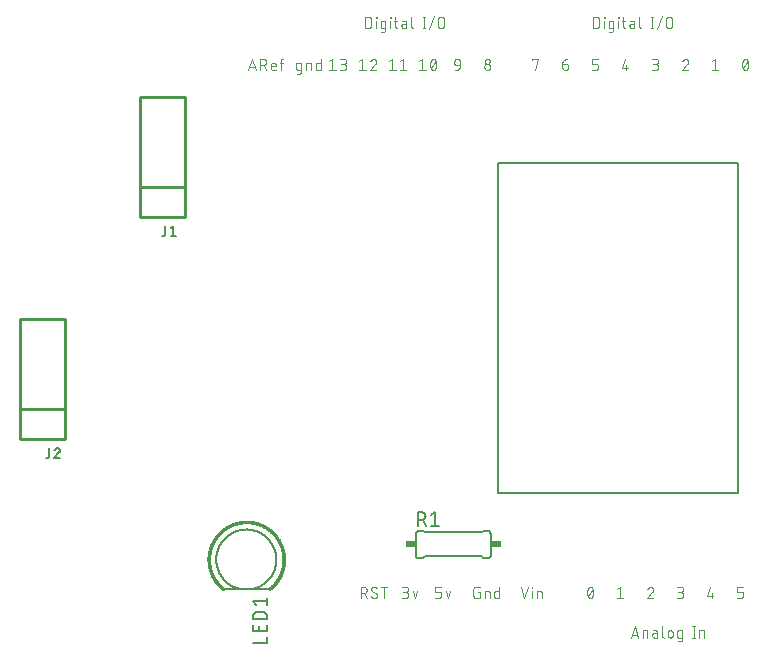
<source format=gbr>
G04 EAGLE Gerber RS-274X export*
G75*
%MOMM*%
%FSLAX34Y34*%
%LPD*%
%INSilkscreen Top*%
%IPPOS*%
%AMOC8*
5,1,8,0,0,1.08239X$1,22.5*%
G01*
%ADD10C,0.076200*%
%ADD11C,0.127000*%
%ADD12C,0.254000*%
%ADD13C,0.177800*%
%ADD14C,0.203200*%
%ADD15C,0.025400*%
%ADD16C,0.152400*%
%ADD17R,0.863600X0.609600*%


D10*
X312700Y38481D02*
X312700Y47879D01*
X315311Y47879D01*
X315412Y47877D01*
X315513Y47871D01*
X315614Y47861D01*
X315714Y47848D01*
X315814Y47830D01*
X315913Y47809D01*
X316011Y47783D01*
X316108Y47754D01*
X316204Y47722D01*
X316298Y47685D01*
X316391Y47645D01*
X316483Y47601D01*
X316572Y47554D01*
X316660Y47503D01*
X316746Y47449D01*
X316829Y47392D01*
X316911Y47332D01*
X316989Y47268D01*
X317066Y47202D01*
X317139Y47132D01*
X317210Y47060D01*
X317278Y46985D01*
X317343Y46907D01*
X317405Y46827D01*
X317464Y46745D01*
X317520Y46660D01*
X317572Y46573D01*
X317621Y46485D01*
X317667Y46394D01*
X317708Y46302D01*
X317747Y46208D01*
X317781Y46113D01*
X317812Y46017D01*
X317839Y45919D01*
X317863Y45821D01*
X317882Y45721D01*
X317898Y45621D01*
X317910Y45521D01*
X317918Y45420D01*
X317922Y45319D01*
X317922Y45217D01*
X317918Y45116D01*
X317910Y45015D01*
X317898Y44915D01*
X317882Y44815D01*
X317863Y44715D01*
X317839Y44617D01*
X317812Y44519D01*
X317781Y44423D01*
X317747Y44328D01*
X317708Y44234D01*
X317667Y44142D01*
X317621Y44051D01*
X317572Y43962D01*
X317520Y43876D01*
X317464Y43791D01*
X317405Y43709D01*
X317343Y43629D01*
X317278Y43551D01*
X317210Y43476D01*
X317139Y43404D01*
X317066Y43334D01*
X316989Y43268D01*
X316911Y43204D01*
X316829Y43144D01*
X316746Y43087D01*
X316660Y43033D01*
X316572Y42982D01*
X316483Y42935D01*
X316391Y42891D01*
X316298Y42851D01*
X316204Y42814D01*
X316108Y42782D01*
X316011Y42753D01*
X315913Y42727D01*
X315814Y42706D01*
X315714Y42688D01*
X315614Y42675D01*
X315513Y42665D01*
X315412Y42659D01*
X315311Y42657D01*
X315311Y42658D02*
X312700Y42658D01*
X315833Y42658D02*
X317921Y38481D01*
X324615Y38481D02*
X324704Y38483D01*
X324792Y38489D01*
X324880Y38498D01*
X324968Y38511D01*
X325055Y38528D01*
X325141Y38548D01*
X325226Y38573D01*
X325311Y38600D01*
X325394Y38632D01*
X325475Y38666D01*
X325555Y38705D01*
X325633Y38746D01*
X325710Y38791D01*
X325784Y38839D01*
X325857Y38890D01*
X325927Y38944D01*
X325994Y39002D01*
X326060Y39062D01*
X326122Y39124D01*
X326182Y39190D01*
X326240Y39257D01*
X326294Y39327D01*
X326345Y39400D01*
X326393Y39474D01*
X326438Y39551D01*
X326479Y39629D01*
X326518Y39709D01*
X326552Y39790D01*
X326584Y39873D01*
X326611Y39958D01*
X326636Y40043D01*
X326656Y40129D01*
X326673Y40216D01*
X326686Y40304D01*
X326695Y40392D01*
X326701Y40480D01*
X326703Y40569D01*
X324615Y38481D02*
X324486Y38483D01*
X324357Y38489D01*
X324228Y38498D01*
X324100Y38511D01*
X323972Y38528D01*
X323845Y38549D01*
X323718Y38573D01*
X323592Y38601D01*
X323467Y38633D01*
X323343Y38668D01*
X323220Y38707D01*
X323098Y38750D01*
X322978Y38796D01*
X322859Y38846D01*
X322741Y38899D01*
X322625Y38955D01*
X322511Y39015D01*
X322398Y39078D01*
X322288Y39145D01*
X322179Y39214D01*
X322073Y39287D01*
X321968Y39363D01*
X321866Y39442D01*
X321767Y39524D01*
X321669Y39608D01*
X321574Y39696D01*
X321482Y39786D01*
X321744Y45791D02*
X321746Y45880D01*
X321752Y45968D01*
X321761Y46056D01*
X321774Y46144D01*
X321791Y46231D01*
X321811Y46317D01*
X321836Y46402D01*
X321863Y46487D01*
X321895Y46570D01*
X321929Y46651D01*
X321968Y46731D01*
X322009Y46809D01*
X322054Y46886D01*
X322102Y46960D01*
X322153Y47033D01*
X322207Y47103D01*
X322265Y47170D01*
X322325Y47236D01*
X322387Y47298D01*
X322453Y47358D01*
X322520Y47416D01*
X322590Y47470D01*
X322663Y47521D01*
X322737Y47569D01*
X322814Y47614D01*
X322892Y47655D01*
X322972Y47694D01*
X323053Y47728D01*
X323136Y47760D01*
X323221Y47787D01*
X323306Y47812D01*
X323392Y47832D01*
X323479Y47849D01*
X323567Y47862D01*
X323655Y47871D01*
X323743Y47877D01*
X323832Y47879D01*
X323952Y47877D01*
X324072Y47872D01*
X324192Y47862D01*
X324311Y47850D01*
X324430Y47833D01*
X324548Y47813D01*
X324666Y47789D01*
X324782Y47762D01*
X324898Y47731D01*
X325013Y47697D01*
X325127Y47659D01*
X325240Y47617D01*
X325351Y47572D01*
X325461Y47524D01*
X325569Y47473D01*
X325676Y47418D01*
X325781Y47360D01*
X325884Y47298D01*
X325985Y47234D01*
X326085Y47166D01*
X326182Y47096D01*
X322787Y43964D02*
X322709Y44012D01*
X322633Y44064D01*
X322560Y44118D01*
X322489Y44176D01*
X322420Y44237D01*
X322354Y44301D01*
X322291Y44368D01*
X322231Y44437D01*
X322174Y44509D01*
X322120Y44583D01*
X322070Y44660D01*
X322022Y44739D01*
X321979Y44819D01*
X321938Y44902D01*
X321902Y44986D01*
X321869Y45071D01*
X321840Y45158D01*
X321814Y45247D01*
X321792Y45336D01*
X321775Y45426D01*
X321761Y45516D01*
X321751Y45608D01*
X321745Y45699D01*
X321743Y45791D01*
X325659Y42396D02*
X325737Y42348D01*
X325813Y42296D01*
X325886Y42242D01*
X325957Y42184D01*
X326026Y42123D01*
X326092Y42059D01*
X326155Y41992D01*
X326215Y41923D01*
X326272Y41851D01*
X326326Y41777D01*
X326376Y41700D01*
X326424Y41621D01*
X326467Y41541D01*
X326508Y41458D01*
X326544Y41374D01*
X326577Y41289D01*
X326606Y41202D01*
X326632Y41113D01*
X326654Y41024D01*
X326671Y40934D01*
X326685Y40844D01*
X326695Y40752D01*
X326701Y40661D01*
X326703Y40569D01*
X325659Y42397D02*
X322787Y43963D01*
X332322Y47879D02*
X332322Y38481D01*
X329712Y47879D02*
X334933Y47879D01*
X347904Y38481D02*
X350515Y38481D01*
X350616Y38483D01*
X350717Y38489D01*
X350818Y38499D01*
X350918Y38512D01*
X351018Y38530D01*
X351117Y38551D01*
X351215Y38577D01*
X351312Y38606D01*
X351408Y38638D01*
X351502Y38675D01*
X351595Y38715D01*
X351687Y38759D01*
X351776Y38806D01*
X351864Y38857D01*
X351950Y38911D01*
X352033Y38968D01*
X352115Y39028D01*
X352193Y39092D01*
X352270Y39158D01*
X352343Y39228D01*
X352414Y39300D01*
X352482Y39375D01*
X352547Y39453D01*
X352609Y39533D01*
X352668Y39615D01*
X352724Y39700D01*
X352776Y39786D01*
X352825Y39875D01*
X352871Y39966D01*
X352912Y40058D01*
X352951Y40152D01*
X352985Y40247D01*
X353016Y40343D01*
X353043Y40441D01*
X353067Y40539D01*
X353086Y40639D01*
X353102Y40739D01*
X353114Y40839D01*
X353122Y40940D01*
X353126Y41041D01*
X353126Y41143D01*
X353122Y41244D01*
X353114Y41345D01*
X353102Y41445D01*
X353086Y41545D01*
X353067Y41645D01*
X353043Y41743D01*
X353016Y41841D01*
X352985Y41937D01*
X352951Y42032D01*
X352912Y42126D01*
X352871Y42218D01*
X352825Y42309D01*
X352776Y42397D01*
X352724Y42484D01*
X352668Y42569D01*
X352609Y42651D01*
X352547Y42731D01*
X352482Y42809D01*
X352414Y42884D01*
X352343Y42956D01*
X352270Y43026D01*
X352193Y43092D01*
X352115Y43156D01*
X352033Y43216D01*
X351950Y43273D01*
X351864Y43327D01*
X351776Y43378D01*
X351687Y43425D01*
X351595Y43469D01*
X351502Y43509D01*
X351408Y43546D01*
X351312Y43578D01*
X351215Y43607D01*
X351117Y43633D01*
X351018Y43654D01*
X350918Y43672D01*
X350818Y43685D01*
X350717Y43695D01*
X350616Y43701D01*
X350515Y43703D01*
X351037Y47879D02*
X347904Y47879D01*
X351037Y47879D02*
X351127Y47877D01*
X351216Y47871D01*
X351306Y47862D01*
X351395Y47848D01*
X351483Y47831D01*
X351570Y47810D01*
X351657Y47785D01*
X351742Y47756D01*
X351826Y47724D01*
X351908Y47689D01*
X351989Y47649D01*
X352068Y47607D01*
X352145Y47561D01*
X352220Y47511D01*
X352293Y47459D01*
X352364Y47403D01*
X352432Y47345D01*
X352497Y47283D01*
X352560Y47219D01*
X352620Y47152D01*
X352677Y47083D01*
X352731Y47011D01*
X352782Y46937D01*
X352830Y46861D01*
X352874Y46783D01*
X352915Y46703D01*
X352953Y46621D01*
X352987Y46538D01*
X353017Y46453D01*
X353044Y46367D01*
X353067Y46281D01*
X353086Y46193D01*
X353101Y46104D01*
X353113Y46015D01*
X353121Y45926D01*
X353125Y45836D01*
X353125Y45746D01*
X353121Y45656D01*
X353113Y45567D01*
X353101Y45478D01*
X353086Y45389D01*
X353067Y45301D01*
X353044Y45215D01*
X353017Y45129D01*
X352987Y45044D01*
X352953Y44961D01*
X352915Y44879D01*
X352874Y44799D01*
X352830Y44721D01*
X352782Y44645D01*
X352731Y44571D01*
X352677Y44499D01*
X352620Y44430D01*
X352560Y44363D01*
X352497Y44299D01*
X352432Y44237D01*
X352364Y44179D01*
X352293Y44123D01*
X352220Y44071D01*
X352145Y44021D01*
X352068Y43975D01*
X351989Y43933D01*
X351908Y43893D01*
X351826Y43858D01*
X351742Y43826D01*
X351657Y43797D01*
X351570Y43772D01*
X351483Y43751D01*
X351395Y43734D01*
X351306Y43720D01*
X351216Y43711D01*
X351127Y43705D01*
X351037Y43703D01*
X351037Y43702D02*
X348948Y43702D01*
X356656Y44746D02*
X358744Y38481D01*
X360833Y44746D01*
X375844Y38481D02*
X378977Y38481D01*
X379066Y38483D01*
X379154Y38489D01*
X379242Y38498D01*
X379330Y38511D01*
X379417Y38528D01*
X379503Y38548D01*
X379588Y38573D01*
X379673Y38600D01*
X379756Y38632D01*
X379837Y38666D01*
X379917Y38705D01*
X379995Y38746D01*
X380072Y38791D01*
X380146Y38839D01*
X380219Y38890D01*
X380289Y38944D01*
X380356Y39002D01*
X380422Y39062D01*
X380484Y39124D01*
X380544Y39190D01*
X380602Y39257D01*
X380656Y39327D01*
X380707Y39400D01*
X380755Y39474D01*
X380800Y39551D01*
X380841Y39629D01*
X380880Y39709D01*
X380914Y39790D01*
X380946Y39873D01*
X380973Y39958D01*
X380998Y40043D01*
X381018Y40129D01*
X381035Y40216D01*
X381048Y40304D01*
X381057Y40392D01*
X381063Y40480D01*
X381065Y40569D01*
X381065Y41614D01*
X381063Y41703D01*
X381057Y41791D01*
X381048Y41879D01*
X381035Y41967D01*
X381018Y42054D01*
X380998Y42140D01*
X380973Y42225D01*
X380946Y42310D01*
X380914Y42393D01*
X380880Y42474D01*
X380841Y42554D01*
X380800Y42632D01*
X380755Y42709D01*
X380707Y42783D01*
X380656Y42856D01*
X380602Y42926D01*
X380544Y42993D01*
X380484Y43059D01*
X380422Y43121D01*
X380356Y43181D01*
X380289Y43239D01*
X380219Y43293D01*
X380146Y43344D01*
X380072Y43392D01*
X379995Y43437D01*
X379917Y43478D01*
X379837Y43517D01*
X379756Y43551D01*
X379673Y43583D01*
X379588Y43610D01*
X379503Y43635D01*
X379417Y43655D01*
X379330Y43672D01*
X379242Y43685D01*
X379154Y43694D01*
X379066Y43700D01*
X378977Y43702D01*
X375844Y43702D01*
X375844Y47879D01*
X381065Y47879D01*
X384596Y44746D02*
X386684Y38481D01*
X388773Y44746D01*
X411807Y43702D02*
X413373Y43702D01*
X413373Y38481D01*
X410240Y38481D01*
X410151Y38483D01*
X410063Y38489D01*
X409975Y38498D01*
X409887Y38511D01*
X409800Y38528D01*
X409714Y38548D01*
X409629Y38573D01*
X409544Y38600D01*
X409461Y38632D01*
X409380Y38666D01*
X409300Y38705D01*
X409222Y38746D01*
X409145Y38791D01*
X409071Y38839D01*
X408998Y38890D01*
X408928Y38944D01*
X408861Y39002D01*
X408795Y39062D01*
X408733Y39124D01*
X408673Y39190D01*
X408615Y39257D01*
X408561Y39327D01*
X408510Y39400D01*
X408462Y39474D01*
X408417Y39551D01*
X408376Y39629D01*
X408337Y39709D01*
X408303Y39790D01*
X408271Y39873D01*
X408244Y39958D01*
X408219Y40043D01*
X408199Y40129D01*
X408182Y40216D01*
X408169Y40304D01*
X408160Y40392D01*
X408154Y40480D01*
X408152Y40569D01*
X408152Y45791D01*
X408154Y45882D01*
X408160Y45973D01*
X408170Y46064D01*
X408184Y46154D01*
X408201Y46243D01*
X408223Y46331D01*
X408249Y46419D01*
X408278Y46505D01*
X408311Y46590D01*
X408348Y46673D01*
X408388Y46755D01*
X408432Y46835D01*
X408479Y46913D01*
X408530Y46989D01*
X408583Y47062D01*
X408640Y47133D01*
X408701Y47202D01*
X408764Y47267D01*
X408829Y47330D01*
X408898Y47390D01*
X408969Y47448D01*
X409042Y47501D01*
X409118Y47552D01*
X409196Y47599D01*
X409276Y47643D01*
X409358Y47683D01*
X409441Y47720D01*
X409526Y47753D01*
X409612Y47782D01*
X409700Y47808D01*
X409788Y47830D01*
X409877Y47847D01*
X409967Y47861D01*
X410058Y47871D01*
X410149Y47877D01*
X410240Y47879D01*
X413373Y47879D01*
X417818Y44746D02*
X417818Y38481D01*
X417818Y44746D02*
X420429Y44746D01*
X420506Y44744D01*
X420582Y44738D01*
X420659Y44729D01*
X420735Y44716D01*
X420810Y44699D01*
X420884Y44679D01*
X420957Y44654D01*
X421028Y44627D01*
X421099Y44596D01*
X421167Y44561D01*
X421234Y44523D01*
X421299Y44482D01*
X421362Y44438D01*
X421422Y44391D01*
X421481Y44340D01*
X421536Y44287D01*
X421589Y44232D01*
X421640Y44173D01*
X421687Y44113D01*
X421731Y44050D01*
X421772Y43985D01*
X421810Y43918D01*
X421845Y43850D01*
X421876Y43779D01*
X421903Y43708D01*
X421928Y43635D01*
X421948Y43561D01*
X421965Y43486D01*
X421978Y43410D01*
X421987Y43334D01*
X421993Y43257D01*
X421995Y43180D01*
X421995Y38481D01*
X430179Y38481D02*
X430179Y47879D01*
X430179Y38481D02*
X427568Y38481D01*
X427491Y38483D01*
X427415Y38489D01*
X427338Y38498D01*
X427262Y38511D01*
X427187Y38528D01*
X427113Y38548D01*
X427040Y38573D01*
X426969Y38600D01*
X426898Y38631D01*
X426830Y38666D01*
X426763Y38704D01*
X426698Y38745D01*
X426635Y38789D01*
X426575Y38836D01*
X426516Y38887D01*
X426461Y38940D01*
X426408Y38995D01*
X426357Y39054D01*
X426310Y39114D01*
X426266Y39177D01*
X426225Y39242D01*
X426187Y39309D01*
X426152Y39377D01*
X426121Y39448D01*
X426094Y39519D01*
X426069Y39592D01*
X426049Y39666D01*
X426032Y39741D01*
X426019Y39817D01*
X426010Y39894D01*
X426004Y39970D01*
X426002Y40047D01*
X426002Y43180D01*
X426004Y43257D01*
X426010Y43333D01*
X426019Y43410D01*
X426032Y43486D01*
X426049Y43561D01*
X426069Y43635D01*
X426094Y43708D01*
X426121Y43779D01*
X426152Y43850D01*
X426187Y43918D01*
X426225Y43985D01*
X426266Y44050D01*
X426310Y44113D01*
X426357Y44173D01*
X426408Y44232D01*
X426461Y44287D01*
X426516Y44340D01*
X426575Y44391D01*
X426635Y44438D01*
X426698Y44482D01*
X426763Y44523D01*
X426830Y44561D01*
X426898Y44596D01*
X426969Y44627D01*
X427040Y44654D01*
X427113Y44679D01*
X427187Y44699D01*
X427262Y44716D01*
X427338Y44729D01*
X427415Y44738D01*
X427491Y44744D01*
X427568Y44746D01*
X430179Y44746D01*
X448234Y47879D02*
X451367Y38481D01*
X454499Y47879D01*
X457767Y44746D02*
X457767Y38481D01*
X457506Y47357D02*
X457506Y47879D01*
X458028Y47879D01*
X458028Y47357D01*
X457506Y47357D01*
X461775Y44746D02*
X461775Y38481D01*
X461775Y44746D02*
X464386Y44746D01*
X464463Y44744D01*
X464539Y44738D01*
X464616Y44729D01*
X464692Y44716D01*
X464767Y44699D01*
X464841Y44679D01*
X464914Y44654D01*
X464985Y44627D01*
X465056Y44596D01*
X465124Y44561D01*
X465191Y44523D01*
X465256Y44482D01*
X465319Y44438D01*
X465379Y44391D01*
X465438Y44340D01*
X465493Y44287D01*
X465546Y44232D01*
X465597Y44173D01*
X465644Y44113D01*
X465688Y44050D01*
X465729Y43985D01*
X465767Y43918D01*
X465802Y43850D01*
X465833Y43779D01*
X465860Y43708D01*
X465885Y43635D01*
X465905Y43561D01*
X465922Y43486D01*
X465935Y43410D01*
X465944Y43334D01*
X465950Y43257D01*
X465952Y43180D01*
X465952Y38481D01*
X544635Y14402D02*
X541502Y5004D01*
X547767Y5004D02*
X544635Y14402D01*
X546984Y7354D02*
X542285Y7354D01*
X551385Y5004D02*
X551385Y11269D01*
X553996Y11269D01*
X554073Y11267D01*
X554149Y11261D01*
X554226Y11252D01*
X554302Y11239D01*
X554377Y11222D01*
X554451Y11202D01*
X554524Y11177D01*
X554595Y11150D01*
X554666Y11119D01*
X554734Y11084D01*
X554801Y11046D01*
X554866Y11005D01*
X554929Y10961D01*
X554989Y10914D01*
X555048Y10863D01*
X555103Y10810D01*
X555156Y10755D01*
X555207Y10696D01*
X555254Y10636D01*
X555298Y10573D01*
X555339Y10508D01*
X555377Y10441D01*
X555412Y10373D01*
X555443Y10302D01*
X555470Y10231D01*
X555495Y10158D01*
X555515Y10084D01*
X555532Y10009D01*
X555545Y9933D01*
X555554Y9857D01*
X555560Y9780D01*
X555562Y9703D01*
X555562Y5004D01*
X561397Y8659D02*
X563746Y8659D01*
X561397Y8658D02*
X561313Y8656D01*
X561228Y8650D01*
X561145Y8640D01*
X561061Y8627D01*
X560979Y8609D01*
X560897Y8588D01*
X560816Y8563D01*
X560737Y8535D01*
X560659Y8502D01*
X560583Y8466D01*
X560508Y8427D01*
X560435Y8384D01*
X560364Y8338D01*
X560296Y8289D01*
X560230Y8237D01*
X560166Y8181D01*
X560105Y8123D01*
X560047Y8062D01*
X559991Y7998D01*
X559939Y7932D01*
X559890Y7864D01*
X559844Y7793D01*
X559801Y7720D01*
X559762Y7645D01*
X559726Y7569D01*
X559693Y7491D01*
X559665Y7412D01*
X559640Y7331D01*
X559619Y7249D01*
X559601Y7167D01*
X559588Y7083D01*
X559578Y7000D01*
X559572Y6915D01*
X559570Y6831D01*
X559572Y6747D01*
X559578Y6662D01*
X559588Y6579D01*
X559601Y6495D01*
X559619Y6413D01*
X559640Y6331D01*
X559665Y6250D01*
X559693Y6171D01*
X559726Y6093D01*
X559762Y6017D01*
X559801Y5942D01*
X559844Y5869D01*
X559890Y5798D01*
X559939Y5730D01*
X559991Y5664D01*
X560047Y5600D01*
X560105Y5539D01*
X560166Y5481D01*
X560230Y5425D01*
X560296Y5373D01*
X560364Y5324D01*
X560435Y5278D01*
X560508Y5235D01*
X560583Y5196D01*
X560659Y5160D01*
X560737Y5127D01*
X560816Y5099D01*
X560897Y5074D01*
X560979Y5053D01*
X561061Y5035D01*
X561145Y5022D01*
X561228Y5012D01*
X561313Y5006D01*
X561397Y5004D01*
X563746Y5004D01*
X563746Y9703D01*
X563744Y9780D01*
X563738Y9856D01*
X563729Y9933D01*
X563716Y10009D01*
X563699Y10084D01*
X563679Y10158D01*
X563654Y10231D01*
X563627Y10302D01*
X563596Y10373D01*
X563561Y10441D01*
X563523Y10508D01*
X563482Y10573D01*
X563438Y10636D01*
X563391Y10696D01*
X563340Y10755D01*
X563287Y10810D01*
X563232Y10863D01*
X563173Y10914D01*
X563113Y10961D01*
X563050Y11005D01*
X562985Y11046D01*
X562918Y11084D01*
X562850Y11119D01*
X562779Y11150D01*
X562708Y11177D01*
X562635Y11202D01*
X562561Y11222D01*
X562486Y11239D01*
X562410Y11252D01*
X562333Y11261D01*
X562257Y11267D01*
X562180Y11269D01*
X560091Y11269D01*
X567970Y14402D02*
X567970Y6570D01*
X567972Y6493D01*
X567978Y6417D01*
X567987Y6340D01*
X568000Y6264D01*
X568017Y6189D01*
X568037Y6115D01*
X568062Y6042D01*
X568089Y5971D01*
X568120Y5900D01*
X568155Y5832D01*
X568193Y5765D01*
X568234Y5700D01*
X568278Y5637D01*
X568325Y5577D01*
X568376Y5518D01*
X568429Y5463D01*
X568484Y5410D01*
X568543Y5359D01*
X568603Y5312D01*
X568666Y5268D01*
X568731Y5227D01*
X568798Y5189D01*
X568866Y5154D01*
X568937Y5123D01*
X569008Y5096D01*
X569081Y5071D01*
X569155Y5051D01*
X569230Y5034D01*
X569306Y5021D01*
X569383Y5012D01*
X569459Y5006D01*
X569536Y5004D01*
X572721Y7092D02*
X572721Y9181D01*
X572722Y9181D02*
X572724Y9271D01*
X572730Y9360D01*
X572739Y9450D01*
X572753Y9539D01*
X572770Y9627D01*
X572791Y9714D01*
X572816Y9801D01*
X572845Y9886D01*
X572877Y9970D01*
X572912Y10052D01*
X572952Y10133D01*
X572994Y10212D01*
X573040Y10289D01*
X573090Y10364D01*
X573142Y10437D01*
X573198Y10508D01*
X573256Y10576D01*
X573318Y10641D01*
X573382Y10704D01*
X573449Y10764D01*
X573518Y10821D01*
X573590Y10875D01*
X573664Y10926D01*
X573740Y10974D01*
X573818Y11018D01*
X573898Y11059D01*
X573980Y11097D01*
X574063Y11131D01*
X574148Y11161D01*
X574234Y11188D01*
X574320Y11211D01*
X574408Y11230D01*
X574497Y11245D01*
X574586Y11257D01*
X574675Y11265D01*
X574765Y11269D01*
X574855Y11269D01*
X574945Y11265D01*
X575034Y11257D01*
X575123Y11245D01*
X575212Y11230D01*
X575300Y11211D01*
X575386Y11188D01*
X575472Y11161D01*
X575557Y11131D01*
X575640Y11097D01*
X575722Y11059D01*
X575802Y11018D01*
X575880Y10974D01*
X575956Y10926D01*
X576030Y10875D01*
X576102Y10821D01*
X576171Y10764D01*
X576238Y10704D01*
X576302Y10641D01*
X576364Y10576D01*
X576422Y10508D01*
X576478Y10437D01*
X576530Y10364D01*
X576580Y10289D01*
X576626Y10212D01*
X576668Y10133D01*
X576708Y10052D01*
X576743Y9970D01*
X576775Y9886D01*
X576804Y9801D01*
X576829Y9714D01*
X576850Y9627D01*
X576867Y9539D01*
X576881Y9450D01*
X576890Y9360D01*
X576896Y9271D01*
X576898Y9181D01*
X576898Y7092D01*
X576896Y7002D01*
X576890Y6913D01*
X576881Y6823D01*
X576867Y6734D01*
X576850Y6646D01*
X576829Y6559D01*
X576804Y6472D01*
X576775Y6387D01*
X576743Y6303D01*
X576708Y6221D01*
X576668Y6140D01*
X576626Y6061D01*
X576580Y5984D01*
X576530Y5909D01*
X576478Y5836D01*
X576422Y5765D01*
X576364Y5697D01*
X576302Y5632D01*
X576238Y5569D01*
X576171Y5509D01*
X576102Y5452D01*
X576030Y5398D01*
X575956Y5347D01*
X575880Y5299D01*
X575802Y5255D01*
X575722Y5214D01*
X575640Y5176D01*
X575557Y5142D01*
X575472Y5112D01*
X575386Y5085D01*
X575300Y5062D01*
X575212Y5043D01*
X575123Y5028D01*
X575034Y5016D01*
X574945Y5008D01*
X574855Y5004D01*
X574765Y5004D01*
X574675Y5008D01*
X574586Y5016D01*
X574497Y5028D01*
X574408Y5043D01*
X574320Y5062D01*
X574234Y5085D01*
X574148Y5112D01*
X574063Y5142D01*
X573980Y5176D01*
X573898Y5214D01*
X573818Y5255D01*
X573740Y5299D01*
X573664Y5347D01*
X573590Y5398D01*
X573518Y5452D01*
X573449Y5509D01*
X573382Y5569D01*
X573318Y5632D01*
X573256Y5697D01*
X573198Y5765D01*
X573142Y5836D01*
X573090Y5909D01*
X573040Y5984D01*
X572994Y6061D01*
X572952Y6140D01*
X572912Y6221D01*
X572877Y6303D01*
X572845Y6387D01*
X572816Y6472D01*
X572791Y6559D01*
X572770Y6646D01*
X572753Y6734D01*
X572739Y6823D01*
X572730Y6913D01*
X572724Y7002D01*
X572722Y7092D01*
X582167Y5004D02*
X584777Y5004D01*
X582167Y5004D02*
X582090Y5006D01*
X582014Y5012D01*
X581937Y5021D01*
X581861Y5034D01*
X581786Y5051D01*
X581712Y5071D01*
X581639Y5096D01*
X581568Y5123D01*
X581497Y5154D01*
X581429Y5189D01*
X581362Y5227D01*
X581297Y5268D01*
X581234Y5312D01*
X581174Y5359D01*
X581115Y5410D01*
X581060Y5463D01*
X581007Y5518D01*
X580956Y5577D01*
X580909Y5637D01*
X580865Y5700D01*
X580824Y5765D01*
X580786Y5832D01*
X580751Y5900D01*
X580720Y5971D01*
X580693Y6042D01*
X580668Y6115D01*
X580648Y6189D01*
X580631Y6264D01*
X580618Y6340D01*
X580609Y6417D01*
X580603Y6493D01*
X580601Y6570D01*
X580600Y6570D02*
X580600Y9703D01*
X580601Y9703D02*
X580603Y9780D01*
X580609Y9856D01*
X580618Y9933D01*
X580631Y10009D01*
X580648Y10084D01*
X580668Y10158D01*
X580693Y10231D01*
X580720Y10302D01*
X580751Y10373D01*
X580786Y10441D01*
X580824Y10508D01*
X580865Y10573D01*
X580909Y10636D01*
X580956Y10696D01*
X581007Y10755D01*
X581060Y10810D01*
X581115Y10863D01*
X581174Y10914D01*
X581234Y10961D01*
X581297Y11005D01*
X581362Y11046D01*
X581429Y11084D01*
X581497Y11119D01*
X581568Y11150D01*
X581639Y11177D01*
X581712Y11202D01*
X581786Y11222D01*
X581861Y11239D01*
X581937Y11252D01*
X582014Y11261D01*
X582090Y11267D01*
X582167Y11269D01*
X584777Y11269D01*
X584777Y3438D01*
X584775Y3361D01*
X584769Y3285D01*
X584760Y3208D01*
X584747Y3132D01*
X584730Y3057D01*
X584710Y2983D01*
X584685Y2910D01*
X584658Y2839D01*
X584627Y2768D01*
X584592Y2700D01*
X584554Y2633D01*
X584513Y2568D01*
X584469Y2505D01*
X584422Y2445D01*
X584371Y2386D01*
X584318Y2331D01*
X584263Y2278D01*
X584204Y2227D01*
X584144Y2180D01*
X584081Y2136D01*
X584016Y2095D01*
X583949Y2057D01*
X583881Y2022D01*
X583810Y1991D01*
X583739Y1964D01*
X583666Y1939D01*
X583592Y1919D01*
X583517Y1902D01*
X583441Y1889D01*
X583365Y1880D01*
X583288Y1874D01*
X583211Y1872D01*
X583211Y1871D02*
X581122Y1871D01*
X594622Y5004D02*
X594622Y14402D01*
X593577Y5004D02*
X595666Y5004D01*
X595666Y14402D02*
X593577Y14402D01*
X599543Y11269D02*
X599543Y5004D01*
X599543Y11269D02*
X602154Y11269D01*
X602231Y11267D01*
X602307Y11261D01*
X602384Y11252D01*
X602460Y11239D01*
X602535Y11222D01*
X602609Y11202D01*
X602682Y11177D01*
X602753Y11150D01*
X602824Y11119D01*
X602892Y11084D01*
X602959Y11046D01*
X603024Y11005D01*
X603087Y10961D01*
X603147Y10914D01*
X603206Y10863D01*
X603261Y10810D01*
X603314Y10755D01*
X603365Y10696D01*
X603412Y10636D01*
X603456Y10573D01*
X603497Y10508D01*
X603535Y10441D01*
X603570Y10373D01*
X603601Y10302D01*
X603628Y10231D01*
X603653Y10158D01*
X603673Y10084D01*
X603690Y10009D01*
X603703Y9933D01*
X603712Y9857D01*
X603718Y9780D01*
X603720Y9703D01*
X603720Y5004D01*
X504571Y43180D02*
X504573Y43365D01*
X504580Y43550D01*
X504591Y43734D01*
X504606Y43918D01*
X504626Y44102D01*
X504650Y44286D01*
X504679Y44468D01*
X504712Y44650D01*
X504749Y44831D01*
X504791Y45011D01*
X504837Y45191D01*
X504887Y45369D01*
X504941Y45545D01*
X505000Y45721D01*
X505062Y45895D01*
X505129Y46067D01*
X505200Y46238D01*
X505275Y46407D01*
X505354Y46574D01*
X505384Y46654D01*
X505417Y46733D01*
X505454Y46810D01*
X505494Y46886D01*
X505537Y46960D01*
X505583Y47032D01*
X505633Y47101D01*
X505685Y47169D01*
X505741Y47234D01*
X505799Y47297D01*
X505861Y47356D01*
X505924Y47414D01*
X505991Y47468D01*
X506059Y47519D01*
X506130Y47567D01*
X506203Y47612D01*
X506277Y47654D01*
X506354Y47692D01*
X506432Y47727D01*
X506511Y47759D01*
X506592Y47787D01*
X506674Y47811D01*
X506758Y47832D01*
X506841Y47849D01*
X506926Y47862D01*
X507011Y47871D01*
X507096Y47877D01*
X507182Y47879D01*
X507268Y47877D01*
X507353Y47871D01*
X507438Y47862D01*
X507523Y47849D01*
X507606Y47832D01*
X507690Y47811D01*
X507772Y47787D01*
X507853Y47759D01*
X507932Y47727D01*
X508010Y47692D01*
X508087Y47654D01*
X508161Y47612D01*
X508234Y47567D01*
X508305Y47519D01*
X508373Y47468D01*
X508440Y47414D01*
X508503Y47356D01*
X508565Y47297D01*
X508623Y47234D01*
X508679Y47169D01*
X508731Y47101D01*
X508781Y47032D01*
X508827Y46960D01*
X508870Y46886D01*
X508910Y46810D01*
X508947Y46733D01*
X508980Y46654D01*
X509010Y46574D01*
X509009Y46574D02*
X509088Y46407D01*
X509163Y46238D01*
X509234Y46067D01*
X509301Y45895D01*
X509363Y45721D01*
X509422Y45545D01*
X509476Y45369D01*
X509526Y45191D01*
X509572Y45011D01*
X509614Y44831D01*
X509651Y44650D01*
X509684Y44468D01*
X509713Y44286D01*
X509737Y44102D01*
X509757Y43918D01*
X509772Y43734D01*
X509783Y43550D01*
X509790Y43365D01*
X509792Y43180D01*
X504571Y43180D02*
X504573Y42995D01*
X504580Y42810D01*
X504591Y42626D01*
X504606Y42442D01*
X504626Y42258D01*
X504650Y42074D01*
X504679Y41892D01*
X504712Y41710D01*
X504749Y41529D01*
X504791Y41349D01*
X504837Y41169D01*
X504887Y40991D01*
X504941Y40815D01*
X505000Y40639D01*
X505062Y40465D01*
X505129Y40293D01*
X505200Y40122D01*
X505275Y39953D01*
X505354Y39786D01*
X505384Y39706D01*
X505417Y39627D01*
X505454Y39550D01*
X505494Y39474D01*
X505537Y39400D01*
X505583Y39328D01*
X505633Y39259D01*
X505686Y39191D01*
X505741Y39126D01*
X505800Y39063D01*
X505861Y39004D01*
X505924Y38946D01*
X505991Y38892D01*
X506059Y38841D01*
X506130Y38793D01*
X506203Y38748D01*
X506277Y38706D01*
X506354Y38668D01*
X506432Y38633D01*
X506511Y38601D01*
X506592Y38573D01*
X506674Y38549D01*
X506758Y38528D01*
X506841Y38511D01*
X506926Y38498D01*
X507011Y38489D01*
X507096Y38483D01*
X507182Y38481D01*
X509009Y39786D02*
X509088Y39953D01*
X509163Y40122D01*
X509234Y40293D01*
X509301Y40465D01*
X509363Y40639D01*
X509422Y40815D01*
X509476Y40991D01*
X509526Y41169D01*
X509572Y41349D01*
X509614Y41529D01*
X509651Y41710D01*
X509684Y41892D01*
X509713Y42074D01*
X509737Y42258D01*
X509757Y42442D01*
X509772Y42626D01*
X509783Y42810D01*
X509790Y42995D01*
X509792Y43180D01*
X509010Y39786D02*
X508980Y39706D01*
X508947Y39627D01*
X508910Y39550D01*
X508870Y39474D01*
X508827Y39400D01*
X508781Y39328D01*
X508731Y39259D01*
X508679Y39191D01*
X508623Y39126D01*
X508565Y39063D01*
X508503Y39004D01*
X508440Y38946D01*
X508373Y38892D01*
X508305Y38841D01*
X508234Y38793D01*
X508161Y38748D01*
X508087Y38706D01*
X508010Y38668D01*
X507932Y38633D01*
X507853Y38601D01*
X507772Y38573D01*
X507690Y38549D01*
X507606Y38528D01*
X507523Y38511D01*
X507438Y38498D01*
X507353Y38489D01*
X507268Y38483D01*
X507182Y38481D01*
X505093Y40569D02*
X509270Y45791D01*
X529971Y45791D02*
X532582Y47879D01*
X532582Y38481D01*
X535192Y38481D02*
X529971Y38481D01*
X558243Y47880D02*
X558338Y47878D01*
X558432Y47872D01*
X558526Y47863D01*
X558620Y47850D01*
X558713Y47833D01*
X558805Y47812D01*
X558897Y47787D01*
X558987Y47759D01*
X559076Y47727D01*
X559164Y47692D01*
X559250Y47653D01*
X559335Y47611D01*
X559418Y47565D01*
X559499Y47516D01*
X559578Y47464D01*
X559655Y47409D01*
X559729Y47350D01*
X559801Y47289D01*
X559871Y47225D01*
X559938Y47158D01*
X560002Y47088D01*
X560063Y47016D01*
X560122Y46942D01*
X560177Y46865D01*
X560229Y46786D01*
X560278Y46705D01*
X560324Y46622D01*
X560366Y46537D01*
X560405Y46451D01*
X560440Y46363D01*
X560472Y46274D01*
X560500Y46184D01*
X560525Y46092D01*
X560546Y46000D01*
X560563Y45907D01*
X560576Y45813D01*
X560585Y45719D01*
X560591Y45625D01*
X560593Y45530D01*
X558243Y47879D02*
X558135Y47877D01*
X558026Y47871D01*
X557918Y47861D01*
X557811Y47848D01*
X557704Y47830D01*
X557597Y47809D01*
X557492Y47784D01*
X557387Y47755D01*
X557284Y47723D01*
X557182Y47686D01*
X557081Y47646D01*
X556982Y47603D01*
X556884Y47556D01*
X556788Y47505D01*
X556694Y47451D01*
X556602Y47394D01*
X556512Y47333D01*
X556424Y47269D01*
X556339Y47203D01*
X556256Y47133D01*
X556176Y47060D01*
X556098Y46984D01*
X556023Y46906D01*
X555951Y46825D01*
X555882Y46741D01*
X555816Y46655D01*
X555753Y46567D01*
X555694Y46476D01*
X555637Y46384D01*
X555584Y46289D01*
X555535Y46193D01*
X555489Y46094D01*
X555446Y45995D01*
X555407Y45893D01*
X555372Y45791D01*
X559809Y43702D02*
X559878Y43771D01*
X559944Y43842D01*
X560008Y43915D01*
X560069Y43991D01*
X560127Y44070D01*
X560181Y44150D01*
X560233Y44233D01*
X560281Y44317D01*
X560327Y44403D01*
X560368Y44491D01*
X560407Y44581D01*
X560442Y44672D01*
X560473Y44764D01*
X560501Y44857D01*
X560525Y44951D01*
X560545Y45046D01*
X560562Y45142D01*
X560575Y45239D01*
X560584Y45336D01*
X560590Y45433D01*
X560592Y45530D01*
X559809Y43702D02*
X555371Y38481D01*
X560592Y38481D01*
X580771Y38481D02*
X583382Y38481D01*
X583483Y38483D01*
X583584Y38489D01*
X583685Y38499D01*
X583785Y38512D01*
X583885Y38530D01*
X583984Y38551D01*
X584082Y38577D01*
X584179Y38606D01*
X584275Y38638D01*
X584369Y38675D01*
X584462Y38715D01*
X584554Y38759D01*
X584643Y38806D01*
X584731Y38857D01*
X584817Y38911D01*
X584900Y38968D01*
X584982Y39028D01*
X585060Y39092D01*
X585137Y39158D01*
X585210Y39228D01*
X585281Y39300D01*
X585349Y39375D01*
X585414Y39453D01*
X585476Y39533D01*
X585535Y39615D01*
X585591Y39700D01*
X585643Y39786D01*
X585692Y39875D01*
X585738Y39966D01*
X585779Y40058D01*
X585818Y40152D01*
X585852Y40247D01*
X585883Y40343D01*
X585910Y40441D01*
X585934Y40539D01*
X585953Y40639D01*
X585969Y40739D01*
X585981Y40839D01*
X585989Y40940D01*
X585993Y41041D01*
X585993Y41143D01*
X585989Y41244D01*
X585981Y41345D01*
X585969Y41445D01*
X585953Y41545D01*
X585934Y41645D01*
X585910Y41743D01*
X585883Y41841D01*
X585852Y41937D01*
X585818Y42032D01*
X585779Y42126D01*
X585738Y42218D01*
X585692Y42309D01*
X585643Y42397D01*
X585591Y42484D01*
X585535Y42569D01*
X585476Y42651D01*
X585414Y42731D01*
X585349Y42809D01*
X585281Y42884D01*
X585210Y42956D01*
X585137Y43026D01*
X585060Y43092D01*
X584982Y43156D01*
X584900Y43216D01*
X584817Y43273D01*
X584731Y43327D01*
X584643Y43378D01*
X584554Y43425D01*
X584462Y43469D01*
X584369Y43509D01*
X584275Y43546D01*
X584179Y43578D01*
X584082Y43607D01*
X583984Y43633D01*
X583885Y43654D01*
X583785Y43672D01*
X583685Y43685D01*
X583584Y43695D01*
X583483Y43701D01*
X583382Y43703D01*
X583904Y47879D02*
X580771Y47879D01*
X583904Y47879D02*
X583994Y47877D01*
X584083Y47871D01*
X584173Y47862D01*
X584262Y47848D01*
X584350Y47831D01*
X584437Y47810D01*
X584524Y47785D01*
X584609Y47756D01*
X584693Y47724D01*
X584775Y47689D01*
X584856Y47649D01*
X584935Y47607D01*
X585012Y47561D01*
X585087Y47511D01*
X585160Y47459D01*
X585231Y47403D01*
X585299Y47345D01*
X585364Y47283D01*
X585427Y47219D01*
X585487Y47152D01*
X585544Y47083D01*
X585598Y47011D01*
X585649Y46937D01*
X585697Y46861D01*
X585741Y46783D01*
X585782Y46703D01*
X585820Y46621D01*
X585854Y46538D01*
X585884Y46453D01*
X585911Y46367D01*
X585934Y46281D01*
X585953Y46193D01*
X585968Y46104D01*
X585980Y46015D01*
X585988Y45926D01*
X585992Y45836D01*
X585992Y45746D01*
X585988Y45656D01*
X585980Y45567D01*
X585968Y45478D01*
X585953Y45389D01*
X585934Y45301D01*
X585911Y45215D01*
X585884Y45129D01*
X585854Y45044D01*
X585820Y44961D01*
X585782Y44879D01*
X585741Y44799D01*
X585697Y44721D01*
X585649Y44645D01*
X585598Y44571D01*
X585544Y44499D01*
X585487Y44430D01*
X585427Y44363D01*
X585364Y44299D01*
X585299Y44237D01*
X585231Y44179D01*
X585160Y44123D01*
X585087Y44071D01*
X585012Y44021D01*
X584935Y43975D01*
X584856Y43933D01*
X584775Y43893D01*
X584693Y43858D01*
X584609Y43826D01*
X584524Y43797D01*
X584437Y43772D01*
X584350Y43751D01*
X584262Y43734D01*
X584173Y43720D01*
X584083Y43711D01*
X583994Y43705D01*
X583904Y43703D01*
X583904Y43702D02*
X581815Y43702D01*
X606171Y40569D02*
X608259Y47879D01*
X606171Y40569D02*
X611392Y40569D01*
X609826Y42658D02*
X609826Y38481D01*
X631571Y38481D02*
X634704Y38481D01*
X634793Y38483D01*
X634881Y38489D01*
X634969Y38498D01*
X635057Y38511D01*
X635144Y38528D01*
X635230Y38548D01*
X635315Y38573D01*
X635400Y38600D01*
X635483Y38632D01*
X635564Y38666D01*
X635644Y38705D01*
X635722Y38746D01*
X635799Y38791D01*
X635873Y38839D01*
X635946Y38890D01*
X636016Y38944D01*
X636083Y39002D01*
X636149Y39062D01*
X636211Y39124D01*
X636271Y39190D01*
X636329Y39257D01*
X636383Y39327D01*
X636434Y39400D01*
X636482Y39474D01*
X636527Y39551D01*
X636568Y39629D01*
X636607Y39709D01*
X636641Y39790D01*
X636673Y39873D01*
X636700Y39958D01*
X636725Y40043D01*
X636745Y40129D01*
X636762Y40216D01*
X636775Y40304D01*
X636784Y40392D01*
X636790Y40480D01*
X636792Y40569D01*
X636792Y41614D01*
X636790Y41703D01*
X636784Y41791D01*
X636775Y41879D01*
X636762Y41967D01*
X636745Y42054D01*
X636725Y42140D01*
X636700Y42225D01*
X636673Y42310D01*
X636641Y42393D01*
X636607Y42474D01*
X636568Y42554D01*
X636527Y42632D01*
X636482Y42709D01*
X636434Y42783D01*
X636383Y42856D01*
X636329Y42926D01*
X636271Y42993D01*
X636211Y43059D01*
X636149Y43121D01*
X636083Y43181D01*
X636016Y43239D01*
X635946Y43293D01*
X635873Y43344D01*
X635799Y43392D01*
X635722Y43437D01*
X635644Y43478D01*
X635564Y43517D01*
X635483Y43551D01*
X635400Y43583D01*
X635315Y43610D01*
X635230Y43635D01*
X635144Y43655D01*
X635057Y43672D01*
X634969Y43685D01*
X634881Y43694D01*
X634793Y43700D01*
X634704Y43702D01*
X631571Y43702D01*
X631571Y47879D01*
X636792Y47879D01*
X217724Y485521D02*
X220857Y494919D01*
X223989Y485521D01*
X223206Y487871D02*
X218507Y487871D01*
X227752Y485521D02*
X227752Y494919D01*
X230362Y494919D01*
X230463Y494917D01*
X230564Y494911D01*
X230665Y494901D01*
X230765Y494888D01*
X230865Y494870D01*
X230964Y494849D01*
X231062Y494823D01*
X231159Y494794D01*
X231255Y494762D01*
X231349Y494725D01*
X231442Y494685D01*
X231534Y494641D01*
X231623Y494594D01*
X231711Y494543D01*
X231797Y494489D01*
X231880Y494432D01*
X231962Y494372D01*
X232040Y494308D01*
X232117Y494242D01*
X232190Y494172D01*
X232261Y494100D01*
X232329Y494025D01*
X232394Y493947D01*
X232456Y493867D01*
X232515Y493785D01*
X232571Y493700D01*
X232623Y493613D01*
X232672Y493525D01*
X232718Y493434D01*
X232759Y493342D01*
X232798Y493248D01*
X232832Y493153D01*
X232863Y493057D01*
X232890Y492959D01*
X232914Y492861D01*
X232933Y492761D01*
X232949Y492661D01*
X232961Y492561D01*
X232969Y492460D01*
X232973Y492359D01*
X232973Y492257D01*
X232969Y492156D01*
X232961Y492055D01*
X232949Y491955D01*
X232933Y491855D01*
X232914Y491755D01*
X232890Y491657D01*
X232863Y491559D01*
X232832Y491463D01*
X232798Y491368D01*
X232759Y491274D01*
X232718Y491182D01*
X232672Y491091D01*
X232623Y491003D01*
X232571Y490916D01*
X232515Y490831D01*
X232456Y490749D01*
X232394Y490669D01*
X232329Y490591D01*
X232261Y490516D01*
X232190Y490444D01*
X232117Y490374D01*
X232040Y490308D01*
X231962Y490244D01*
X231880Y490184D01*
X231797Y490127D01*
X231711Y490073D01*
X231623Y490022D01*
X231534Y489975D01*
X231442Y489931D01*
X231349Y489891D01*
X231255Y489854D01*
X231159Y489822D01*
X231062Y489793D01*
X230964Y489767D01*
X230865Y489746D01*
X230765Y489728D01*
X230665Y489715D01*
X230564Y489705D01*
X230463Y489699D01*
X230362Y489697D01*
X230362Y489698D02*
X227752Y489698D01*
X230884Y489698D02*
X232973Y485521D01*
X238318Y485521D02*
X240928Y485521D01*
X238318Y485521D02*
X238241Y485523D01*
X238165Y485529D01*
X238088Y485538D01*
X238012Y485551D01*
X237937Y485568D01*
X237863Y485588D01*
X237790Y485613D01*
X237719Y485640D01*
X237648Y485671D01*
X237580Y485706D01*
X237513Y485744D01*
X237448Y485785D01*
X237385Y485829D01*
X237325Y485876D01*
X237266Y485927D01*
X237211Y485980D01*
X237158Y486035D01*
X237107Y486094D01*
X237060Y486154D01*
X237016Y486217D01*
X236975Y486282D01*
X236937Y486349D01*
X236902Y486417D01*
X236871Y486488D01*
X236844Y486559D01*
X236819Y486632D01*
X236799Y486706D01*
X236782Y486781D01*
X236769Y486857D01*
X236760Y486934D01*
X236754Y487010D01*
X236752Y487087D01*
X236751Y487087D02*
X236751Y489698D01*
X236752Y489698D02*
X236754Y489788D01*
X236760Y489877D01*
X236769Y489967D01*
X236783Y490056D01*
X236800Y490144D01*
X236821Y490231D01*
X236846Y490318D01*
X236875Y490403D01*
X236907Y490487D01*
X236942Y490569D01*
X236982Y490650D01*
X237024Y490729D01*
X237070Y490806D01*
X237120Y490881D01*
X237172Y490954D01*
X237228Y491025D01*
X237286Y491093D01*
X237348Y491158D01*
X237412Y491221D01*
X237479Y491281D01*
X237548Y491338D01*
X237620Y491392D01*
X237694Y491443D01*
X237770Y491491D01*
X237848Y491535D01*
X237928Y491576D01*
X238010Y491614D01*
X238093Y491648D01*
X238178Y491678D01*
X238264Y491705D01*
X238350Y491728D01*
X238438Y491747D01*
X238527Y491762D01*
X238616Y491774D01*
X238705Y491782D01*
X238795Y491786D01*
X238885Y491786D01*
X238975Y491782D01*
X239064Y491774D01*
X239153Y491762D01*
X239242Y491747D01*
X239330Y491728D01*
X239416Y491705D01*
X239502Y491678D01*
X239587Y491648D01*
X239670Y491614D01*
X239752Y491576D01*
X239832Y491535D01*
X239910Y491491D01*
X239986Y491443D01*
X240060Y491392D01*
X240132Y491338D01*
X240201Y491281D01*
X240268Y491221D01*
X240332Y491158D01*
X240394Y491093D01*
X240452Y491025D01*
X240508Y490954D01*
X240560Y490881D01*
X240610Y490806D01*
X240656Y490729D01*
X240698Y490650D01*
X240738Y490569D01*
X240773Y490487D01*
X240805Y490403D01*
X240834Y490318D01*
X240859Y490231D01*
X240880Y490144D01*
X240897Y490056D01*
X240911Y489967D01*
X240920Y489877D01*
X240926Y489788D01*
X240928Y489698D01*
X240928Y488654D01*
X236751Y488654D01*
X245181Y485521D02*
X245181Y493353D01*
X245183Y493430D01*
X245189Y493506D01*
X245198Y493583D01*
X245211Y493659D01*
X245228Y493734D01*
X245248Y493808D01*
X245273Y493881D01*
X245300Y493952D01*
X245331Y494023D01*
X245366Y494091D01*
X245404Y494158D01*
X245445Y494223D01*
X245489Y494286D01*
X245536Y494346D01*
X245587Y494405D01*
X245640Y494460D01*
X245695Y494513D01*
X245754Y494564D01*
X245814Y494611D01*
X245877Y494655D01*
X245942Y494696D01*
X246009Y494734D01*
X246077Y494769D01*
X246148Y494800D01*
X246219Y494827D01*
X246292Y494852D01*
X246366Y494872D01*
X246441Y494889D01*
X246517Y494902D01*
X246593Y494911D01*
X246670Y494917D01*
X246747Y494919D01*
X247269Y494919D01*
X247269Y491786D02*
X244136Y491786D01*
X259645Y485521D02*
X262255Y485521D01*
X259645Y485521D02*
X259568Y485523D01*
X259492Y485529D01*
X259415Y485538D01*
X259339Y485551D01*
X259264Y485568D01*
X259190Y485588D01*
X259117Y485613D01*
X259046Y485640D01*
X258975Y485671D01*
X258907Y485706D01*
X258840Y485744D01*
X258775Y485785D01*
X258712Y485829D01*
X258652Y485876D01*
X258593Y485927D01*
X258538Y485980D01*
X258485Y486035D01*
X258434Y486094D01*
X258387Y486154D01*
X258343Y486217D01*
X258302Y486282D01*
X258264Y486349D01*
X258229Y486417D01*
X258198Y486488D01*
X258171Y486559D01*
X258146Y486632D01*
X258126Y486706D01*
X258109Y486781D01*
X258096Y486857D01*
X258087Y486934D01*
X258081Y487010D01*
X258079Y487087D01*
X258078Y487087D02*
X258078Y490220D01*
X258079Y490220D02*
X258081Y490297D01*
X258087Y490373D01*
X258096Y490450D01*
X258109Y490526D01*
X258126Y490601D01*
X258146Y490675D01*
X258171Y490748D01*
X258198Y490819D01*
X258229Y490890D01*
X258264Y490958D01*
X258302Y491025D01*
X258343Y491090D01*
X258387Y491153D01*
X258434Y491213D01*
X258485Y491272D01*
X258538Y491327D01*
X258593Y491380D01*
X258652Y491431D01*
X258712Y491478D01*
X258775Y491522D01*
X258840Y491563D01*
X258907Y491601D01*
X258975Y491636D01*
X259046Y491667D01*
X259117Y491694D01*
X259190Y491719D01*
X259264Y491739D01*
X259339Y491756D01*
X259415Y491769D01*
X259492Y491778D01*
X259568Y491784D01*
X259645Y491786D01*
X262255Y491786D01*
X262255Y483955D01*
X262253Y483878D01*
X262247Y483802D01*
X262238Y483725D01*
X262225Y483649D01*
X262208Y483574D01*
X262188Y483500D01*
X262163Y483427D01*
X262136Y483356D01*
X262105Y483285D01*
X262070Y483217D01*
X262032Y483150D01*
X261991Y483085D01*
X261947Y483022D01*
X261900Y482962D01*
X261849Y482903D01*
X261796Y482848D01*
X261741Y482795D01*
X261682Y482744D01*
X261622Y482697D01*
X261559Y482653D01*
X261494Y482612D01*
X261427Y482574D01*
X261359Y482539D01*
X261288Y482508D01*
X261217Y482481D01*
X261144Y482456D01*
X261070Y482436D01*
X260995Y482419D01*
X260919Y482406D01*
X260843Y482397D01*
X260766Y482391D01*
X260689Y482389D01*
X260689Y482388D02*
X258600Y482388D01*
X266658Y485521D02*
X266658Y491786D01*
X269269Y491786D01*
X269346Y491784D01*
X269422Y491778D01*
X269499Y491769D01*
X269575Y491756D01*
X269650Y491739D01*
X269724Y491719D01*
X269797Y491694D01*
X269868Y491667D01*
X269939Y491636D01*
X270007Y491601D01*
X270074Y491563D01*
X270139Y491522D01*
X270202Y491478D01*
X270262Y491431D01*
X270321Y491380D01*
X270376Y491327D01*
X270429Y491272D01*
X270480Y491213D01*
X270527Y491153D01*
X270571Y491090D01*
X270612Y491025D01*
X270650Y490958D01*
X270685Y490890D01*
X270716Y490819D01*
X270743Y490748D01*
X270768Y490675D01*
X270788Y490601D01*
X270805Y490526D01*
X270818Y490450D01*
X270827Y490374D01*
X270833Y490297D01*
X270835Y490220D01*
X270835Y485521D01*
X279019Y485521D02*
X279019Y494919D01*
X279019Y485521D02*
X276408Y485521D01*
X276331Y485523D01*
X276255Y485529D01*
X276178Y485538D01*
X276102Y485551D01*
X276027Y485568D01*
X275953Y485588D01*
X275880Y485613D01*
X275809Y485640D01*
X275738Y485671D01*
X275670Y485706D01*
X275603Y485744D01*
X275538Y485785D01*
X275475Y485829D01*
X275415Y485876D01*
X275356Y485927D01*
X275301Y485980D01*
X275248Y486035D01*
X275197Y486094D01*
X275150Y486154D01*
X275106Y486217D01*
X275065Y486282D01*
X275027Y486349D01*
X274992Y486417D01*
X274961Y486488D01*
X274934Y486559D01*
X274909Y486632D01*
X274889Y486706D01*
X274872Y486781D01*
X274859Y486857D01*
X274850Y486934D01*
X274844Y487010D01*
X274842Y487087D01*
X274842Y490220D01*
X274844Y490297D01*
X274850Y490373D01*
X274859Y490450D01*
X274872Y490526D01*
X274889Y490601D01*
X274909Y490675D01*
X274934Y490748D01*
X274961Y490819D01*
X274992Y490890D01*
X275027Y490958D01*
X275065Y491025D01*
X275106Y491090D01*
X275150Y491153D01*
X275197Y491213D01*
X275248Y491272D01*
X275301Y491327D01*
X275356Y491380D01*
X275415Y491431D01*
X275475Y491478D01*
X275538Y491522D01*
X275603Y491563D01*
X275670Y491601D01*
X275738Y491636D01*
X275809Y491667D01*
X275880Y491694D01*
X275953Y491719D01*
X276027Y491739D01*
X276102Y491756D01*
X276178Y491769D01*
X276255Y491778D01*
X276331Y491784D01*
X276408Y491786D01*
X279019Y491786D01*
X286244Y492831D02*
X288854Y494919D01*
X288854Y485521D01*
X286244Y485521D02*
X291465Y485521D01*
X295388Y485521D02*
X297998Y485521D01*
X298099Y485523D01*
X298200Y485529D01*
X298301Y485539D01*
X298401Y485552D01*
X298501Y485570D01*
X298600Y485591D01*
X298698Y485617D01*
X298795Y485646D01*
X298891Y485678D01*
X298985Y485715D01*
X299078Y485755D01*
X299170Y485799D01*
X299259Y485846D01*
X299347Y485897D01*
X299433Y485951D01*
X299516Y486008D01*
X299598Y486068D01*
X299676Y486132D01*
X299753Y486198D01*
X299826Y486268D01*
X299897Y486340D01*
X299965Y486415D01*
X300030Y486493D01*
X300092Y486573D01*
X300151Y486655D01*
X300207Y486740D01*
X300259Y486827D01*
X300308Y486915D01*
X300354Y487006D01*
X300395Y487098D01*
X300434Y487192D01*
X300468Y487287D01*
X300499Y487383D01*
X300526Y487481D01*
X300550Y487579D01*
X300569Y487679D01*
X300585Y487779D01*
X300597Y487879D01*
X300605Y487980D01*
X300609Y488081D01*
X300609Y488183D01*
X300605Y488284D01*
X300597Y488385D01*
X300585Y488485D01*
X300569Y488585D01*
X300550Y488685D01*
X300526Y488783D01*
X300499Y488881D01*
X300468Y488977D01*
X300434Y489072D01*
X300395Y489166D01*
X300354Y489258D01*
X300308Y489349D01*
X300259Y489437D01*
X300207Y489524D01*
X300151Y489609D01*
X300092Y489691D01*
X300030Y489771D01*
X299965Y489849D01*
X299897Y489924D01*
X299826Y489996D01*
X299753Y490066D01*
X299676Y490132D01*
X299598Y490196D01*
X299516Y490256D01*
X299433Y490313D01*
X299347Y490367D01*
X299259Y490418D01*
X299170Y490465D01*
X299078Y490509D01*
X298985Y490549D01*
X298891Y490586D01*
X298795Y490618D01*
X298698Y490647D01*
X298600Y490673D01*
X298501Y490694D01*
X298401Y490712D01*
X298301Y490725D01*
X298200Y490735D01*
X298099Y490741D01*
X297998Y490743D01*
X298521Y494919D02*
X295388Y494919D01*
X298521Y494919D02*
X298611Y494917D01*
X298700Y494911D01*
X298790Y494902D01*
X298879Y494888D01*
X298967Y494871D01*
X299054Y494850D01*
X299141Y494825D01*
X299226Y494796D01*
X299310Y494764D01*
X299392Y494729D01*
X299473Y494689D01*
X299552Y494647D01*
X299629Y494601D01*
X299704Y494551D01*
X299777Y494499D01*
X299848Y494443D01*
X299916Y494385D01*
X299981Y494323D01*
X300044Y494259D01*
X300104Y494192D01*
X300161Y494123D01*
X300215Y494051D01*
X300266Y493977D01*
X300314Y493901D01*
X300358Y493823D01*
X300399Y493743D01*
X300437Y493661D01*
X300471Y493578D01*
X300501Y493493D01*
X300528Y493407D01*
X300551Y493321D01*
X300570Y493233D01*
X300585Y493144D01*
X300597Y493055D01*
X300605Y492966D01*
X300609Y492876D01*
X300609Y492786D01*
X300605Y492696D01*
X300597Y492607D01*
X300585Y492518D01*
X300570Y492429D01*
X300551Y492341D01*
X300528Y492255D01*
X300501Y492169D01*
X300471Y492084D01*
X300437Y492001D01*
X300399Y491919D01*
X300358Y491839D01*
X300314Y491761D01*
X300266Y491685D01*
X300215Y491611D01*
X300161Y491539D01*
X300104Y491470D01*
X300044Y491403D01*
X299981Y491339D01*
X299916Y491277D01*
X299848Y491219D01*
X299777Y491163D01*
X299704Y491111D01*
X299629Y491061D01*
X299552Y491015D01*
X299473Y490973D01*
X299392Y490933D01*
X299310Y490898D01*
X299226Y490866D01*
X299141Y490837D01*
X299054Y490812D01*
X298967Y490791D01*
X298879Y490774D01*
X298790Y490760D01*
X298700Y490751D01*
X298611Y490745D01*
X298521Y490743D01*
X298521Y490742D02*
X296432Y490742D01*
X311644Y492831D02*
X314254Y494919D01*
X314254Y485521D01*
X311644Y485521D02*
X316865Y485521D01*
X326010Y492570D02*
X326008Y492665D01*
X326002Y492759D01*
X325993Y492853D01*
X325980Y492947D01*
X325963Y493040D01*
X325942Y493132D01*
X325917Y493224D01*
X325889Y493314D01*
X325857Y493403D01*
X325822Y493491D01*
X325783Y493577D01*
X325741Y493662D01*
X325695Y493745D01*
X325646Y493826D01*
X325594Y493905D01*
X325539Y493982D01*
X325480Y494056D01*
X325419Y494128D01*
X325355Y494198D01*
X325288Y494265D01*
X325218Y494329D01*
X325146Y494390D01*
X325072Y494449D01*
X324995Y494504D01*
X324916Y494556D01*
X324835Y494605D01*
X324752Y494651D01*
X324667Y494693D01*
X324581Y494732D01*
X324493Y494767D01*
X324404Y494799D01*
X324314Y494827D01*
X324222Y494852D01*
X324130Y494873D01*
X324037Y494890D01*
X323943Y494903D01*
X323849Y494912D01*
X323755Y494918D01*
X323660Y494920D01*
X323660Y494919D02*
X323552Y494917D01*
X323443Y494911D01*
X323335Y494901D01*
X323228Y494888D01*
X323121Y494870D01*
X323014Y494849D01*
X322909Y494824D01*
X322804Y494795D01*
X322701Y494763D01*
X322599Y494726D01*
X322498Y494686D01*
X322399Y494643D01*
X322301Y494596D01*
X322205Y494545D01*
X322111Y494491D01*
X322019Y494434D01*
X321929Y494373D01*
X321841Y494309D01*
X321756Y494243D01*
X321673Y494173D01*
X321593Y494100D01*
X321515Y494024D01*
X321440Y493946D01*
X321368Y493865D01*
X321299Y493781D01*
X321233Y493695D01*
X321170Y493607D01*
X321111Y493516D01*
X321054Y493424D01*
X321001Y493329D01*
X320952Y493233D01*
X320906Y493134D01*
X320863Y493035D01*
X320824Y492933D01*
X320789Y492831D01*
X325226Y490742D02*
X325295Y490811D01*
X325361Y490882D01*
X325425Y490955D01*
X325486Y491031D01*
X325544Y491110D01*
X325598Y491190D01*
X325650Y491273D01*
X325698Y491357D01*
X325744Y491443D01*
X325785Y491531D01*
X325824Y491621D01*
X325859Y491712D01*
X325890Y491804D01*
X325918Y491897D01*
X325942Y491991D01*
X325962Y492086D01*
X325979Y492182D01*
X325992Y492279D01*
X326001Y492376D01*
X326007Y492473D01*
X326009Y492570D01*
X325226Y490742D02*
X320788Y485521D01*
X326009Y485521D01*
X337044Y492831D02*
X339654Y494919D01*
X339654Y485521D01*
X337044Y485521D02*
X342265Y485521D01*
X346188Y492831D02*
X348798Y494919D01*
X348798Y485521D01*
X346188Y485521D02*
X351409Y485521D01*
X362444Y492831D02*
X365054Y494919D01*
X365054Y485521D01*
X362444Y485521D02*
X367665Y485521D01*
X371588Y490220D02*
X371590Y490405D01*
X371597Y490590D01*
X371608Y490774D01*
X371623Y490958D01*
X371643Y491142D01*
X371667Y491326D01*
X371696Y491508D01*
X371729Y491690D01*
X371766Y491871D01*
X371808Y492051D01*
X371854Y492231D01*
X371904Y492409D01*
X371958Y492585D01*
X372017Y492761D01*
X372079Y492935D01*
X372146Y493107D01*
X372217Y493278D01*
X372292Y493447D01*
X372371Y493614D01*
X372370Y493614D02*
X372400Y493694D01*
X372433Y493773D01*
X372470Y493850D01*
X372510Y493926D01*
X372553Y494000D01*
X372599Y494072D01*
X372649Y494141D01*
X372701Y494209D01*
X372757Y494274D01*
X372815Y494337D01*
X372877Y494396D01*
X372940Y494454D01*
X373007Y494508D01*
X373075Y494559D01*
X373146Y494607D01*
X373219Y494652D01*
X373293Y494694D01*
X373370Y494732D01*
X373448Y494767D01*
X373527Y494799D01*
X373608Y494827D01*
X373690Y494851D01*
X373774Y494872D01*
X373857Y494889D01*
X373942Y494902D01*
X374027Y494911D01*
X374112Y494917D01*
X374198Y494919D01*
X374284Y494917D01*
X374369Y494911D01*
X374454Y494902D01*
X374539Y494889D01*
X374622Y494872D01*
X374706Y494851D01*
X374788Y494827D01*
X374869Y494799D01*
X374948Y494767D01*
X375026Y494732D01*
X375103Y494694D01*
X375177Y494652D01*
X375250Y494607D01*
X375321Y494559D01*
X375389Y494508D01*
X375456Y494454D01*
X375519Y494396D01*
X375581Y494337D01*
X375639Y494274D01*
X375695Y494209D01*
X375747Y494141D01*
X375797Y494072D01*
X375843Y494000D01*
X375886Y493926D01*
X375926Y493850D01*
X375963Y493773D01*
X375996Y493694D01*
X376026Y493614D01*
X376105Y493447D01*
X376180Y493278D01*
X376251Y493107D01*
X376318Y492935D01*
X376380Y492761D01*
X376439Y492585D01*
X376493Y492409D01*
X376543Y492231D01*
X376589Y492051D01*
X376631Y491871D01*
X376668Y491690D01*
X376701Y491508D01*
X376730Y491326D01*
X376754Y491142D01*
X376774Y490958D01*
X376789Y490774D01*
X376800Y490590D01*
X376807Y490405D01*
X376809Y490220D01*
X371588Y490220D02*
X371590Y490035D01*
X371597Y489850D01*
X371608Y489666D01*
X371623Y489482D01*
X371643Y489298D01*
X371667Y489114D01*
X371696Y488932D01*
X371729Y488750D01*
X371766Y488569D01*
X371808Y488389D01*
X371854Y488209D01*
X371904Y488031D01*
X371958Y487855D01*
X372017Y487679D01*
X372079Y487505D01*
X372146Y487333D01*
X372217Y487162D01*
X372292Y486993D01*
X372371Y486826D01*
X372370Y486826D02*
X372400Y486746D01*
X372433Y486667D01*
X372470Y486590D01*
X372510Y486514D01*
X372553Y486440D01*
X372599Y486368D01*
X372649Y486299D01*
X372702Y486231D01*
X372757Y486166D01*
X372816Y486103D01*
X372877Y486044D01*
X372940Y485986D01*
X373007Y485932D01*
X373075Y485881D01*
X373146Y485833D01*
X373219Y485788D01*
X373293Y485746D01*
X373370Y485708D01*
X373448Y485673D01*
X373527Y485641D01*
X373608Y485613D01*
X373690Y485589D01*
X373774Y485568D01*
X373857Y485551D01*
X373942Y485538D01*
X374027Y485529D01*
X374112Y485523D01*
X374198Y485521D01*
X376026Y486826D02*
X376105Y486993D01*
X376180Y487162D01*
X376251Y487333D01*
X376318Y487505D01*
X376380Y487679D01*
X376439Y487855D01*
X376493Y488031D01*
X376543Y488209D01*
X376589Y488389D01*
X376631Y488569D01*
X376668Y488750D01*
X376701Y488932D01*
X376730Y489114D01*
X376754Y489298D01*
X376774Y489482D01*
X376789Y489666D01*
X376800Y489850D01*
X376807Y490035D01*
X376809Y490220D01*
X376026Y486826D02*
X375996Y486746D01*
X375963Y486667D01*
X375926Y486590D01*
X375886Y486514D01*
X375843Y486440D01*
X375797Y486368D01*
X375747Y486299D01*
X375695Y486231D01*
X375639Y486166D01*
X375581Y486103D01*
X375519Y486044D01*
X375456Y485986D01*
X375389Y485932D01*
X375321Y485881D01*
X375250Y485833D01*
X375177Y485788D01*
X375103Y485746D01*
X375026Y485708D01*
X374948Y485673D01*
X374869Y485641D01*
X374788Y485613D01*
X374706Y485589D01*
X374622Y485568D01*
X374539Y485551D01*
X374454Y485538D01*
X374369Y485529D01*
X374284Y485523D01*
X374198Y485521D01*
X372110Y487609D02*
X376287Y492831D01*
X393996Y489698D02*
X397129Y489698D01*
X393996Y489698D02*
X393907Y489700D01*
X393819Y489706D01*
X393731Y489715D01*
X393643Y489728D01*
X393556Y489745D01*
X393470Y489765D01*
X393385Y489790D01*
X393300Y489817D01*
X393217Y489849D01*
X393136Y489883D01*
X393056Y489922D01*
X392978Y489963D01*
X392901Y490008D01*
X392827Y490056D01*
X392754Y490107D01*
X392684Y490161D01*
X392617Y490219D01*
X392551Y490279D01*
X392489Y490341D01*
X392429Y490407D01*
X392371Y490474D01*
X392317Y490544D01*
X392266Y490617D01*
X392218Y490691D01*
X392173Y490768D01*
X392132Y490846D01*
X392093Y490926D01*
X392059Y491007D01*
X392027Y491090D01*
X392000Y491175D01*
X391975Y491260D01*
X391955Y491346D01*
X391938Y491433D01*
X391925Y491521D01*
X391916Y491609D01*
X391910Y491697D01*
X391908Y491786D01*
X391908Y492308D01*
X391907Y492308D02*
X391909Y492409D01*
X391915Y492510D01*
X391925Y492611D01*
X391938Y492711D01*
X391956Y492811D01*
X391977Y492910D01*
X392003Y493008D01*
X392032Y493105D01*
X392064Y493201D01*
X392101Y493295D01*
X392141Y493388D01*
X392185Y493480D01*
X392232Y493569D01*
X392283Y493657D01*
X392337Y493743D01*
X392394Y493826D01*
X392454Y493908D01*
X392518Y493986D01*
X392584Y494063D01*
X392654Y494136D01*
X392726Y494207D01*
X392801Y494275D01*
X392879Y494340D01*
X392959Y494402D01*
X393041Y494461D01*
X393126Y494517D01*
X393213Y494569D01*
X393301Y494618D01*
X393392Y494664D01*
X393484Y494705D01*
X393578Y494744D01*
X393673Y494778D01*
X393769Y494809D01*
X393867Y494836D01*
X393965Y494860D01*
X394065Y494879D01*
X394165Y494895D01*
X394265Y494907D01*
X394366Y494915D01*
X394467Y494919D01*
X394569Y494919D01*
X394670Y494915D01*
X394771Y494907D01*
X394871Y494895D01*
X394971Y494879D01*
X395071Y494860D01*
X395169Y494836D01*
X395267Y494809D01*
X395363Y494778D01*
X395458Y494744D01*
X395552Y494705D01*
X395644Y494664D01*
X395735Y494618D01*
X395824Y494569D01*
X395910Y494517D01*
X395995Y494461D01*
X396077Y494402D01*
X396157Y494340D01*
X396235Y494275D01*
X396310Y494207D01*
X396382Y494136D01*
X396452Y494063D01*
X396518Y493986D01*
X396582Y493908D01*
X396642Y493826D01*
X396699Y493743D01*
X396753Y493657D01*
X396804Y493569D01*
X396851Y493480D01*
X396895Y493388D01*
X396935Y493295D01*
X396972Y493201D01*
X397004Y493105D01*
X397033Y493008D01*
X397059Y492910D01*
X397080Y492811D01*
X397098Y492711D01*
X397111Y492611D01*
X397121Y492510D01*
X397127Y492409D01*
X397129Y492308D01*
X397129Y489698D01*
X397127Y489572D01*
X397121Y489446D01*
X397112Y489320D01*
X397099Y489195D01*
X397081Y489070D01*
X397061Y488945D01*
X397036Y488821D01*
X397008Y488698D01*
X396976Y488576D01*
X396940Y488455D01*
X396901Y488335D01*
X396858Y488217D01*
X396811Y488100D01*
X396761Y487984D01*
X396707Y487869D01*
X396651Y487757D01*
X396590Y487646D01*
X396527Y487537D01*
X396460Y487430D01*
X396390Y487325D01*
X396316Y487222D01*
X396240Y487122D01*
X396161Y487024D01*
X396079Y486928D01*
X395993Y486835D01*
X395906Y486744D01*
X395815Y486657D01*
X395722Y486571D01*
X395626Y486489D01*
X395528Y486410D01*
X395428Y486334D01*
X395325Y486260D01*
X395220Y486190D01*
X395113Y486123D01*
X395004Y486060D01*
X394893Y485999D01*
X394781Y485943D01*
X394666Y485889D01*
X394550Y485839D01*
X394433Y485792D01*
X394315Y485749D01*
X394195Y485710D01*
X394074Y485674D01*
X393952Y485642D01*
X393829Y485614D01*
X393705Y485589D01*
X393580Y485569D01*
X393455Y485551D01*
X393330Y485538D01*
X393204Y485529D01*
X393078Y485523D01*
X392952Y485521D01*
X417307Y488132D02*
X417309Y488233D01*
X417315Y488334D01*
X417325Y488435D01*
X417338Y488535D01*
X417356Y488635D01*
X417377Y488734D01*
X417403Y488832D01*
X417432Y488929D01*
X417464Y489025D01*
X417501Y489119D01*
X417541Y489212D01*
X417585Y489304D01*
X417632Y489393D01*
X417683Y489481D01*
X417737Y489567D01*
X417794Y489650D01*
X417854Y489732D01*
X417918Y489810D01*
X417984Y489887D01*
X418054Y489960D01*
X418126Y490031D01*
X418201Y490099D01*
X418279Y490164D01*
X418359Y490226D01*
X418441Y490285D01*
X418526Y490341D01*
X418613Y490393D01*
X418701Y490442D01*
X418792Y490488D01*
X418884Y490529D01*
X418978Y490568D01*
X419073Y490602D01*
X419169Y490633D01*
X419267Y490660D01*
X419365Y490684D01*
X419465Y490703D01*
X419565Y490719D01*
X419665Y490731D01*
X419766Y490739D01*
X419867Y490743D01*
X419969Y490743D01*
X420070Y490739D01*
X420171Y490731D01*
X420271Y490719D01*
X420371Y490703D01*
X420471Y490684D01*
X420569Y490660D01*
X420667Y490633D01*
X420763Y490602D01*
X420858Y490568D01*
X420952Y490529D01*
X421044Y490488D01*
X421135Y490442D01*
X421224Y490393D01*
X421310Y490341D01*
X421395Y490285D01*
X421477Y490226D01*
X421557Y490164D01*
X421635Y490099D01*
X421710Y490031D01*
X421782Y489960D01*
X421852Y489887D01*
X421918Y489810D01*
X421982Y489732D01*
X422042Y489650D01*
X422099Y489567D01*
X422153Y489481D01*
X422204Y489393D01*
X422251Y489304D01*
X422295Y489212D01*
X422335Y489119D01*
X422372Y489025D01*
X422404Y488929D01*
X422433Y488832D01*
X422459Y488734D01*
X422480Y488635D01*
X422498Y488535D01*
X422511Y488435D01*
X422521Y488334D01*
X422527Y488233D01*
X422529Y488132D01*
X422527Y488031D01*
X422521Y487930D01*
X422511Y487829D01*
X422498Y487729D01*
X422480Y487629D01*
X422459Y487530D01*
X422433Y487432D01*
X422404Y487335D01*
X422372Y487239D01*
X422335Y487145D01*
X422295Y487052D01*
X422251Y486960D01*
X422204Y486871D01*
X422153Y486783D01*
X422099Y486697D01*
X422042Y486614D01*
X421982Y486532D01*
X421918Y486454D01*
X421852Y486377D01*
X421782Y486304D01*
X421710Y486233D01*
X421635Y486165D01*
X421557Y486100D01*
X421477Y486038D01*
X421395Y485979D01*
X421310Y485923D01*
X421223Y485871D01*
X421135Y485822D01*
X421044Y485776D01*
X420952Y485735D01*
X420858Y485696D01*
X420763Y485662D01*
X420667Y485631D01*
X420569Y485604D01*
X420471Y485580D01*
X420371Y485561D01*
X420271Y485545D01*
X420171Y485533D01*
X420070Y485525D01*
X419969Y485521D01*
X419867Y485521D01*
X419766Y485525D01*
X419665Y485533D01*
X419565Y485545D01*
X419465Y485561D01*
X419365Y485580D01*
X419267Y485604D01*
X419169Y485631D01*
X419073Y485662D01*
X418978Y485696D01*
X418884Y485735D01*
X418792Y485776D01*
X418701Y485822D01*
X418613Y485871D01*
X418526Y485923D01*
X418441Y485979D01*
X418359Y486038D01*
X418279Y486100D01*
X418201Y486165D01*
X418126Y486233D01*
X418054Y486304D01*
X417984Y486377D01*
X417918Y486454D01*
X417854Y486532D01*
X417794Y486614D01*
X417737Y486697D01*
X417683Y486783D01*
X417632Y486871D01*
X417585Y486960D01*
X417541Y487052D01*
X417501Y487145D01*
X417464Y487239D01*
X417432Y487335D01*
X417403Y487432D01*
X417377Y487530D01*
X417356Y487629D01*
X417338Y487729D01*
X417325Y487829D01*
X417315Y487930D01*
X417309Y488031D01*
X417307Y488132D01*
X417830Y492831D02*
X417832Y492921D01*
X417838Y493010D01*
X417847Y493100D01*
X417861Y493189D01*
X417878Y493277D01*
X417899Y493364D01*
X417924Y493451D01*
X417953Y493536D01*
X417985Y493620D01*
X418020Y493702D01*
X418060Y493783D01*
X418102Y493862D01*
X418148Y493939D01*
X418198Y494014D01*
X418250Y494087D01*
X418306Y494158D01*
X418364Y494226D01*
X418426Y494291D01*
X418490Y494354D01*
X418557Y494414D01*
X418626Y494471D01*
X418698Y494525D01*
X418772Y494576D01*
X418848Y494624D01*
X418926Y494668D01*
X419006Y494709D01*
X419088Y494747D01*
X419171Y494781D01*
X419256Y494811D01*
X419342Y494838D01*
X419428Y494861D01*
X419516Y494880D01*
X419605Y494895D01*
X419694Y494907D01*
X419783Y494915D01*
X419873Y494919D01*
X419963Y494919D01*
X420053Y494915D01*
X420142Y494907D01*
X420231Y494895D01*
X420320Y494880D01*
X420408Y494861D01*
X420494Y494838D01*
X420580Y494811D01*
X420665Y494781D01*
X420748Y494747D01*
X420830Y494709D01*
X420910Y494668D01*
X420988Y494624D01*
X421064Y494576D01*
X421138Y494525D01*
X421210Y494471D01*
X421279Y494414D01*
X421346Y494354D01*
X421410Y494291D01*
X421472Y494226D01*
X421530Y494158D01*
X421586Y494087D01*
X421638Y494014D01*
X421688Y493939D01*
X421734Y493862D01*
X421776Y493783D01*
X421816Y493702D01*
X421851Y493620D01*
X421883Y493536D01*
X421912Y493451D01*
X421937Y493364D01*
X421958Y493277D01*
X421975Y493189D01*
X421989Y493100D01*
X421998Y493010D01*
X422004Y492921D01*
X422006Y492831D01*
X422004Y492741D01*
X421998Y492652D01*
X421989Y492562D01*
X421975Y492473D01*
X421958Y492385D01*
X421937Y492298D01*
X421912Y492211D01*
X421883Y492126D01*
X421851Y492042D01*
X421816Y491960D01*
X421776Y491879D01*
X421734Y491800D01*
X421688Y491723D01*
X421638Y491648D01*
X421586Y491575D01*
X421530Y491504D01*
X421472Y491436D01*
X421410Y491371D01*
X421346Y491308D01*
X421279Y491248D01*
X421210Y491191D01*
X421138Y491137D01*
X421064Y491086D01*
X420988Y491038D01*
X420910Y490994D01*
X420830Y490953D01*
X420748Y490915D01*
X420665Y490881D01*
X420580Y490851D01*
X420494Y490824D01*
X420408Y490801D01*
X420320Y490782D01*
X420231Y490767D01*
X420142Y490755D01*
X420053Y490747D01*
X419963Y490743D01*
X419873Y490743D01*
X419783Y490747D01*
X419694Y490755D01*
X419605Y490767D01*
X419516Y490782D01*
X419428Y490801D01*
X419342Y490824D01*
X419256Y490851D01*
X419171Y490881D01*
X419088Y490915D01*
X419006Y490953D01*
X418926Y490994D01*
X418848Y491038D01*
X418772Y491086D01*
X418698Y491137D01*
X418626Y491191D01*
X418557Y491248D01*
X418490Y491308D01*
X418426Y491371D01*
X418364Y491436D01*
X418306Y491504D01*
X418250Y491575D01*
X418198Y491648D01*
X418148Y491723D01*
X418102Y491800D01*
X418060Y491879D01*
X418020Y491960D01*
X417985Y492042D01*
X417953Y492126D01*
X417924Y492211D01*
X417899Y492298D01*
X417878Y492385D01*
X417861Y492473D01*
X417847Y492562D01*
X417838Y492652D01*
X417832Y492741D01*
X417830Y492831D01*
X457948Y493875D02*
X457948Y494919D01*
X463169Y494919D01*
X460558Y485521D01*
X483348Y490742D02*
X486481Y490742D01*
X486570Y490740D01*
X486658Y490734D01*
X486746Y490725D01*
X486834Y490712D01*
X486921Y490695D01*
X487007Y490675D01*
X487092Y490650D01*
X487177Y490623D01*
X487260Y490591D01*
X487341Y490557D01*
X487421Y490518D01*
X487499Y490477D01*
X487576Y490432D01*
X487650Y490384D01*
X487723Y490333D01*
X487793Y490279D01*
X487860Y490221D01*
X487926Y490161D01*
X487988Y490099D01*
X488048Y490033D01*
X488106Y489966D01*
X488160Y489896D01*
X488211Y489823D01*
X488259Y489749D01*
X488304Y489672D01*
X488345Y489594D01*
X488384Y489514D01*
X488418Y489433D01*
X488450Y489350D01*
X488477Y489265D01*
X488502Y489180D01*
X488522Y489094D01*
X488539Y489007D01*
X488552Y488919D01*
X488561Y488831D01*
X488567Y488743D01*
X488569Y488654D01*
X488569Y488132D01*
X488567Y488031D01*
X488561Y487930D01*
X488551Y487829D01*
X488538Y487729D01*
X488520Y487629D01*
X488499Y487530D01*
X488473Y487432D01*
X488444Y487335D01*
X488412Y487239D01*
X488375Y487145D01*
X488335Y487052D01*
X488291Y486960D01*
X488244Y486871D01*
X488193Y486783D01*
X488139Y486697D01*
X488082Y486614D01*
X488022Y486532D01*
X487958Y486454D01*
X487892Y486377D01*
X487822Y486304D01*
X487750Y486233D01*
X487675Y486165D01*
X487597Y486100D01*
X487517Y486038D01*
X487435Y485979D01*
X487350Y485923D01*
X487263Y485871D01*
X487175Y485822D01*
X487084Y485776D01*
X486992Y485735D01*
X486898Y485696D01*
X486803Y485662D01*
X486707Y485631D01*
X486609Y485604D01*
X486511Y485580D01*
X486411Y485561D01*
X486311Y485545D01*
X486211Y485533D01*
X486110Y485525D01*
X486009Y485521D01*
X485907Y485521D01*
X485806Y485525D01*
X485705Y485533D01*
X485605Y485545D01*
X485505Y485561D01*
X485405Y485580D01*
X485307Y485604D01*
X485209Y485631D01*
X485113Y485662D01*
X485018Y485696D01*
X484924Y485735D01*
X484832Y485776D01*
X484741Y485822D01*
X484653Y485871D01*
X484566Y485923D01*
X484481Y485979D01*
X484399Y486038D01*
X484319Y486100D01*
X484241Y486165D01*
X484166Y486233D01*
X484094Y486304D01*
X484024Y486377D01*
X483958Y486454D01*
X483894Y486532D01*
X483834Y486614D01*
X483777Y486697D01*
X483723Y486783D01*
X483672Y486871D01*
X483625Y486960D01*
X483581Y487052D01*
X483541Y487145D01*
X483504Y487239D01*
X483472Y487335D01*
X483443Y487432D01*
X483417Y487530D01*
X483396Y487629D01*
X483378Y487729D01*
X483365Y487829D01*
X483355Y487930D01*
X483349Y488031D01*
X483347Y488132D01*
X483348Y488132D02*
X483348Y490742D01*
X483350Y490871D01*
X483356Y490999D01*
X483366Y491127D01*
X483380Y491255D01*
X483397Y491383D01*
X483419Y491510D01*
X483445Y491636D01*
X483474Y491761D01*
X483507Y491885D01*
X483545Y492008D01*
X483585Y492130D01*
X483630Y492251D01*
X483678Y492370D01*
X483730Y492488D01*
X483786Y492604D01*
X483845Y492718D01*
X483908Y492830D01*
X483974Y492941D01*
X484043Y493049D01*
X484116Y493155D01*
X484192Y493259D01*
X484271Y493361D01*
X484353Y493460D01*
X484438Y493556D01*
X484526Y493650D01*
X484617Y493741D01*
X484711Y493829D01*
X484807Y493914D01*
X484906Y493996D01*
X485008Y494075D01*
X485112Y494151D01*
X485218Y494224D01*
X485326Y494293D01*
X485436Y494359D01*
X485549Y494422D01*
X485663Y494481D01*
X485779Y494537D01*
X485897Y494589D01*
X486016Y494637D01*
X486137Y494682D01*
X486259Y494722D01*
X486382Y494760D01*
X486506Y494793D01*
X486631Y494822D01*
X486757Y494848D01*
X486884Y494870D01*
X487012Y494887D01*
X487140Y494901D01*
X487268Y494911D01*
X487396Y494917D01*
X487525Y494919D01*
X508748Y485521D02*
X511881Y485521D01*
X511970Y485523D01*
X512058Y485529D01*
X512146Y485538D01*
X512234Y485551D01*
X512321Y485568D01*
X512407Y485588D01*
X512492Y485613D01*
X512577Y485640D01*
X512660Y485672D01*
X512741Y485706D01*
X512821Y485745D01*
X512899Y485786D01*
X512976Y485831D01*
X513050Y485879D01*
X513123Y485930D01*
X513193Y485984D01*
X513260Y486042D01*
X513326Y486102D01*
X513388Y486164D01*
X513448Y486230D01*
X513506Y486297D01*
X513560Y486367D01*
X513611Y486440D01*
X513659Y486514D01*
X513704Y486591D01*
X513745Y486669D01*
X513784Y486749D01*
X513818Y486830D01*
X513850Y486913D01*
X513877Y486998D01*
X513902Y487083D01*
X513922Y487169D01*
X513939Y487256D01*
X513952Y487344D01*
X513961Y487432D01*
X513967Y487520D01*
X513969Y487609D01*
X513969Y488654D01*
X513967Y488743D01*
X513961Y488831D01*
X513952Y488919D01*
X513939Y489007D01*
X513922Y489094D01*
X513902Y489180D01*
X513877Y489265D01*
X513850Y489350D01*
X513818Y489433D01*
X513784Y489514D01*
X513745Y489594D01*
X513704Y489672D01*
X513659Y489749D01*
X513611Y489823D01*
X513560Y489896D01*
X513506Y489966D01*
X513448Y490033D01*
X513388Y490099D01*
X513326Y490161D01*
X513260Y490221D01*
X513193Y490279D01*
X513123Y490333D01*
X513050Y490384D01*
X512976Y490432D01*
X512899Y490477D01*
X512821Y490518D01*
X512741Y490557D01*
X512660Y490591D01*
X512577Y490623D01*
X512492Y490650D01*
X512407Y490675D01*
X512321Y490695D01*
X512234Y490712D01*
X512146Y490725D01*
X512058Y490734D01*
X511970Y490740D01*
X511881Y490742D01*
X508748Y490742D01*
X508748Y494919D01*
X513969Y494919D01*
X534148Y487609D02*
X536236Y494919D01*
X534148Y487609D02*
X539369Y487609D01*
X537803Y489698D02*
X537803Y485521D01*
X559548Y485521D02*
X562158Y485521D01*
X562259Y485523D01*
X562360Y485529D01*
X562461Y485539D01*
X562561Y485552D01*
X562661Y485570D01*
X562760Y485591D01*
X562858Y485617D01*
X562955Y485646D01*
X563051Y485678D01*
X563145Y485715D01*
X563238Y485755D01*
X563330Y485799D01*
X563419Y485846D01*
X563507Y485897D01*
X563593Y485951D01*
X563676Y486008D01*
X563758Y486068D01*
X563836Y486132D01*
X563913Y486198D01*
X563986Y486268D01*
X564057Y486340D01*
X564125Y486415D01*
X564190Y486493D01*
X564252Y486573D01*
X564311Y486655D01*
X564367Y486740D01*
X564419Y486827D01*
X564468Y486915D01*
X564514Y487006D01*
X564555Y487098D01*
X564594Y487192D01*
X564628Y487287D01*
X564659Y487383D01*
X564686Y487481D01*
X564710Y487579D01*
X564729Y487679D01*
X564745Y487779D01*
X564757Y487879D01*
X564765Y487980D01*
X564769Y488081D01*
X564769Y488183D01*
X564765Y488284D01*
X564757Y488385D01*
X564745Y488485D01*
X564729Y488585D01*
X564710Y488685D01*
X564686Y488783D01*
X564659Y488881D01*
X564628Y488977D01*
X564594Y489072D01*
X564555Y489166D01*
X564514Y489258D01*
X564468Y489349D01*
X564419Y489437D01*
X564367Y489524D01*
X564311Y489609D01*
X564252Y489691D01*
X564190Y489771D01*
X564125Y489849D01*
X564057Y489924D01*
X563986Y489996D01*
X563913Y490066D01*
X563836Y490132D01*
X563758Y490196D01*
X563676Y490256D01*
X563593Y490313D01*
X563507Y490367D01*
X563419Y490418D01*
X563330Y490465D01*
X563238Y490509D01*
X563145Y490549D01*
X563051Y490586D01*
X562955Y490618D01*
X562858Y490647D01*
X562760Y490673D01*
X562661Y490694D01*
X562561Y490712D01*
X562461Y490725D01*
X562360Y490735D01*
X562259Y490741D01*
X562158Y490743D01*
X562681Y494919D02*
X559548Y494919D01*
X562681Y494919D02*
X562771Y494917D01*
X562860Y494911D01*
X562950Y494902D01*
X563039Y494888D01*
X563127Y494871D01*
X563214Y494850D01*
X563301Y494825D01*
X563386Y494796D01*
X563470Y494764D01*
X563552Y494729D01*
X563633Y494689D01*
X563712Y494647D01*
X563789Y494601D01*
X563864Y494551D01*
X563937Y494499D01*
X564008Y494443D01*
X564076Y494385D01*
X564141Y494323D01*
X564204Y494259D01*
X564264Y494192D01*
X564321Y494123D01*
X564375Y494051D01*
X564426Y493977D01*
X564474Y493901D01*
X564518Y493823D01*
X564559Y493743D01*
X564597Y493661D01*
X564631Y493578D01*
X564661Y493493D01*
X564688Y493407D01*
X564711Y493321D01*
X564730Y493233D01*
X564745Y493144D01*
X564757Y493055D01*
X564765Y492966D01*
X564769Y492876D01*
X564769Y492786D01*
X564765Y492696D01*
X564757Y492607D01*
X564745Y492518D01*
X564730Y492429D01*
X564711Y492341D01*
X564688Y492255D01*
X564661Y492169D01*
X564631Y492084D01*
X564597Y492001D01*
X564559Y491919D01*
X564518Y491839D01*
X564474Y491761D01*
X564426Y491685D01*
X564375Y491611D01*
X564321Y491539D01*
X564264Y491470D01*
X564204Y491403D01*
X564141Y491339D01*
X564076Y491277D01*
X564008Y491219D01*
X563937Y491163D01*
X563864Y491111D01*
X563789Y491061D01*
X563712Y491015D01*
X563633Y490973D01*
X563552Y490933D01*
X563470Y490898D01*
X563386Y490866D01*
X563301Y490837D01*
X563214Y490812D01*
X563127Y490791D01*
X563039Y490774D01*
X562950Y490760D01*
X562860Y490751D01*
X562771Y490745D01*
X562681Y490743D01*
X562681Y490742D02*
X560592Y490742D01*
X587820Y494920D02*
X587915Y494918D01*
X588009Y494912D01*
X588103Y494903D01*
X588197Y494890D01*
X588290Y494873D01*
X588382Y494852D01*
X588474Y494827D01*
X588564Y494799D01*
X588653Y494767D01*
X588741Y494732D01*
X588827Y494693D01*
X588912Y494651D01*
X588995Y494605D01*
X589076Y494556D01*
X589155Y494504D01*
X589232Y494449D01*
X589306Y494390D01*
X589378Y494329D01*
X589448Y494265D01*
X589515Y494198D01*
X589579Y494128D01*
X589640Y494056D01*
X589699Y493982D01*
X589754Y493905D01*
X589806Y493826D01*
X589855Y493745D01*
X589901Y493662D01*
X589943Y493577D01*
X589982Y493491D01*
X590017Y493403D01*
X590049Y493314D01*
X590077Y493224D01*
X590102Y493132D01*
X590123Y493040D01*
X590140Y492947D01*
X590153Y492853D01*
X590162Y492759D01*
X590168Y492665D01*
X590170Y492570D01*
X587820Y494919D02*
X587712Y494917D01*
X587603Y494911D01*
X587495Y494901D01*
X587388Y494888D01*
X587281Y494870D01*
X587174Y494849D01*
X587069Y494824D01*
X586964Y494795D01*
X586861Y494763D01*
X586759Y494726D01*
X586658Y494686D01*
X586559Y494643D01*
X586461Y494596D01*
X586365Y494545D01*
X586271Y494491D01*
X586179Y494434D01*
X586089Y494373D01*
X586001Y494309D01*
X585916Y494243D01*
X585833Y494173D01*
X585753Y494100D01*
X585675Y494024D01*
X585600Y493946D01*
X585528Y493865D01*
X585459Y493781D01*
X585393Y493695D01*
X585330Y493607D01*
X585271Y493516D01*
X585214Y493424D01*
X585161Y493329D01*
X585112Y493233D01*
X585066Y493134D01*
X585023Y493035D01*
X584984Y492933D01*
X584949Y492831D01*
X589386Y490742D02*
X589455Y490811D01*
X589521Y490882D01*
X589585Y490955D01*
X589646Y491031D01*
X589704Y491110D01*
X589758Y491190D01*
X589810Y491273D01*
X589858Y491357D01*
X589904Y491443D01*
X589945Y491531D01*
X589984Y491621D01*
X590019Y491712D01*
X590050Y491804D01*
X590078Y491897D01*
X590102Y491991D01*
X590122Y492086D01*
X590139Y492182D01*
X590152Y492279D01*
X590161Y492376D01*
X590167Y492473D01*
X590169Y492570D01*
X589386Y490742D02*
X584948Y485521D01*
X590169Y485521D01*
X610348Y492831D02*
X612958Y494919D01*
X612958Y485521D01*
X610348Y485521D02*
X615569Y485521D01*
X635748Y490220D02*
X635750Y490405D01*
X635757Y490590D01*
X635768Y490774D01*
X635783Y490958D01*
X635803Y491142D01*
X635827Y491326D01*
X635856Y491508D01*
X635889Y491690D01*
X635926Y491871D01*
X635968Y492051D01*
X636014Y492231D01*
X636064Y492409D01*
X636118Y492585D01*
X636177Y492761D01*
X636239Y492935D01*
X636306Y493107D01*
X636377Y493278D01*
X636452Y493447D01*
X636531Y493614D01*
X636530Y493614D02*
X636560Y493694D01*
X636593Y493773D01*
X636630Y493850D01*
X636670Y493926D01*
X636713Y494000D01*
X636759Y494072D01*
X636809Y494141D01*
X636861Y494209D01*
X636917Y494274D01*
X636975Y494337D01*
X637037Y494396D01*
X637100Y494454D01*
X637167Y494508D01*
X637235Y494559D01*
X637306Y494607D01*
X637379Y494652D01*
X637453Y494694D01*
X637530Y494732D01*
X637608Y494767D01*
X637687Y494799D01*
X637768Y494827D01*
X637850Y494851D01*
X637934Y494872D01*
X638017Y494889D01*
X638102Y494902D01*
X638187Y494911D01*
X638272Y494917D01*
X638358Y494919D01*
X638444Y494917D01*
X638529Y494911D01*
X638614Y494902D01*
X638699Y494889D01*
X638782Y494872D01*
X638866Y494851D01*
X638948Y494827D01*
X639029Y494799D01*
X639108Y494767D01*
X639186Y494732D01*
X639263Y494694D01*
X639337Y494652D01*
X639410Y494607D01*
X639481Y494559D01*
X639549Y494508D01*
X639616Y494454D01*
X639679Y494396D01*
X639741Y494337D01*
X639799Y494274D01*
X639855Y494209D01*
X639907Y494141D01*
X639957Y494072D01*
X640003Y494000D01*
X640046Y493926D01*
X640086Y493850D01*
X640123Y493773D01*
X640156Y493694D01*
X640186Y493614D01*
X640265Y493447D01*
X640340Y493278D01*
X640411Y493107D01*
X640478Y492935D01*
X640540Y492761D01*
X640599Y492585D01*
X640653Y492409D01*
X640703Y492231D01*
X640749Y492051D01*
X640791Y491871D01*
X640828Y491690D01*
X640861Y491508D01*
X640890Y491326D01*
X640914Y491142D01*
X640934Y490958D01*
X640949Y490774D01*
X640960Y490590D01*
X640967Y490405D01*
X640969Y490220D01*
X635748Y490220D02*
X635750Y490035D01*
X635757Y489850D01*
X635768Y489666D01*
X635783Y489482D01*
X635803Y489298D01*
X635827Y489114D01*
X635856Y488932D01*
X635889Y488750D01*
X635926Y488569D01*
X635968Y488389D01*
X636014Y488209D01*
X636064Y488031D01*
X636118Y487855D01*
X636177Y487679D01*
X636239Y487505D01*
X636306Y487333D01*
X636377Y487162D01*
X636452Y486993D01*
X636531Y486826D01*
X636530Y486826D02*
X636560Y486746D01*
X636593Y486667D01*
X636630Y486590D01*
X636670Y486514D01*
X636713Y486440D01*
X636759Y486368D01*
X636809Y486299D01*
X636862Y486231D01*
X636917Y486166D01*
X636976Y486103D01*
X637037Y486044D01*
X637100Y485986D01*
X637167Y485932D01*
X637235Y485881D01*
X637306Y485833D01*
X637379Y485788D01*
X637453Y485746D01*
X637530Y485708D01*
X637608Y485673D01*
X637687Y485641D01*
X637768Y485613D01*
X637850Y485589D01*
X637934Y485568D01*
X638017Y485551D01*
X638102Y485538D01*
X638187Y485529D01*
X638272Y485523D01*
X638358Y485521D01*
X640186Y486826D02*
X640265Y486993D01*
X640340Y487162D01*
X640411Y487333D01*
X640478Y487505D01*
X640540Y487679D01*
X640599Y487855D01*
X640653Y488031D01*
X640703Y488209D01*
X640749Y488389D01*
X640791Y488569D01*
X640828Y488750D01*
X640861Y488932D01*
X640890Y489114D01*
X640914Y489298D01*
X640934Y489482D01*
X640949Y489666D01*
X640960Y489850D01*
X640967Y490035D01*
X640969Y490220D01*
X640186Y486826D02*
X640156Y486746D01*
X640123Y486667D01*
X640086Y486590D01*
X640046Y486514D01*
X640003Y486440D01*
X639957Y486368D01*
X639907Y486299D01*
X639855Y486231D01*
X639799Y486166D01*
X639741Y486103D01*
X639679Y486044D01*
X639616Y485986D01*
X639549Y485932D01*
X639481Y485881D01*
X639410Y485833D01*
X639337Y485788D01*
X639263Y485746D01*
X639186Y485708D01*
X639108Y485673D01*
X639029Y485641D01*
X638948Y485613D01*
X638866Y485589D01*
X638782Y485568D01*
X638699Y485551D01*
X638614Y485538D01*
X638529Y485529D01*
X638444Y485523D01*
X638358Y485521D01*
X636270Y487609D02*
X640447Y492831D01*
X316611Y521081D02*
X316611Y530479D01*
X319222Y530479D01*
X319322Y530477D01*
X319422Y530471D01*
X319521Y530462D01*
X319621Y530448D01*
X319719Y530431D01*
X319817Y530410D01*
X319914Y530386D01*
X320010Y530357D01*
X320105Y530325D01*
X320198Y530290D01*
X320290Y530251D01*
X320381Y530208D01*
X320469Y530162D01*
X320556Y530112D01*
X320641Y530060D01*
X320724Y530004D01*
X320805Y529945D01*
X320883Y529882D01*
X320959Y529817D01*
X321033Y529749D01*
X321103Y529679D01*
X321171Y529605D01*
X321236Y529529D01*
X321299Y529451D01*
X321358Y529370D01*
X321414Y529287D01*
X321466Y529202D01*
X321516Y529115D01*
X321562Y529027D01*
X321605Y528936D01*
X321644Y528844D01*
X321679Y528751D01*
X321711Y528656D01*
X321740Y528560D01*
X321764Y528463D01*
X321785Y528365D01*
X321802Y528267D01*
X321816Y528167D01*
X321825Y528068D01*
X321831Y527968D01*
X321833Y527868D01*
X321832Y527868D02*
X321832Y523692D01*
X321833Y523692D02*
X321831Y523592D01*
X321825Y523492D01*
X321816Y523393D01*
X321802Y523293D01*
X321785Y523195D01*
X321764Y523097D01*
X321740Y523000D01*
X321711Y522904D01*
X321679Y522809D01*
X321644Y522716D01*
X321605Y522624D01*
X321562Y522533D01*
X321516Y522445D01*
X321466Y522358D01*
X321414Y522273D01*
X321358Y522190D01*
X321299Y522109D01*
X321236Y522031D01*
X321171Y521955D01*
X321103Y521881D01*
X321033Y521811D01*
X320959Y521743D01*
X320883Y521678D01*
X320805Y521615D01*
X320724Y521556D01*
X320641Y521500D01*
X320556Y521448D01*
X320469Y521398D01*
X320381Y521352D01*
X320290Y521309D01*
X320198Y521270D01*
X320105Y521235D01*
X320010Y521203D01*
X319914Y521174D01*
X319817Y521150D01*
X319719Y521129D01*
X319621Y521112D01*
X319521Y521098D01*
X319422Y521089D01*
X319322Y521083D01*
X319222Y521081D01*
X316611Y521081D01*
X325927Y521081D02*
X325927Y527346D01*
X325666Y529957D02*
X325666Y530479D01*
X326188Y530479D01*
X326188Y529957D01*
X325666Y529957D01*
X331151Y521081D02*
X333761Y521081D01*
X331151Y521081D02*
X331074Y521083D01*
X330998Y521089D01*
X330921Y521098D01*
X330845Y521111D01*
X330770Y521128D01*
X330696Y521148D01*
X330623Y521173D01*
X330552Y521200D01*
X330481Y521231D01*
X330413Y521266D01*
X330346Y521304D01*
X330281Y521345D01*
X330218Y521389D01*
X330158Y521436D01*
X330099Y521487D01*
X330044Y521540D01*
X329991Y521595D01*
X329940Y521654D01*
X329893Y521714D01*
X329849Y521777D01*
X329808Y521842D01*
X329770Y521909D01*
X329735Y521977D01*
X329704Y522048D01*
X329677Y522119D01*
X329652Y522192D01*
X329632Y522266D01*
X329615Y522341D01*
X329602Y522417D01*
X329593Y522494D01*
X329587Y522570D01*
X329585Y522647D01*
X329584Y522647D02*
X329584Y525780D01*
X329585Y525780D02*
X329587Y525857D01*
X329593Y525933D01*
X329602Y526010D01*
X329615Y526086D01*
X329632Y526161D01*
X329652Y526235D01*
X329677Y526308D01*
X329704Y526379D01*
X329735Y526450D01*
X329770Y526518D01*
X329808Y526585D01*
X329849Y526650D01*
X329893Y526713D01*
X329940Y526773D01*
X329991Y526832D01*
X330044Y526887D01*
X330099Y526940D01*
X330158Y526991D01*
X330218Y527038D01*
X330281Y527082D01*
X330346Y527123D01*
X330413Y527161D01*
X330481Y527196D01*
X330552Y527227D01*
X330623Y527254D01*
X330696Y527279D01*
X330770Y527299D01*
X330845Y527316D01*
X330921Y527329D01*
X330998Y527338D01*
X331074Y527344D01*
X331151Y527346D01*
X333761Y527346D01*
X333761Y519515D01*
X333759Y519438D01*
X333753Y519362D01*
X333744Y519285D01*
X333731Y519209D01*
X333714Y519134D01*
X333694Y519060D01*
X333669Y518987D01*
X333642Y518916D01*
X333611Y518845D01*
X333576Y518777D01*
X333538Y518710D01*
X333497Y518645D01*
X333453Y518582D01*
X333406Y518522D01*
X333355Y518463D01*
X333302Y518408D01*
X333247Y518355D01*
X333188Y518304D01*
X333128Y518257D01*
X333065Y518213D01*
X333000Y518172D01*
X332933Y518134D01*
X332865Y518099D01*
X332794Y518068D01*
X332723Y518041D01*
X332650Y518016D01*
X332576Y517996D01*
X332501Y517979D01*
X332425Y517966D01*
X332349Y517957D01*
X332272Y517951D01*
X332195Y517949D01*
X332195Y517948D02*
X330106Y517948D01*
X337814Y521081D02*
X337814Y527346D01*
X337553Y529957D02*
X337553Y530479D01*
X338075Y530479D01*
X338075Y529957D01*
X337553Y529957D01*
X340748Y527346D02*
X343881Y527346D01*
X341793Y530479D02*
X341793Y522647D01*
X341795Y522570D01*
X341801Y522494D01*
X341810Y522417D01*
X341823Y522341D01*
X341840Y522266D01*
X341860Y522192D01*
X341885Y522119D01*
X341912Y522048D01*
X341943Y521977D01*
X341978Y521909D01*
X342016Y521842D01*
X342057Y521777D01*
X342101Y521714D01*
X342148Y521654D01*
X342199Y521595D01*
X342252Y521540D01*
X342307Y521487D01*
X342366Y521436D01*
X342426Y521389D01*
X342489Y521345D01*
X342554Y521304D01*
X342621Y521266D01*
X342689Y521231D01*
X342760Y521200D01*
X342831Y521173D01*
X342904Y521148D01*
X342978Y521128D01*
X343053Y521111D01*
X343129Y521098D01*
X343206Y521089D01*
X343282Y521083D01*
X343359Y521081D01*
X343881Y521081D01*
X349090Y524736D02*
X351439Y524736D01*
X349090Y524735D02*
X349006Y524733D01*
X348921Y524727D01*
X348838Y524717D01*
X348754Y524704D01*
X348672Y524686D01*
X348590Y524665D01*
X348509Y524640D01*
X348430Y524612D01*
X348352Y524579D01*
X348276Y524543D01*
X348201Y524504D01*
X348128Y524461D01*
X348057Y524415D01*
X347989Y524366D01*
X347923Y524314D01*
X347859Y524258D01*
X347798Y524200D01*
X347740Y524139D01*
X347684Y524075D01*
X347632Y524009D01*
X347583Y523941D01*
X347537Y523870D01*
X347494Y523797D01*
X347455Y523722D01*
X347419Y523646D01*
X347386Y523568D01*
X347358Y523489D01*
X347333Y523408D01*
X347312Y523326D01*
X347294Y523244D01*
X347281Y523160D01*
X347271Y523077D01*
X347265Y522992D01*
X347263Y522908D01*
X347265Y522824D01*
X347271Y522739D01*
X347281Y522656D01*
X347294Y522572D01*
X347312Y522490D01*
X347333Y522408D01*
X347358Y522327D01*
X347386Y522248D01*
X347419Y522170D01*
X347455Y522094D01*
X347494Y522019D01*
X347537Y521946D01*
X347583Y521875D01*
X347632Y521807D01*
X347684Y521741D01*
X347740Y521677D01*
X347798Y521616D01*
X347859Y521558D01*
X347923Y521502D01*
X347989Y521450D01*
X348057Y521401D01*
X348128Y521355D01*
X348201Y521312D01*
X348276Y521273D01*
X348352Y521237D01*
X348430Y521204D01*
X348509Y521176D01*
X348590Y521151D01*
X348672Y521130D01*
X348754Y521112D01*
X348838Y521099D01*
X348921Y521089D01*
X349006Y521083D01*
X349090Y521081D01*
X351439Y521081D01*
X351439Y525780D01*
X351437Y525857D01*
X351431Y525933D01*
X351422Y526010D01*
X351409Y526086D01*
X351392Y526161D01*
X351372Y526235D01*
X351347Y526308D01*
X351320Y526379D01*
X351289Y526450D01*
X351254Y526518D01*
X351216Y526585D01*
X351175Y526650D01*
X351131Y526713D01*
X351084Y526773D01*
X351033Y526832D01*
X350980Y526887D01*
X350925Y526940D01*
X350866Y526991D01*
X350806Y527038D01*
X350743Y527082D01*
X350678Y527123D01*
X350611Y527161D01*
X350543Y527196D01*
X350472Y527227D01*
X350401Y527254D01*
X350328Y527279D01*
X350254Y527299D01*
X350179Y527316D01*
X350103Y527329D01*
X350026Y527338D01*
X349950Y527344D01*
X349873Y527346D01*
X347785Y527346D01*
X355663Y530479D02*
X355663Y522647D01*
X355665Y522570D01*
X355671Y522494D01*
X355680Y522417D01*
X355693Y522341D01*
X355710Y522266D01*
X355730Y522192D01*
X355755Y522119D01*
X355782Y522048D01*
X355813Y521977D01*
X355848Y521909D01*
X355886Y521842D01*
X355927Y521777D01*
X355971Y521714D01*
X356018Y521654D01*
X356069Y521595D01*
X356122Y521540D01*
X356177Y521487D01*
X356236Y521436D01*
X356296Y521389D01*
X356359Y521345D01*
X356424Y521304D01*
X356491Y521266D01*
X356559Y521231D01*
X356630Y521200D01*
X356701Y521173D01*
X356774Y521148D01*
X356848Y521128D01*
X356923Y521111D01*
X356999Y521098D01*
X357076Y521089D01*
X357152Y521083D01*
X357229Y521081D01*
X366160Y521081D02*
X366160Y530479D01*
X365116Y521081D02*
X367205Y521081D01*
X367205Y530479D02*
X365116Y530479D01*
X374650Y531523D02*
X370473Y520037D01*
X378180Y523692D02*
X378180Y527868D01*
X378182Y527969D01*
X378188Y528070D01*
X378198Y528171D01*
X378211Y528271D01*
X378229Y528371D01*
X378250Y528470D01*
X378276Y528568D01*
X378305Y528665D01*
X378337Y528761D01*
X378374Y528855D01*
X378414Y528948D01*
X378458Y529040D01*
X378505Y529129D01*
X378556Y529217D01*
X378610Y529303D01*
X378667Y529386D01*
X378727Y529468D01*
X378791Y529546D01*
X378857Y529623D01*
X378927Y529696D01*
X378999Y529767D01*
X379074Y529835D01*
X379152Y529900D01*
X379232Y529962D01*
X379314Y530021D01*
X379399Y530077D01*
X379486Y530129D01*
X379574Y530178D01*
X379665Y530224D01*
X379757Y530265D01*
X379851Y530304D01*
X379946Y530338D01*
X380042Y530369D01*
X380140Y530396D01*
X380238Y530420D01*
X380338Y530439D01*
X380438Y530455D01*
X380538Y530467D01*
X380639Y530475D01*
X380740Y530479D01*
X380842Y530479D01*
X380943Y530475D01*
X381044Y530467D01*
X381144Y530455D01*
X381244Y530439D01*
X381344Y530420D01*
X381442Y530396D01*
X381540Y530369D01*
X381636Y530338D01*
X381731Y530304D01*
X381825Y530265D01*
X381917Y530224D01*
X382008Y530178D01*
X382097Y530129D01*
X382183Y530077D01*
X382268Y530021D01*
X382350Y529962D01*
X382430Y529900D01*
X382508Y529835D01*
X382583Y529767D01*
X382655Y529696D01*
X382725Y529623D01*
X382791Y529546D01*
X382855Y529468D01*
X382915Y529386D01*
X382972Y529303D01*
X383026Y529217D01*
X383077Y529129D01*
X383124Y529040D01*
X383168Y528948D01*
X383208Y528855D01*
X383245Y528761D01*
X383277Y528665D01*
X383306Y528568D01*
X383332Y528470D01*
X383353Y528371D01*
X383371Y528271D01*
X383384Y528171D01*
X383394Y528070D01*
X383400Y527969D01*
X383402Y527868D01*
X383401Y527868D02*
X383401Y523692D01*
X383402Y523692D02*
X383400Y523591D01*
X383394Y523490D01*
X383384Y523389D01*
X383371Y523289D01*
X383353Y523189D01*
X383332Y523090D01*
X383306Y522992D01*
X383277Y522895D01*
X383245Y522799D01*
X383208Y522705D01*
X383168Y522612D01*
X383124Y522520D01*
X383077Y522431D01*
X383026Y522343D01*
X382972Y522257D01*
X382915Y522174D01*
X382855Y522092D01*
X382791Y522014D01*
X382725Y521937D01*
X382655Y521864D01*
X382583Y521793D01*
X382508Y521725D01*
X382430Y521660D01*
X382350Y521598D01*
X382268Y521539D01*
X382183Y521483D01*
X382096Y521431D01*
X382008Y521382D01*
X381917Y521336D01*
X381825Y521295D01*
X381731Y521256D01*
X381636Y521222D01*
X381540Y521191D01*
X381442Y521164D01*
X381344Y521140D01*
X381244Y521121D01*
X381144Y521105D01*
X381044Y521093D01*
X380943Y521085D01*
X380842Y521081D01*
X380740Y521081D01*
X380639Y521085D01*
X380538Y521093D01*
X380438Y521105D01*
X380338Y521121D01*
X380238Y521140D01*
X380140Y521164D01*
X380042Y521191D01*
X379946Y521222D01*
X379851Y521256D01*
X379757Y521295D01*
X379665Y521336D01*
X379574Y521382D01*
X379486Y521431D01*
X379399Y521483D01*
X379314Y521539D01*
X379232Y521598D01*
X379152Y521660D01*
X379074Y521725D01*
X378999Y521793D01*
X378927Y521864D01*
X378857Y521937D01*
X378791Y522014D01*
X378727Y522092D01*
X378667Y522174D01*
X378610Y522257D01*
X378556Y522343D01*
X378505Y522431D01*
X378458Y522520D01*
X378414Y522612D01*
X378374Y522705D01*
X378337Y522799D01*
X378305Y522895D01*
X378276Y522992D01*
X378250Y523090D01*
X378229Y523189D01*
X378211Y523289D01*
X378198Y523389D01*
X378188Y523490D01*
X378182Y523591D01*
X378180Y523692D01*
X509651Y521081D02*
X509651Y530479D01*
X512262Y530479D01*
X512362Y530477D01*
X512462Y530471D01*
X512561Y530462D01*
X512661Y530448D01*
X512759Y530431D01*
X512857Y530410D01*
X512954Y530386D01*
X513050Y530357D01*
X513145Y530325D01*
X513238Y530290D01*
X513330Y530251D01*
X513421Y530208D01*
X513509Y530162D01*
X513596Y530112D01*
X513681Y530060D01*
X513764Y530004D01*
X513845Y529945D01*
X513923Y529882D01*
X513999Y529817D01*
X514073Y529749D01*
X514143Y529679D01*
X514211Y529605D01*
X514276Y529529D01*
X514339Y529451D01*
X514398Y529370D01*
X514454Y529287D01*
X514506Y529202D01*
X514556Y529115D01*
X514602Y529027D01*
X514645Y528936D01*
X514684Y528844D01*
X514719Y528751D01*
X514751Y528656D01*
X514780Y528560D01*
X514804Y528463D01*
X514825Y528365D01*
X514842Y528267D01*
X514856Y528167D01*
X514865Y528068D01*
X514871Y527968D01*
X514873Y527868D01*
X514872Y527868D02*
X514872Y523692D01*
X514873Y523692D02*
X514871Y523592D01*
X514865Y523492D01*
X514856Y523393D01*
X514842Y523293D01*
X514825Y523195D01*
X514804Y523097D01*
X514780Y523000D01*
X514751Y522904D01*
X514719Y522809D01*
X514684Y522716D01*
X514645Y522624D01*
X514602Y522533D01*
X514556Y522445D01*
X514506Y522358D01*
X514454Y522273D01*
X514398Y522190D01*
X514339Y522109D01*
X514276Y522031D01*
X514211Y521955D01*
X514143Y521881D01*
X514073Y521811D01*
X513999Y521743D01*
X513923Y521678D01*
X513845Y521615D01*
X513764Y521556D01*
X513681Y521500D01*
X513596Y521448D01*
X513509Y521398D01*
X513421Y521352D01*
X513330Y521309D01*
X513238Y521270D01*
X513145Y521235D01*
X513050Y521203D01*
X512954Y521174D01*
X512857Y521150D01*
X512759Y521129D01*
X512661Y521112D01*
X512561Y521098D01*
X512462Y521089D01*
X512362Y521083D01*
X512262Y521081D01*
X509651Y521081D01*
X518967Y521081D02*
X518967Y527346D01*
X518706Y529957D02*
X518706Y530479D01*
X519228Y530479D01*
X519228Y529957D01*
X518706Y529957D01*
X524191Y521081D02*
X526801Y521081D01*
X524191Y521081D02*
X524114Y521083D01*
X524038Y521089D01*
X523961Y521098D01*
X523885Y521111D01*
X523810Y521128D01*
X523736Y521148D01*
X523663Y521173D01*
X523592Y521200D01*
X523521Y521231D01*
X523453Y521266D01*
X523386Y521304D01*
X523321Y521345D01*
X523258Y521389D01*
X523198Y521436D01*
X523139Y521487D01*
X523084Y521540D01*
X523031Y521595D01*
X522980Y521654D01*
X522933Y521714D01*
X522889Y521777D01*
X522848Y521842D01*
X522810Y521909D01*
X522775Y521977D01*
X522744Y522048D01*
X522717Y522119D01*
X522692Y522192D01*
X522672Y522266D01*
X522655Y522341D01*
X522642Y522417D01*
X522633Y522494D01*
X522627Y522570D01*
X522625Y522647D01*
X522624Y522647D02*
X522624Y525780D01*
X522625Y525780D02*
X522627Y525857D01*
X522633Y525933D01*
X522642Y526010D01*
X522655Y526086D01*
X522672Y526161D01*
X522692Y526235D01*
X522717Y526308D01*
X522744Y526379D01*
X522775Y526450D01*
X522810Y526518D01*
X522848Y526585D01*
X522889Y526650D01*
X522933Y526713D01*
X522980Y526773D01*
X523031Y526832D01*
X523084Y526887D01*
X523139Y526940D01*
X523198Y526991D01*
X523258Y527038D01*
X523321Y527082D01*
X523386Y527123D01*
X523453Y527161D01*
X523521Y527196D01*
X523592Y527227D01*
X523663Y527254D01*
X523736Y527279D01*
X523810Y527299D01*
X523885Y527316D01*
X523961Y527329D01*
X524038Y527338D01*
X524114Y527344D01*
X524191Y527346D01*
X526801Y527346D01*
X526801Y519515D01*
X526799Y519438D01*
X526793Y519362D01*
X526784Y519285D01*
X526771Y519209D01*
X526754Y519134D01*
X526734Y519060D01*
X526709Y518987D01*
X526682Y518916D01*
X526651Y518845D01*
X526616Y518777D01*
X526578Y518710D01*
X526537Y518645D01*
X526493Y518582D01*
X526446Y518522D01*
X526395Y518463D01*
X526342Y518408D01*
X526287Y518355D01*
X526228Y518304D01*
X526168Y518257D01*
X526105Y518213D01*
X526040Y518172D01*
X525973Y518134D01*
X525905Y518099D01*
X525834Y518068D01*
X525763Y518041D01*
X525690Y518016D01*
X525616Y517996D01*
X525541Y517979D01*
X525465Y517966D01*
X525389Y517957D01*
X525312Y517951D01*
X525235Y517949D01*
X525235Y517948D02*
X523146Y517948D01*
X530854Y521081D02*
X530854Y527346D01*
X530593Y529957D02*
X530593Y530479D01*
X531115Y530479D01*
X531115Y529957D01*
X530593Y529957D01*
X533788Y527346D02*
X536921Y527346D01*
X534833Y530479D02*
X534833Y522647D01*
X534835Y522570D01*
X534841Y522494D01*
X534850Y522417D01*
X534863Y522341D01*
X534880Y522266D01*
X534900Y522192D01*
X534925Y522119D01*
X534952Y522048D01*
X534983Y521977D01*
X535018Y521909D01*
X535056Y521842D01*
X535097Y521777D01*
X535141Y521714D01*
X535188Y521654D01*
X535239Y521595D01*
X535292Y521540D01*
X535347Y521487D01*
X535406Y521436D01*
X535466Y521389D01*
X535529Y521345D01*
X535594Y521304D01*
X535661Y521266D01*
X535729Y521231D01*
X535800Y521200D01*
X535871Y521173D01*
X535944Y521148D01*
X536018Y521128D01*
X536093Y521111D01*
X536169Y521098D01*
X536246Y521089D01*
X536322Y521083D01*
X536399Y521081D01*
X536921Y521081D01*
X542130Y524736D02*
X544479Y524736D01*
X542130Y524735D02*
X542046Y524733D01*
X541961Y524727D01*
X541878Y524717D01*
X541794Y524704D01*
X541712Y524686D01*
X541630Y524665D01*
X541549Y524640D01*
X541470Y524612D01*
X541392Y524579D01*
X541316Y524543D01*
X541241Y524504D01*
X541168Y524461D01*
X541097Y524415D01*
X541029Y524366D01*
X540963Y524314D01*
X540899Y524258D01*
X540838Y524200D01*
X540780Y524139D01*
X540724Y524075D01*
X540672Y524009D01*
X540623Y523941D01*
X540577Y523870D01*
X540534Y523797D01*
X540495Y523722D01*
X540459Y523646D01*
X540426Y523568D01*
X540398Y523489D01*
X540373Y523408D01*
X540352Y523326D01*
X540334Y523244D01*
X540321Y523160D01*
X540311Y523077D01*
X540305Y522992D01*
X540303Y522908D01*
X540305Y522824D01*
X540311Y522739D01*
X540321Y522656D01*
X540334Y522572D01*
X540352Y522490D01*
X540373Y522408D01*
X540398Y522327D01*
X540426Y522248D01*
X540459Y522170D01*
X540495Y522094D01*
X540534Y522019D01*
X540577Y521946D01*
X540623Y521875D01*
X540672Y521807D01*
X540724Y521741D01*
X540780Y521677D01*
X540838Y521616D01*
X540899Y521558D01*
X540963Y521502D01*
X541029Y521450D01*
X541097Y521401D01*
X541168Y521355D01*
X541241Y521312D01*
X541316Y521273D01*
X541392Y521237D01*
X541470Y521204D01*
X541549Y521176D01*
X541630Y521151D01*
X541712Y521130D01*
X541794Y521112D01*
X541878Y521099D01*
X541961Y521089D01*
X542046Y521083D01*
X542130Y521081D01*
X544479Y521081D01*
X544479Y525780D01*
X544477Y525857D01*
X544471Y525933D01*
X544462Y526010D01*
X544449Y526086D01*
X544432Y526161D01*
X544412Y526235D01*
X544387Y526308D01*
X544360Y526379D01*
X544329Y526450D01*
X544294Y526518D01*
X544256Y526585D01*
X544215Y526650D01*
X544171Y526713D01*
X544124Y526773D01*
X544073Y526832D01*
X544020Y526887D01*
X543965Y526940D01*
X543906Y526991D01*
X543846Y527038D01*
X543783Y527082D01*
X543718Y527123D01*
X543651Y527161D01*
X543583Y527196D01*
X543512Y527227D01*
X543441Y527254D01*
X543368Y527279D01*
X543294Y527299D01*
X543219Y527316D01*
X543143Y527329D01*
X543066Y527338D01*
X542990Y527344D01*
X542913Y527346D01*
X540825Y527346D01*
X548703Y530479D02*
X548703Y522647D01*
X548705Y522570D01*
X548711Y522494D01*
X548720Y522417D01*
X548733Y522341D01*
X548750Y522266D01*
X548770Y522192D01*
X548795Y522119D01*
X548822Y522048D01*
X548853Y521977D01*
X548888Y521909D01*
X548926Y521842D01*
X548967Y521777D01*
X549011Y521714D01*
X549058Y521654D01*
X549109Y521595D01*
X549162Y521540D01*
X549217Y521487D01*
X549276Y521436D01*
X549336Y521389D01*
X549399Y521345D01*
X549464Y521304D01*
X549531Y521266D01*
X549599Y521231D01*
X549670Y521200D01*
X549741Y521173D01*
X549814Y521148D01*
X549888Y521128D01*
X549963Y521111D01*
X550039Y521098D01*
X550116Y521089D01*
X550192Y521083D01*
X550269Y521081D01*
X559200Y521081D02*
X559200Y530479D01*
X558156Y521081D02*
X560245Y521081D01*
X560245Y530479D02*
X558156Y530479D01*
X567690Y531523D02*
X563513Y520037D01*
X571220Y523692D02*
X571220Y527868D01*
X571222Y527969D01*
X571228Y528070D01*
X571238Y528171D01*
X571251Y528271D01*
X571269Y528371D01*
X571290Y528470D01*
X571316Y528568D01*
X571345Y528665D01*
X571377Y528761D01*
X571414Y528855D01*
X571454Y528948D01*
X571498Y529040D01*
X571545Y529129D01*
X571596Y529217D01*
X571650Y529303D01*
X571707Y529386D01*
X571767Y529468D01*
X571831Y529546D01*
X571897Y529623D01*
X571967Y529696D01*
X572039Y529767D01*
X572114Y529835D01*
X572192Y529900D01*
X572272Y529962D01*
X572354Y530021D01*
X572439Y530077D01*
X572526Y530129D01*
X572614Y530178D01*
X572705Y530224D01*
X572797Y530265D01*
X572891Y530304D01*
X572986Y530338D01*
X573082Y530369D01*
X573180Y530396D01*
X573278Y530420D01*
X573378Y530439D01*
X573478Y530455D01*
X573578Y530467D01*
X573679Y530475D01*
X573780Y530479D01*
X573882Y530479D01*
X573983Y530475D01*
X574084Y530467D01*
X574184Y530455D01*
X574284Y530439D01*
X574384Y530420D01*
X574482Y530396D01*
X574580Y530369D01*
X574676Y530338D01*
X574771Y530304D01*
X574865Y530265D01*
X574957Y530224D01*
X575048Y530178D01*
X575137Y530129D01*
X575223Y530077D01*
X575308Y530021D01*
X575390Y529962D01*
X575470Y529900D01*
X575548Y529835D01*
X575623Y529767D01*
X575695Y529696D01*
X575765Y529623D01*
X575831Y529546D01*
X575895Y529468D01*
X575955Y529386D01*
X576012Y529303D01*
X576066Y529217D01*
X576117Y529129D01*
X576164Y529040D01*
X576208Y528948D01*
X576248Y528855D01*
X576285Y528761D01*
X576317Y528665D01*
X576346Y528568D01*
X576372Y528470D01*
X576393Y528371D01*
X576411Y528271D01*
X576424Y528171D01*
X576434Y528070D01*
X576440Y527969D01*
X576442Y527868D01*
X576441Y527868D02*
X576441Y523692D01*
X576442Y523692D02*
X576440Y523591D01*
X576434Y523490D01*
X576424Y523389D01*
X576411Y523289D01*
X576393Y523189D01*
X576372Y523090D01*
X576346Y522992D01*
X576317Y522895D01*
X576285Y522799D01*
X576248Y522705D01*
X576208Y522612D01*
X576164Y522520D01*
X576117Y522431D01*
X576066Y522343D01*
X576012Y522257D01*
X575955Y522174D01*
X575895Y522092D01*
X575831Y522014D01*
X575765Y521937D01*
X575695Y521864D01*
X575623Y521793D01*
X575548Y521725D01*
X575470Y521660D01*
X575390Y521598D01*
X575308Y521539D01*
X575223Y521483D01*
X575137Y521431D01*
X575048Y521382D01*
X574957Y521336D01*
X574865Y521295D01*
X574771Y521256D01*
X574676Y521222D01*
X574580Y521191D01*
X574482Y521164D01*
X574384Y521140D01*
X574284Y521121D01*
X574184Y521105D01*
X574084Y521093D01*
X573983Y521085D01*
X573882Y521081D01*
X573780Y521081D01*
X573679Y521085D01*
X573578Y521093D01*
X573478Y521105D01*
X573378Y521121D01*
X573278Y521140D01*
X573180Y521164D01*
X573082Y521191D01*
X572986Y521222D01*
X572891Y521256D01*
X572797Y521295D01*
X572705Y521336D01*
X572614Y521382D01*
X572526Y521431D01*
X572439Y521483D01*
X572354Y521539D01*
X572272Y521598D01*
X572192Y521660D01*
X572114Y521725D01*
X572039Y521793D01*
X571967Y521864D01*
X571897Y521937D01*
X571831Y522014D01*
X571767Y522092D01*
X571707Y522174D01*
X571650Y522257D01*
X571596Y522343D01*
X571545Y522431D01*
X571498Y522520D01*
X571454Y522612D01*
X571414Y522705D01*
X571377Y522799D01*
X571345Y522895D01*
X571316Y522992D01*
X571290Y523090D01*
X571269Y523189D01*
X571251Y523289D01*
X571238Y523389D01*
X571228Y523490D01*
X571222Y523591D01*
X571220Y523692D01*
D11*
X632460Y406400D02*
X429260Y406400D01*
X632460Y406400D02*
X632460Y127000D01*
X429260Y127000D01*
X429260Y406400D01*
D12*
X163830Y462280D02*
X125730Y462280D01*
X125730Y386080D01*
X125730Y360680D01*
X163830Y360680D01*
X163830Y386080D01*
X163830Y462280D01*
X163830Y386080D02*
X125730Y386080D01*
D13*
X147202Y353441D02*
X147202Y346922D01*
X147200Y346838D01*
X147194Y346755D01*
X147185Y346672D01*
X147172Y346589D01*
X147155Y346507D01*
X147135Y346426D01*
X147111Y346346D01*
X147083Y346267D01*
X147052Y346190D01*
X147018Y346114D01*
X146980Y346039D01*
X146938Y345966D01*
X146894Y345896D01*
X146846Y345827D01*
X146796Y345760D01*
X146742Y345696D01*
X146686Y345635D01*
X146626Y345575D01*
X146565Y345519D01*
X146501Y345465D01*
X146434Y345415D01*
X146365Y345367D01*
X146295Y345323D01*
X146222Y345281D01*
X146147Y345243D01*
X146071Y345209D01*
X145994Y345178D01*
X145915Y345150D01*
X145835Y345126D01*
X145754Y345106D01*
X145672Y345089D01*
X145589Y345076D01*
X145506Y345066D01*
X145423Y345061D01*
X145339Y345059D01*
X144408Y345059D01*
X151934Y351578D02*
X154263Y353441D01*
X154263Y345059D01*
X156591Y345059D02*
X151934Y345059D01*
D12*
X62230Y274320D02*
X24130Y274320D01*
X24130Y198120D01*
X24130Y172720D01*
X62230Y172720D01*
X62230Y198120D01*
X62230Y274320D01*
X62230Y198120D02*
X24130Y198120D01*
D13*
X48777Y165481D02*
X48777Y158962D01*
X48775Y158878D01*
X48769Y158795D01*
X48760Y158712D01*
X48747Y158629D01*
X48730Y158547D01*
X48710Y158466D01*
X48686Y158386D01*
X48658Y158307D01*
X48627Y158230D01*
X48593Y158154D01*
X48555Y158079D01*
X48513Y158006D01*
X48469Y157936D01*
X48421Y157867D01*
X48371Y157800D01*
X48317Y157736D01*
X48261Y157675D01*
X48201Y157615D01*
X48140Y157559D01*
X48076Y157505D01*
X48009Y157455D01*
X47940Y157407D01*
X47870Y157363D01*
X47797Y157321D01*
X47722Y157283D01*
X47646Y157249D01*
X47569Y157218D01*
X47490Y157190D01*
X47410Y157166D01*
X47329Y157146D01*
X47247Y157129D01*
X47164Y157116D01*
X47081Y157106D01*
X46998Y157101D01*
X46914Y157099D01*
X45983Y157099D01*
X56071Y165482D02*
X56160Y165480D01*
X56249Y165474D01*
X56337Y165465D01*
X56425Y165452D01*
X56513Y165435D01*
X56599Y165414D01*
X56685Y165390D01*
X56769Y165362D01*
X56853Y165331D01*
X56934Y165296D01*
X57015Y165258D01*
X57093Y165216D01*
X57170Y165171D01*
X57245Y165123D01*
X57317Y165071D01*
X57388Y165017D01*
X57456Y164959D01*
X57521Y164899D01*
X57584Y164836D01*
X57644Y164771D01*
X57702Y164703D01*
X57756Y164632D01*
X57808Y164560D01*
X57856Y164485D01*
X57901Y164408D01*
X57943Y164330D01*
X57981Y164249D01*
X58016Y164168D01*
X58047Y164084D01*
X58075Y164000D01*
X58099Y163914D01*
X58120Y163828D01*
X58137Y163740D01*
X58150Y163652D01*
X58159Y163564D01*
X58165Y163475D01*
X58167Y163386D01*
X56071Y165481D02*
X55968Y165479D01*
X55866Y165473D01*
X55764Y165463D01*
X55662Y165450D01*
X55561Y165432D01*
X55461Y165411D01*
X55361Y165386D01*
X55263Y165357D01*
X55166Y165324D01*
X55070Y165288D01*
X54975Y165248D01*
X54882Y165204D01*
X54791Y165157D01*
X54702Y165107D01*
X54615Y165053D01*
X54529Y164996D01*
X54446Y164936D01*
X54366Y164872D01*
X54288Y164806D01*
X54212Y164736D01*
X54139Y164664D01*
X54069Y164589D01*
X54002Y164511D01*
X53938Y164431D01*
X53877Y164349D01*
X53819Y164264D01*
X53765Y164177D01*
X53713Y164088D01*
X53666Y163998D01*
X53621Y163905D01*
X53581Y163811D01*
X53543Y163715D01*
X53510Y163618D01*
X57467Y161756D02*
X57532Y161820D01*
X57594Y161887D01*
X57654Y161956D01*
X57710Y162028D01*
X57763Y162101D01*
X57814Y162177D01*
X57861Y162255D01*
X57905Y162335D01*
X57946Y162416D01*
X57984Y162499D01*
X58018Y162584D01*
X58049Y162670D01*
X58076Y162757D01*
X58100Y162845D01*
X58120Y162933D01*
X58137Y163023D01*
X58149Y163113D01*
X58159Y163204D01*
X58164Y163295D01*
X58166Y163386D01*
X57468Y161756D02*
X53509Y157099D01*
X58166Y157099D01*
D14*
X196850Y45720D02*
X234950Y45720D01*
D15*
X235737Y44882D02*
X234365Y46711D01*
X234366Y46711D02*
X234957Y47170D01*
X235537Y47643D01*
X236105Y48130D01*
X236661Y48631D01*
X237204Y49145D01*
X237735Y49672D01*
X238253Y50212D01*
X238758Y50765D01*
X239248Y51330D01*
X239725Y51907D01*
X240188Y52495D01*
X240636Y53094D01*
X241069Y53705D01*
X241488Y54325D01*
X241890Y54956D01*
X242278Y55596D01*
X242650Y56245D01*
X243005Y56904D01*
X243345Y57571D01*
X243668Y58246D01*
X243974Y58929D01*
X244264Y59619D01*
X244537Y60315D01*
X244792Y61019D01*
X245030Y61728D01*
X245251Y62443D01*
X245455Y63163D01*
X245640Y63888D01*
X245808Y64617D01*
X245958Y65351D01*
X246090Y66087D01*
X246204Y66827D01*
X246300Y67569D01*
X246378Y68313D01*
X246438Y69059D01*
X246479Y69806D01*
X246502Y70554D01*
X246506Y71303D01*
X246493Y72051D01*
X246461Y72799D01*
X246411Y73545D01*
X246342Y74290D01*
X246256Y75034D01*
X246151Y75775D01*
X246028Y76513D01*
X245887Y77248D01*
X245729Y77979D01*
X245552Y78706D01*
X245358Y79429D01*
X245146Y80147D01*
X244916Y80859D01*
X244669Y81565D01*
X244405Y82266D01*
X244124Y82959D01*
X243827Y83646D01*
X243512Y84325D01*
X243181Y84996D01*
X242834Y85659D01*
X242470Y86313D01*
X242091Y86958D01*
X241696Y87593D01*
X241285Y88219D01*
X240860Y88835D01*
X240419Y89440D01*
X239964Y90034D01*
X239494Y90616D01*
X239010Y91187D01*
X238513Y91746D01*
X238002Y92293D01*
X237478Y92827D01*
X236941Y93348D01*
X236391Y93856D01*
X235829Y94350D01*
X235255Y94830D01*
X234670Y95296D01*
X234073Y95748D01*
X233465Y96185D01*
X232847Y96607D01*
X232219Y97014D01*
X231581Y97405D01*
X230934Y97780D01*
X230278Y98140D01*
X229613Y98483D01*
X228940Y98810D01*
X228259Y99121D01*
X227571Y99415D01*
X226875Y99691D01*
X226174Y99951D01*
X225466Y100194D01*
X224752Y100419D01*
X224033Y100627D01*
X223309Y100817D01*
X222581Y100989D01*
X221849Y101143D01*
X221113Y101280D01*
X220374Y101398D01*
X219632Y101499D01*
X218889Y101581D01*
X218143Y101645D01*
X217396Y101690D01*
X216648Y101718D01*
X215900Y101727D01*
X215152Y101718D01*
X214404Y101690D01*
X213657Y101645D01*
X212911Y101581D01*
X212168Y101499D01*
X211426Y101398D01*
X210687Y101280D01*
X209951Y101143D01*
X209219Y100989D01*
X208491Y100817D01*
X207767Y100627D01*
X207048Y100419D01*
X206334Y100194D01*
X205626Y99951D01*
X204925Y99691D01*
X204229Y99415D01*
X203541Y99121D01*
X202860Y98810D01*
X202187Y98483D01*
X201522Y98140D01*
X200866Y97780D01*
X200219Y97405D01*
X199581Y97014D01*
X198953Y96607D01*
X198335Y96185D01*
X197727Y95748D01*
X197130Y95296D01*
X196545Y94830D01*
X195971Y94350D01*
X195409Y93856D01*
X194859Y93348D01*
X194322Y92827D01*
X193798Y92293D01*
X193287Y91746D01*
X192790Y91187D01*
X192306Y90616D01*
X191836Y90034D01*
X191381Y89440D01*
X190940Y88835D01*
X190515Y88219D01*
X190104Y87593D01*
X189709Y86958D01*
X189330Y86313D01*
X188966Y85659D01*
X188619Y84996D01*
X188288Y84325D01*
X187973Y83646D01*
X187676Y82959D01*
X187395Y82266D01*
X187131Y81565D01*
X186884Y80859D01*
X186654Y80147D01*
X186442Y79429D01*
X186248Y78706D01*
X186071Y77979D01*
X185913Y77248D01*
X185772Y76513D01*
X185649Y75775D01*
X185544Y75034D01*
X185458Y74290D01*
X185389Y73545D01*
X185339Y72799D01*
X185307Y72051D01*
X185294Y71303D01*
X185298Y70554D01*
X185321Y69806D01*
X185362Y69059D01*
X185422Y68313D01*
X185500Y67569D01*
X185596Y66827D01*
X185710Y66087D01*
X185842Y65351D01*
X185992Y64617D01*
X186160Y63888D01*
X186345Y63163D01*
X186549Y62443D01*
X186770Y61728D01*
X187008Y61019D01*
X187263Y60315D01*
X187536Y59619D01*
X187826Y58929D01*
X188132Y58246D01*
X188455Y57571D01*
X188795Y56904D01*
X189150Y56245D01*
X189522Y55596D01*
X189910Y54956D01*
X190312Y54325D01*
X190731Y53705D01*
X191164Y53094D01*
X191612Y52495D01*
X192075Y51907D01*
X192552Y51330D01*
X193042Y50765D01*
X193547Y50212D01*
X194065Y49672D01*
X194596Y49145D01*
X195139Y48631D01*
X195695Y48130D01*
X196263Y47643D01*
X196843Y47170D01*
X197434Y46711D01*
X196063Y44882D01*
X195427Y45375D01*
X194804Y45883D01*
X194193Y46407D01*
X193595Y46945D01*
X193011Y47497D01*
X192440Y48064D01*
X191883Y48644D01*
X191341Y49238D01*
X190813Y49845D01*
X190301Y50465D01*
X189803Y51097D01*
X189321Y51741D01*
X188856Y52397D01*
X188406Y53064D01*
X187973Y53742D01*
X187556Y54430D01*
X187156Y55128D01*
X186774Y55835D01*
X186409Y56552D01*
X186062Y57277D01*
X185732Y58011D01*
X185421Y58753D01*
X185127Y59502D01*
X184852Y60257D01*
X184596Y61020D01*
X184358Y61788D01*
X184140Y62562D01*
X183940Y63341D01*
X183759Y64125D01*
X183598Y64913D01*
X183456Y65705D01*
X183333Y66500D01*
X183230Y67297D01*
X183146Y68097D01*
X183082Y68899D01*
X183038Y69702D01*
X183013Y70506D01*
X183008Y71310D01*
X183022Y72115D01*
X183056Y72918D01*
X183110Y73721D01*
X183183Y74522D01*
X183276Y75321D01*
X183389Y76117D01*
X183521Y76910D01*
X183672Y77700D01*
X183842Y78486D01*
X184032Y79268D01*
X184241Y80045D01*
X184469Y80816D01*
X184715Y81582D01*
X184980Y82341D01*
X185264Y83094D01*
X185566Y83839D01*
X185886Y84577D01*
X186224Y85307D01*
X186580Y86029D01*
X186953Y86741D01*
X187344Y87444D01*
X187751Y88137D01*
X188176Y88821D01*
X188617Y89493D01*
X189074Y90155D01*
X189548Y90805D01*
X190037Y91443D01*
X190541Y92070D01*
X191061Y92684D01*
X191596Y93284D01*
X192145Y93872D01*
X192709Y94446D01*
X193286Y95006D01*
X193877Y95552D01*
X194481Y96083D01*
X195097Y96599D01*
X195727Y97100D01*
X196368Y97586D01*
X197021Y98056D01*
X197685Y98509D01*
X198360Y98946D01*
X199046Y99367D01*
X199741Y99771D01*
X200447Y100157D01*
X201161Y100526D01*
X201885Y100878D01*
X202617Y101212D01*
X203356Y101527D01*
X204104Y101825D01*
X204858Y102104D01*
X205619Y102365D01*
X206386Y102607D01*
X207159Y102830D01*
X207937Y103034D01*
X208719Y103220D01*
X209506Y103386D01*
X210297Y103532D01*
X211091Y103660D01*
X211888Y103767D01*
X212688Y103856D01*
X213489Y103925D01*
X214292Y103974D01*
X215096Y104003D01*
X215900Y104013D01*
X216704Y104003D01*
X217508Y103974D01*
X218311Y103925D01*
X219112Y103856D01*
X219912Y103767D01*
X220709Y103660D01*
X221503Y103532D01*
X222294Y103386D01*
X223081Y103220D01*
X223863Y103034D01*
X224641Y102830D01*
X225414Y102607D01*
X226181Y102365D01*
X226942Y102104D01*
X227696Y101825D01*
X228444Y101527D01*
X229183Y101212D01*
X229915Y100878D01*
X230639Y100526D01*
X231353Y100157D01*
X232059Y99771D01*
X232754Y99367D01*
X233440Y98946D01*
X234115Y98509D01*
X234779Y98056D01*
X235432Y97586D01*
X236073Y97100D01*
X236703Y96599D01*
X237319Y96083D01*
X237923Y95552D01*
X238514Y95006D01*
X239091Y94446D01*
X239655Y93872D01*
X240204Y93284D01*
X240739Y92684D01*
X241259Y92070D01*
X241763Y91443D01*
X242252Y90805D01*
X242726Y90155D01*
X243183Y89493D01*
X243624Y88821D01*
X244049Y88137D01*
X244456Y87444D01*
X244847Y86741D01*
X245220Y86029D01*
X245576Y85307D01*
X245914Y84577D01*
X246234Y83839D01*
X246536Y83094D01*
X246820Y82341D01*
X247085Y81582D01*
X247331Y80816D01*
X247559Y80045D01*
X247768Y79268D01*
X247958Y78486D01*
X248128Y77700D01*
X248279Y76910D01*
X248411Y76117D01*
X248524Y75321D01*
X248617Y74522D01*
X248690Y73721D01*
X248744Y72918D01*
X248778Y72115D01*
X248792Y71310D01*
X248787Y70506D01*
X248762Y69702D01*
X248718Y68899D01*
X248654Y68097D01*
X248570Y67297D01*
X248467Y66500D01*
X248344Y65705D01*
X248202Y64913D01*
X248041Y64125D01*
X247860Y63341D01*
X247660Y62562D01*
X247442Y61788D01*
X247204Y61020D01*
X246948Y60257D01*
X246673Y59502D01*
X246379Y58753D01*
X246068Y58011D01*
X245738Y57277D01*
X245391Y56552D01*
X245026Y55835D01*
X244644Y55128D01*
X244244Y54430D01*
X243827Y53742D01*
X243394Y53064D01*
X242944Y52397D01*
X242479Y51741D01*
X241997Y51097D01*
X241499Y50465D01*
X240987Y49845D01*
X240459Y49238D01*
X239917Y48644D01*
X239360Y48064D01*
X238789Y47497D01*
X238205Y46945D01*
X237607Y46407D01*
X236996Y45883D01*
X236373Y45375D01*
X235737Y44882D01*
X235593Y45074D01*
X236224Y45563D01*
X236843Y46068D01*
X237449Y46587D01*
X238043Y47122D01*
X238623Y47670D01*
X239189Y48233D01*
X239742Y48809D01*
X240280Y49399D01*
X240804Y50001D01*
X241313Y50617D01*
X241807Y51244D01*
X242285Y51883D01*
X242748Y52534D01*
X243194Y53196D01*
X243624Y53869D01*
X244038Y54552D01*
X244434Y55245D01*
X244814Y55947D01*
X245176Y56659D01*
X245521Y57379D01*
X245848Y58107D01*
X246157Y58844D01*
X246448Y59587D01*
X246721Y60337D01*
X246976Y61094D01*
X247212Y61857D01*
X247429Y62625D01*
X247627Y63399D01*
X247806Y64177D01*
X247967Y64959D01*
X248108Y65745D01*
X248229Y66534D01*
X248332Y67326D01*
X248415Y68120D01*
X248479Y68916D01*
X248523Y69713D01*
X248547Y70511D01*
X248552Y71310D01*
X248538Y72108D01*
X248504Y72906D01*
X248451Y73702D01*
X248378Y74497D01*
X248286Y75290D01*
X248174Y76081D01*
X248043Y76869D01*
X247893Y77653D01*
X247724Y78433D01*
X247535Y79209D01*
X247328Y79980D01*
X247102Y80746D01*
X246857Y81506D01*
X246594Y82260D01*
X246312Y83007D01*
X246013Y83747D01*
X245695Y84480D01*
X245359Y85204D01*
X245006Y85920D01*
X244636Y86627D01*
X244248Y87325D01*
X243843Y88014D01*
X243422Y88692D01*
X242984Y89359D01*
X242530Y90016D01*
X242060Y90662D01*
X241574Y91295D01*
X241073Y91917D01*
X240557Y92526D01*
X240027Y93123D01*
X239481Y93706D01*
X238922Y94276D01*
X238349Y94832D01*
X237762Y95374D01*
X237163Y95901D01*
X236551Y96414D01*
X235926Y96911D01*
X235289Y97393D01*
X234641Y97859D01*
X233982Y98309D01*
X233312Y98743D01*
X232631Y99161D01*
X231940Y99562D01*
X231240Y99945D01*
X230531Y100312D01*
X229813Y100661D01*
X229086Y100992D01*
X228352Y101306D01*
X227610Y101601D01*
X226861Y101878D01*
X226106Y102137D01*
X225345Y102377D01*
X224578Y102599D01*
X223805Y102802D01*
X223028Y102985D01*
X222247Y103150D01*
X221462Y103296D01*
X220674Y103422D01*
X219882Y103529D01*
X219089Y103617D01*
X218293Y103685D01*
X217496Y103734D01*
X216698Y103763D01*
X215900Y103773D01*
X215102Y103763D01*
X214304Y103734D01*
X213507Y103685D01*
X212711Y103617D01*
X211918Y103529D01*
X211126Y103422D01*
X210338Y103296D01*
X209553Y103150D01*
X208772Y102985D01*
X207995Y102802D01*
X207222Y102599D01*
X206455Y102377D01*
X205694Y102137D01*
X204939Y101878D01*
X204190Y101601D01*
X203448Y101306D01*
X202714Y100992D01*
X201987Y100661D01*
X201269Y100312D01*
X200560Y99945D01*
X199860Y99562D01*
X199169Y99161D01*
X198488Y98743D01*
X197818Y98309D01*
X197159Y97859D01*
X196511Y97393D01*
X195874Y96911D01*
X195249Y96414D01*
X194637Y95901D01*
X194038Y95374D01*
X193451Y94832D01*
X192878Y94276D01*
X192319Y93706D01*
X191773Y93123D01*
X191243Y92526D01*
X190727Y91917D01*
X190226Y91295D01*
X189740Y90662D01*
X189270Y90016D01*
X188816Y89359D01*
X188378Y88692D01*
X187957Y88014D01*
X187552Y87325D01*
X187164Y86627D01*
X186794Y85920D01*
X186441Y85204D01*
X186105Y84480D01*
X185787Y83747D01*
X185488Y83007D01*
X185206Y82260D01*
X184943Y81506D01*
X184698Y80746D01*
X184472Y79980D01*
X184265Y79209D01*
X184076Y78433D01*
X183907Y77653D01*
X183757Y76869D01*
X183626Y76081D01*
X183514Y75290D01*
X183422Y74497D01*
X183349Y73702D01*
X183296Y72906D01*
X183262Y72108D01*
X183248Y71310D01*
X183253Y70511D01*
X183277Y69713D01*
X183321Y68916D01*
X183385Y68120D01*
X183468Y67326D01*
X183571Y66534D01*
X183692Y65745D01*
X183833Y64959D01*
X183994Y64177D01*
X184173Y63399D01*
X184371Y62625D01*
X184588Y61857D01*
X184824Y61094D01*
X185079Y60337D01*
X185352Y59587D01*
X185643Y58844D01*
X185952Y58107D01*
X186279Y57379D01*
X186624Y56659D01*
X186986Y55947D01*
X187366Y55245D01*
X187762Y54552D01*
X188176Y53869D01*
X188606Y53196D01*
X189052Y52534D01*
X189515Y51883D01*
X189993Y51244D01*
X190487Y50617D01*
X190996Y50001D01*
X191520Y49399D01*
X192058Y48809D01*
X192611Y48233D01*
X193177Y47670D01*
X193757Y47122D01*
X194351Y46587D01*
X194957Y46068D01*
X195576Y45563D01*
X196207Y45074D01*
X196351Y45266D01*
X195724Y45752D01*
X195110Y46253D01*
X194508Y46768D01*
X193919Y47299D01*
X193344Y47843D01*
X192781Y48402D01*
X192233Y48974D01*
X191698Y49559D01*
X191178Y50157D01*
X190673Y50768D01*
X190183Y51391D01*
X189708Y52025D01*
X189249Y52672D01*
X188806Y53329D01*
X188379Y53996D01*
X187969Y54675D01*
X187575Y55362D01*
X187198Y56060D01*
X186839Y56766D01*
X186496Y57481D01*
X186172Y58204D01*
X185865Y58934D01*
X185576Y59672D01*
X185305Y60417D01*
X185052Y61169D01*
X184818Y61926D01*
X184603Y62688D01*
X184406Y63456D01*
X184228Y64229D01*
X184069Y65005D01*
X183929Y65785D01*
X183808Y66568D01*
X183706Y67354D01*
X183624Y68143D01*
X183561Y68933D01*
X183517Y69724D01*
X183493Y70516D01*
X183488Y71309D01*
X183502Y72101D01*
X183536Y72893D01*
X183589Y73684D01*
X183661Y74473D01*
X183753Y75260D01*
X183863Y76045D01*
X183993Y76827D01*
X184142Y77605D01*
X184311Y78380D01*
X184497Y79150D01*
X184703Y79916D01*
X184928Y80676D01*
X185170Y81430D01*
X185432Y82178D01*
X185711Y82920D01*
X186009Y83655D01*
X186324Y84382D01*
X186657Y85101D01*
X187008Y85812D01*
X187376Y86514D01*
X187761Y87207D01*
X188162Y87890D01*
X188581Y88563D01*
X189015Y89226D01*
X189466Y89878D01*
X189933Y90518D01*
X190415Y91147D01*
X190912Y91765D01*
X191424Y92369D01*
X191951Y92961D01*
X192492Y93540D01*
X193047Y94106D01*
X193616Y94658D01*
X194198Y95196D01*
X194794Y95719D01*
X195401Y96228D01*
X196021Y96722D01*
X196653Y97200D01*
X197297Y97663D01*
X197951Y98110D01*
X198616Y98540D01*
X199292Y98955D01*
X199978Y99353D01*
X200673Y99733D01*
X201377Y100097D01*
X202090Y100444D01*
X202811Y100773D01*
X203540Y101084D01*
X204276Y101377D01*
X205019Y101652D01*
X205769Y101909D01*
X206525Y102148D01*
X207286Y102368D01*
X208053Y102569D01*
X208824Y102751D01*
X209600Y102915D01*
X210379Y103059D01*
X211162Y103185D01*
X211947Y103291D01*
X212735Y103378D01*
X213524Y103446D01*
X214315Y103494D01*
X215107Y103523D01*
X215900Y103533D01*
X216693Y103523D01*
X217485Y103494D01*
X218276Y103446D01*
X219065Y103378D01*
X219853Y103291D01*
X220638Y103185D01*
X221421Y103059D01*
X222200Y102915D01*
X222976Y102751D01*
X223747Y102569D01*
X224514Y102368D01*
X225275Y102148D01*
X226031Y101909D01*
X226781Y101652D01*
X227524Y101377D01*
X228260Y101084D01*
X228989Y100773D01*
X229710Y100444D01*
X230423Y100097D01*
X231127Y99733D01*
X231822Y99353D01*
X232508Y98955D01*
X233184Y98540D01*
X233849Y98110D01*
X234503Y97663D01*
X235147Y97200D01*
X235779Y96722D01*
X236399Y96228D01*
X237006Y95719D01*
X237602Y95196D01*
X238184Y94658D01*
X238753Y94106D01*
X239308Y93540D01*
X239849Y92961D01*
X240376Y92369D01*
X240888Y91765D01*
X241385Y91147D01*
X241867Y90518D01*
X242334Y89878D01*
X242785Y89226D01*
X243219Y88563D01*
X243638Y87890D01*
X244039Y87207D01*
X244424Y86514D01*
X244792Y85812D01*
X245143Y85101D01*
X245476Y84382D01*
X245791Y83655D01*
X246089Y82920D01*
X246368Y82178D01*
X246630Y81430D01*
X246872Y80676D01*
X247097Y79916D01*
X247303Y79150D01*
X247489Y78380D01*
X247658Y77605D01*
X247807Y76827D01*
X247937Y76045D01*
X248047Y75260D01*
X248139Y74473D01*
X248211Y73684D01*
X248264Y72893D01*
X248298Y72101D01*
X248312Y71309D01*
X248307Y70516D01*
X248283Y69724D01*
X248239Y68933D01*
X248176Y68143D01*
X248094Y67354D01*
X247992Y66568D01*
X247871Y65785D01*
X247731Y65005D01*
X247572Y64229D01*
X247394Y63456D01*
X247197Y62688D01*
X246982Y61926D01*
X246748Y61169D01*
X246495Y60417D01*
X246224Y59672D01*
X245935Y58934D01*
X245628Y58204D01*
X245304Y57481D01*
X244961Y56766D01*
X244602Y56060D01*
X244225Y55362D01*
X243831Y54675D01*
X243421Y53996D01*
X242994Y53329D01*
X242551Y52672D01*
X242092Y52025D01*
X241617Y51391D01*
X241127Y50768D01*
X240622Y50157D01*
X240102Y49559D01*
X239567Y48974D01*
X239019Y48402D01*
X238456Y47843D01*
X237881Y47299D01*
X237292Y46768D01*
X236690Y46253D01*
X236076Y45752D01*
X235449Y45266D01*
X235305Y45458D01*
X235927Y45940D01*
X236537Y46437D01*
X237134Y46949D01*
X237718Y47476D01*
X238290Y48016D01*
X238848Y48571D01*
X239393Y49138D01*
X239923Y49719D01*
X240439Y50313D01*
X240941Y50919D01*
X241427Y51538D01*
X241898Y52168D01*
X242354Y52809D01*
X242794Y53461D01*
X243217Y54124D01*
X243625Y54797D01*
X244016Y55480D01*
X244390Y56172D01*
X244746Y56873D01*
X245086Y57582D01*
X245408Y58300D01*
X245713Y59025D01*
X246000Y59758D01*
X246269Y60497D01*
X246519Y61243D01*
X246752Y61995D01*
X246966Y62752D01*
X247161Y63514D01*
X247338Y64280D01*
X247495Y65051D01*
X247634Y65825D01*
X247754Y66603D01*
X247855Y67383D01*
X247937Y68165D01*
X248000Y68950D01*
X248043Y69735D01*
X248067Y70521D01*
X248072Y71308D01*
X248058Y72095D01*
X248025Y72881D01*
X247972Y73665D01*
X247900Y74449D01*
X247809Y75230D01*
X247699Y76009D01*
X247570Y76785D01*
X247422Y77558D01*
X247255Y78327D01*
X247070Y79091D01*
X246866Y79851D01*
X246643Y80605D01*
X246402Y81354D01*
X246143Y82097D01*
X245865Y82833D01*
X245570Y83562D01*
X245257Y84284D01*
X244926Y84998D01*
X244578Y85703D01*
X244213Y86400D01*
X243831Y87088D01*
X243432Y87766D01*
X243017Y88434D01*
X242585Y89092D01*
X242138Y89739D01*
X241675Y90375D01*
X241196Y90999D01*
X240703Y91612D01*
X240194Y92212D01*
X239671Y92800D01*
X239134Y93375D01*
X238583Y93936D01*
X238019Y94484D01*
X237441Y95018D01*
X236850Y95537D01*
X236247Y96042D01*
X235631Y96532D01*
X235004Y97007D01*
X234365Y97466D01*
X233716Y97910D01*
X233055Y98338D01*
X232385Y98749D01*
X231704Y99144D01*
X231014Y99522D01*
X230315Y99883D01*
X229608Y100227D01*
X228892Y100553D01*
X228169Y100862D01*
X227438Y101153D01*
X226700Y101426D01*
X225956Y101681D01*
X225206Y101918D01*
X224450Y102136D01*
X223689Y102336D01*
X222923Y102517D01*
X222154Y102679D01*
X221380Y102823D01*
X220603Y102947D01*
X219824Y103053D01*
X219042Y103139D01*
X218258Y103206D01*
X217473Y103255D01*
X216687Y103283D01*
X215900Y103293D01*
X215113Y103283D01*
X214327Y103255D01*
X213542Y103206D01*
X212758Y103139D01*
X211976Y103053D01*
X211197Y102947D01*
X210420Y102823D01*
X209646Y102679D01*
X208877Y102517D01*
X208111Y102336D01*
X207350Y102136D01*
X206594Y101918D01*
X205844Y101681D01*
X205100Y101426D01*
X204362Y101153D01*
X203631Y100862D01*
X202908Y100553D01*
X202192Y100227D01*
X201485Y99883D01*
X200786Y99522D01*
X200096Y99144D01*
X199415Y98749D01*
X198745Y98338D01*
X198084Y97910D01*
X197435Y97466D01*
X196796Y97007D01*
X196169Y96532D01*
X195553Y96042D01*
X194950Y95537D01*
X194359Y95018D01*
X193781Y94484D01*
X193217Y93936D01*
X192666Y93375D01*
X192129Y92800D01*
X191606Y92212D01*
X191097Y91612D01*
X190604Y90999D01*
X190125Y90375D01*
X189662Y89739D01*
X189215Y89092D01*
X188783Y88434D01*
X188368Y87766D01*
X187969Y87088D01*
X187587Y86400D01*
X187222Y85703D01*
X186874Y84998D01*
X186543Y84284D01*
X186230Y83562D01*
X185935Y82833D01*
X185657Y82097D01*
X185398Y81354D01*
X185157Y80605D01*
X184934Y79851D01*
X184730Y79091D01*
X184545Y78327D01*
X184378Y77558D01*
X184230Y76785D01*
X184101Y76009D01*
X183991Y75230D01*
X183900Y74449D01*
X183828Y73665D01*
X183775Y72881D01*
X183742Y72095D01*
X183728Y71308D01*
X183733Y70521D01*
X183757Y69735D01*
X183800Y68950D01*
X183863Y68165D01*
X183945Y67383D01*
X184046Y66603D01*
X184166Y65825D01*
X184305Y65051D01*
X184462Y64280D01*
X184639Y63514D01*
X184834Y62752D01*
X185048Y61995D01*
X185281Y61243D01*
X185531Y60497D01*
X185800Y59758D01*
X186087Y59025D01*
X186392Y58300D01*
X186714Y57582D01*
X187054Y56873D01*
X187410Y56172D01*
X187784Y55480D01*
X188175Y54797D01*
X188583Y54124D01*
X189006Y53461D01*
X189446Y52809D01*
X189902Y52168D01*
X190373Y51538D01*
X190859Y50919D01*
X191361Y50313D01*
X191877Y49719D01*
X192407Y49138D01*
X192952Y48571D01*
X193510Y48016D01*
X194082Y47476D01*
X194666Y46949D01*
X195263Y46437D01*
X195873Y45940D01*
X196495Y45458D01*
X196639Y45650D01*
X196022Y46129D01*
X195417Y46622D01*
X194824Y47130D01*
X194244Y47653D01*
X193676Y48189D01*
X193122Y48739D01*
X192582Y49303D01*
X192055Y49880D01*
X191543Y50469D01*
X191046Y51071D01*
X190563Y51684D01*
X190095Y52310D01*
X189643Y52946D01*
X189207Y53594D01*
X188786Y54251D01*
X188382Y54919D01*
X187994Y55597D01*
X187623Y56284D01*
X187268Y56980D01*
X186931Y57684D01*
X186611Y58396D01*
X186309Y59116D01*
X186024Y59843D01*
X185758Y60577D01*
X185509Y61317D01*
X185278Y62063D01*
X185066Y62815D01*
X184872Y63571D01*
X184697Y64332D01*
X184540Y65097D01*
X184402Y65865D01*
X184283Y66637D01*
X184183Y67411D01*
X184102Y68188D01*
X184040Y68966D01*
X183997Y69746D01*
X183973Y70526D01*
X183968Y71307D01*
X183982Y72088D01*
X184015Y72868D01*
X184067Y73647D01*
X184138Y74425D01*
X184229Y75200D01*
X184338Y75973D01*
X184466Y76744D01*
X184613Y77510D01*
X184779Y78273D01*
X184963Y79032D01*
X185165Y79786D01*
X185387Y80535D01*
X185626Y81278D01*
X185883Y82015D01*
X186159Y82746D01*
X186452Y83470D01*
X186763Y84186D01*
X187091Y84895D01*
X187436Y85595D01*
X187799Y86286D01*
X188178Y86969D01*
X188574Y87642D01*
X188986Y88305D01*
X189414Y88958D01*
X189858Y89600D01*
X190318Y90232D01*
X190792Y90851D01*
X191282Y91459D01*
X191787Y92055D01*
X192306Y92638D01*
X192839Y93209D01*
X193386Y93766D01*
X193947Y94310D01*
X194520Y94840D01*
X195107Y95355D01*
X195705Y95856D01*
X196316Y96343D01*
X196939Y96814D01*
X197573Y97270D01*
X198217Y97710D01*
X198873Y98135D01*
X199538Y98543D01*
X200214Y98935D01*
X200899Y99310D01*
X201592Y99668D01*
X202294Y100010D01*
X203005Y100334D01*
X203723Y100640D01*
X204448Y100929D01*
X205181Y101200D01*
X205919Y101453D01*
X206664Y101688D01*
X207414Y101905D01*
X208169Y102103D01*
X208929Y102283D01*
X209693Y102444D01*
X210461Y102586D01*
X211232Y102710D01*
X212006Y102815D01*
X212782Y102900D01*
X213560Y102967D01*
X214339Y103015D01*
X215119Y103043D01*
X215900Y103053D01*
X216681Y103043D01*
X217461Y103015D01*
X218240Y102967D01*
X219018Y102900D01*
X219794Y102815D01*
X220568Y102710D01*
X221339Y102586D01*
X222107Y102444D01*
X222871Y102283D01*
X223631Y102103D01*
X224386Y101905D01*
X225136Y101688D01*
X225881Y101453D01*
X226619Y101200D01*
X227352Y100929D01*
X228077Y100640D01*
X228795Y100334D01*
X229506Y100010D01*
X230208Y99668D01*
X230901Y99310D01*
X231586Y98935D01*
X232262Y98543D01*
X232927Y98135D01*
X233583Y97710D01*
X234227Y97270D01*
X234861Y96814D01*
X235484Y96343D01*
X236095Y95856D01*
X236693Y95355D01*
X237280Y94840D01*
X237853Y94310D01*
X238414Y93766D01*
X238961Y93209D01*
X239494Y92638D01*
X240013Y92055D01*
X240518Y91459D01*
X241008Y90851D01*
X241482Y90232D01*
X241942Y89600D01*
X242386Y88958D01*
X242814Y88305D01*
X243226Y87642D01*
X243622Y86969D01*
X244001Y86286D01*
X244364Y85595D01*
X244709Y84895D01*
X245037Y84186D01*
X245348Y83470D01*
X245641Y82746D01*
X245917Y82015D01*
X246174Y81278D01*
X246413Y80535D01*
X246635Y79786D01*
X246837Y79032D01*
X247021Y78273D01*
X247187Y77510D01*
X247334Y76744D01*
X247462Y75973D01*
X247571Y75200D01*
X247662Y74425D01*
X247733Y73647D01*
X247785Y72868D01*
X247818Y72088D01*
X247832Y71307D01*
X247827Y70526D01*
X247803Y69746D01*
X247760Y68966D01*
X247698Y68188D01*
X247617Y67411D01*
X247517Y66637D01*
X247398Y65865D01*
X247260Y65097D01*
X247103Y64332D01*
X246928Y63571D01*
X246734Y62815D01*
X246522Y62063D01*
X246291Y61317D01*
X246042Y60577D01*
X245776Y59843D01*
X245491Y59116D01*
X245189Y58396D01*
X244869Y57684D01*
X244532Y56980D01*
X244177Y56284D01*
X243806Y55597D01*
X243418Y54919D01*
X243014Y54251D01*
X242593Y53594D01*
X242157Y52946D01*
X241705Y52310D01*
X241237Y51684D01*
X240754Y51071D01*
X240257Y50469D01*
X239745Y49880D01*
X239218Y49303D01*
X238678Y48739D01*
X238124Y48189D01*
X237556Y47653D01*
X236976Y47130D01*
X236383Y46622D01*
X235778Y46129D01*
X235161Y45650D01*
X235017Y45842D01*
X235630Y46317D01*
X236230Y46807D01*
X236818Y47311D01*
X237394Y47830D01*
X237957Y48362D01*
X238507Y48908D01*
X239043Y49468D01*
X239566Y50040D01*
X240074Y50625D01*
X240568Y51222D01*
X241047Y51831D01*
X241511Y52452D01*
X241960Y53083D01*
X242393Y53726D01*
X242811Y54379D01*
X243212Y55042D01*
X243597Y55714D01*
X243965Y56396D01*
X244317Y57087D01*
X244651Y57786D01*
X244969Y58493D01*
X245269Y59207D01*
X245551Y59929D01*
X245816Y60657D01*
X246063Y61392D01*
X246292Y62132D01*
X246502Y62878D01*
X246695Y63628D01*
X246869Y64384D01*
X247024Y65143D01*
X247161Y65906D01*
X247279Y66671D01*
X247379Y67440D01*
X247459Y68211D01*
X247521Y68983D01*
X247564Y69757D01*
X247588Y70531D01*
X247592Y71306D01*
X247578Y72081D01*
X247545Y72855D01*
X247494Y73629D01*
X247423Y74400D01*
X247333Y75170D01*
X247225Y75937D01*
X247098Y76702D01*
X246952Y77463D01*
X246787Y78220D01*
X246605Y78973D01*
X246403Y79722D01*
X246184Y80465D01*
X245946Y81202D01*
X245691Y81934D01*
X245418Y82659D01*
X245127Y83377D01*
X244818Y84088D01*
X244493Y84791D01*
X244150Y85486D01*
X243790Y86173D01*
X243414Y86850D01*
X243021Y87518D01*
X242612Y88176D01*
X242187Y88824D01*
X241746Y89462D01*
X241290Y90088D01*
X240819Y90703D01*
X240332Y91307D01*
X239832Y91898D01*
X239316Y92477D01*
X238787Y93043D01*
X238244Y93596D01*
X237688Y94136D01*
X237119Y94662D01*
X236537Y95173D01*
X235943Y95671D01*
X235336Y96153D01*
X234719Y96621D01*
X234090Y97074D01*
X233450Y97511D01*
X232799Y97932D01*
X232138Y98337D01*
X231468Y98726D01*
X230789Y99098D01*
X230100Y99454D01*
X229403Y99793D01*
X228698Y100114D01*
X227985Y100418D01*
X227265Y100705D01*
X226539Y100974D01*
X225806Y101225D01*
X225067Y101458D01*
X224322Y101673D01*
X223573Y101870D01*
X222818Y102049D01*
X222060Y102209D01*
X221298Y102350D01*
X220533Y102473D01*
X219765Y102576D01*
X218995Y102662D01*
X218223Y102728D01*
X217449Y102775D01*
X216675Y102804D01*
X215900Y102813D01*
X215125Y102804D01*
X214351Y102775D01*
X213577Y102728D01*
X212805Y102662D01*
X212035Y102576D01*
X211267Y102473D01*
X210502Y102350D01*
X209740Y102209D01*
X208982Y102049D01*
X208227Y101870D01*
X207478Y101673D01*
X206733Y101458D01*
X205994Y101225D01*
X205261Y100974D01*
X204535Y100705D01*
X203815Y100418D01*
X203102Y100114D01*
X202397Y99793D01*
X201700Y99454D01*
X201011Y99098D01*
X200332Y98726D01*
X199662Y98337D01*
X199001Y97932D01*
X198350Y97511D01*
X197710Y97074D01*
X197081Y96621D01*
X196464Y96153D01*
X195857Y95671D01*
X195263Y95173D01*
X194681Y94662D01*
X194112Y94136D01*
X193556Y93596D01*
X193013Y93043D01*
X192484Y92477D01*
X191968Y91898D01*
X191468Y91307D01*
X190981Y90703D01*
X190510Y90088D01*
X190054Y89462D01*
X189613Y88824D01*
X189188Y88176D01*
X188779Y87518D01*
X188386Y86850D01*
X188010Y86173D01*
X187650Y85486D01*
X187307Y84791D01*
X186982Y84088D01*
X186673Y83377D01*
X186382Y82659D01*
X186109Y81934D01*
X185854Y81202D01*
X185616Y80465D01*
X185397Y79722D01*
X185195Y78973D01*
X185013Y78220D01*
X184848Y77463D01*
X184702Y76702D01*
X184575Y75937D01*
X184467Y75170D01*
X184377Y74400D01*
X184306Y73629D01*
X184255Y72855D01*
X184222Y72081D01*
X184208Y71306D01*
X184212Y70531D01*
X184236Y69757D01*
X184279Y68983D01*
X184341Y68211D01*
X184421Y67440D01*
X184521Y66671D01*
X184639Y65906D01*
X184776Y65143D01*
X184931Y64384D01*
X185105Y63628D01*
X185298Y62878D01*
X185508Y62132D01*
X185737Y61392D01*
X185984Y60657D01*
X186249Y59929D01*
X186531Y59207D01*
X186831Y58493D01*
X187149Y57786D01*
X187483Y57087D01*
X187835Y56396D01*
X188203Y55714D01*
X188588Y55042D01*
X188989Y54379D01*
X189407Y53726D01*
X189840Y53083D01*
X190289Y52452D01*
X190753Y51831D01*
X191232Y51222D01*
X191726Y50625D01*
X192234Y50040D01*
X192757Y49468D01*
X193293Y48908D01*
X193843Y48362D01*
X194406Y47830D01*
X194982Y47311D01*
X195570Y46807D01*
X196170Y46317D01*
X196783Y45842D01*
X196927Y46034D01*
X196319Y46505D01*
X195723Y46991D01*
X195139Y47492D01*
X194568Y48007D01*
X194009Y48535D01*
X193463Y49077D01*
X192931Y49632D01*
X192413Y50200D01*
X191908Y50781D01*
X191418Y51373D01*
X190943Y51978D01*
X190482Y52594D01*
X190037Y53221D01*
X189607Y53858D01*
X189193Y54506D01*
X188795Y55164D01*
X188413Y55832D01*
X188047Y56508D01*
X187698Y57194D01*
X187366Y57887D01*
X187051Y58589D01*
X186753Y59298D01*
X186473Y60014D01*
X186210Y60737D01*
X185965Y61466D01*
X185738Y62201D01*
X185529Y62941D01*
X185338Y63686D01*
X185166Y64435D01*
X185011Y65189D01*
X184876Y65946D01*
X184758Y66706D01*
X184660Y67468D01*
X184580Y68233D01*
X184519Y69000D01*
X184476Y69768D01*
X184452Y70537D01*
X184448Y71306D01*
X184461Y72074D01*
X184494Y72843D01*
X184546Y73610D01*
X184616Y74376D01*
X184705Y75140D01*
X184813Y75901D01*
X184939Y76660D01*
X185083Y77415D01*
X185247Y78167D01*
X185428Y78914D01*
X185628Y79657D01*
X185845Y80394D01*
X186081Y81127D01*
X186335Y81853D01*
X186606Y82572D01*
X186895Y83285D01*
X187201Y83991D01*
X187524Y84688D01*
X187864Y85378D01*
X188221Y86059D01*
X188595Y86731D01*
X188985Y87394D01*
X189391Y88048D01*
X189812Y88691D01*
X190250Y89323D01*
X190703Y89945D01*
X191170Y90555D01*
X191653Y91154D01*
X192150Y91741D01*
X192661Y92315D01*
X193186Y92877D01*
X193725Y93426D01*
X194277Y93962D01*
X194842Y94483D01*
X195419Y94991D01*
X196009Y95485D01*
X196611Y95964D01*
X197224Y96428D01*
X197848Y96877D01*
X198484Y97311D01*
X199129Y97729D01*
X199785Y98131D01*
X200450Y98517D01*
X201124Y98886D01*
X201808Y99239D01*
X202499Y99575D01*
X203199Y99895D01*
X203906Y100197D01*
X204621Y100481D01*
X205342Y100748D01*
X206070Y100997D01*
X206803Y101229D01*
X207542Y101442D01*
X208286Y101637D01*
X209034Y101814D01*
X209787Y101973D01*
X210543Y102113D01*
X211302Y102235D01*
X212064Y102338D01*
X212829Y102423D01*
X213595Y102488D01*
X214362Y102535D01*
X215131Y102564D01*
X215900Y102573D01*
X216669Y102564D01*
X217438Y102535D01*
X218205Y102488D01*
X218971Y102423D01*
X219736Y102338D01*
X220498Y102235D01*
X221257Y102113D01*
X222013Y101973D01*
X222766Y101814D01*
X223514Y101637D01*
X224258Y101442D01*
X224997Y101229D01*
X225730Y100997D01*
X226458Y100748D01*
X227179Y100481D01*
X227894Y100197D01*
X228601Y99895D01*
X229301Y99575D01*
X229992Y99239D01*
X230676Y98886D01*
X231350Y98517D01*
X232015Y98131D01*
X232671Y97729D01*
X233316Y97311D01*
X233952Y96877D01*
X234576Y96428D01*
X235189Y95964D01*
X235791Y95485D01*
X236381Y94991D01*
X236958Y94483D01*
X237523Y93962D01*
X238075Y93426D01*
X238614Y92877D01*
X239139Y92315D01*
X239650Y91741D01*
X240147Y91154D01*
X240630Y90555D01*
X241097Y89945D01*
X241550Y89323D01*
X241988Y88691D01*
X242409Y88048D01*
X242815Y87394D01*
X243205Y86731D01*
X243579Y86059D01*
X243936Y85378D01*
X244276Y84688D01*
X244599Y83991D01*
X244905Y83285D01*
X245194Y82572D01*
X245465Y81853D01*
X245719Y81127D01*
X245955Y80394D01*
X246172Y79657D01*
X246372Y78914D01*
X246553Y78167D01*
X246717Y77415D01*
X246861Y76660D01*
X246987Y75901D01*
X247095Y75140D01*
X247184Y74376D01*
X247254Y73610D01*
X247306Y72843D01*
X247339Y72074D01*
X247352Y71306D01*
X247348Y70537D01*
X247324Y69768D01*
X247281Y69000D01*
X247220Y68233D01*
X247140Y67468D01*
X247042Y66706D01*
X246924Y65946D01*
X246789Y65189D01*
X246634Y64435D01*
X246462Y63686D01*
X246271Y62941D01*
X246062Y62201D01*
X245835Y61466D01*
X245590Y60737D01*
X245327Y60014D01*
X245047Y59298D01*
X244749Y58589D01*
X244434Y57887D01*
X244102Y57194D01*
X243753Y56508D01*
X243387Y55832D01*
X243005Y55164D01*
X242607Y54506D01*
X242193Y53858D01*
X241763Y53221D01*
X241318Y52594D01*
X240857Y51978D01*
X240382Y51373D01*
X239892Y50781D01*
X239387Y50200D01*
X238869Y49632D01*
X238337Y49077D01*
X237791Y48535D01*
X237232Y48007D01*
X236661Y47492D01*
X236077Y46991D01*
X235481Y46505D01*
X234873Y46034D01*
X234729Y46226D01*
X235332Y46694D01*
X235924Y47176D01*
X236503Y47673D01*
X237070Y48184D01*
X237625Y48708D01*
X238166Y49246D01*
X238694Y49797D01*
X239209Y50360D01*
X239709Y50937D01*
X240196Y51525D01*
X240667Y52125D01*
X241124Y52736D01*
X241566Y53358D01*
X241993Y53991D01*
X242404Y54634D01*
X242799Y55287D01*
X243178Y55949D01*
X243541Y56621D01*
X243887Y57301D01*
X244217Y57989D01*
X244529Y58685D01*
X244825Y59389D01*
X245103Y60100D01*
X245364Y60817D01*
X245607Y61540D01*
X245832Y62270D01*
X246039Y63004D01*
X246229Y63743D01*
X246400Y64487D01*
X246553Y65235D01*
X246688Y65986D01*
X246804Y66740D01*
X246902Y67497D01*
X246981Y68256D01*
X247042Y69017D01*
X247084Y69779D01*
X247108Y70542D01*
X247112Y71305D01*
X247099Y72068D01*
X247066Y72830D01*
X247015Y73592D01*
X246945Y74352D01*
X246857Y75110D01*
X246750Y75865D01*
X246625Y76618D01*
X246481Y77368D01*
X246319Y78114D01*
X246139Y78855D01*
X245941Y79592D01*
X245725Y80324D01*
X245491Y81051D01*
X245239Y81771D01*
X244970Y82485D01*
X244684Y83193D01*
X244380Y83893D01*
X244059Y84585D01*
X243722Y85270D01*
X243367Y85946D01*
X242997Y86613D01*
X242610Y87271D01*
X242207Y87919D01*
X241788Y88557D01*
X241354Y89185D01*
X240905Y89802D01*
X240441Y90407D01*
X239962Y91002D01*
X239469Y91584D01*
X238961Y92154D01*
X238440Y92712D01*
X237906Y93256D01*
X237358Y93788D01*
X236797Y94305D01*
X236224Y94809D01*
X235639Y95299D01*
X235042Y95775D01*
X234433Y96235D01*
X233814Y96681D01*
X233183Y97111D01*
X232543Y97526D01*
X231892Y97925D01*
X231232Y98308D01*
X230563Y98675D01*
X229885Y99025D01*
X229198Y99358D01*
X228504Y99675D01*
X227802Y99975D01*
X227093Y100257D01*
X226377Y100522D01*
X225655Y100769D01*
X224927Y100999D01*
X224194Y101211D01*
X223456Y101405D01*
X222713Y101580D01*
X221967Y101738D01*
X221216Y101877D01*
X220463Y101998D01*
X219706Y102100D01*
X218948Y102184D01*
X218188Y102249D01*
X217426Y102296D01*
X216663Y102324D01*
X215900Y102333D01*
X215137Y102324D01*
X214374Y102296D01*
X213612Y102249D01*
X212852Y102184D01*
X212094Y102100D01*
X211337Y101998D01*
X210584Y101877D01*
X209833Y101738D01*
X209087Y101580D01*
X208344Y101405D01*
X207606Y101211D01*
X206873Y100999D01*
X206145Y100769D01*
X205423Y100522D01*
X204707Y100257D01*
X203998Y99975D01*
X203296Y99675D01*
X202602Y99358D01*
X201915Y99025D01*
X201237Y98675D01*
X200568Y98308D01*
X199908Y97925D01*
X199257Y97526D01*
X198617Y97111D01*
X197986Y96681D01*
X197367Y96235D01*
X196758Y95775D01*
X196161Y95299D01*
X195576Y94809D01*
X195003Y94305D01*
X194442Y93788D01*
X193894Y93256D01*
X193360Y92712D01*
X192839Y92154D01*
X192331Y91584D01*
X191838Y91002D01*
X191359Y90407D01*
X190895Y89802D01*
X190446Y89185D01*
X190012Y88557D01*
X189593Y87919D01*
X189190Y87271D01*
X188803Y86613D01*
X188433Y85946D01*
X188078Y85270D01*
X187741Y84585D01*
X187420Y83893D01*
X187116Y83193D01*
X186830Y82485D01*
X186561Y81771D01*
X186309Y81051D01*
X186075Y80324D01*
X185859Y79592D01*
X185661Y78855D01*
X185481Y78114D01*
X185319Y77368D01*
X185175Y76618D01*
X185050Y75865D01*
X184943Y75110D01*
X184855Y74352D01*
X184785Y73592D01*
X184734Y72830D01*
X184701Y72068D01*
X184688Y71305D01*
X184692Y70542D01*
X184716Y69779D01*
X184758Y69017D01*
X184819Y68256D01*
X184898Y67497D01*
X184996Y66740D01*
X185112Y65986D01*
X185247Y65235D01*
X185400Y64487D01*
X185571Y63743D01*
X185761Y63004D01*
X185968Y62270D01*
X186193Y61540D01*
X186436Y60817D01*
X186697Y60100D01*
X186975Y59389D01*
X187271Y58685D01*
X187583Y57989D01*
X187913Y57301D01*
X188259Y56621D01*
X188622Y55949D01*
X189001Y55287D01*
X189396Y54634D01*
X189807Y53991D01*
X190234Y53358D01*
X190676Y52736D01*
X191133Y52125D01*
X191604Y51525D01*
X192091Y50937D01*
X192591Y50360D01*
X193106Y49797D01*
X193634Y49246D01*
X194175Y48708D01*
X194730Y48184D01*
X195297Y47673D01*
X195876Y47176D01*
X196468Y46694D01*
X197071Y46226D01*
X197215Y46418D01*
X196616Y46882D01*
X196030Y47361D01*
X195455Y47854D01*
X194892Y48361D01*
X194342Y48881D01*
X193805Y49415D01*
X193280Y49961D01*
X192770Y50521D01*
X192273Y51092D01*
X191791Y51676D01*
X191323Y52271D01*
X190869Y52878D01*
X190431Y53495D01*
X190007Y54123D01*
X189599Y54761D01*
X189207Y55409D01*
X188831Y56067D01*
X188471Y56733D01*
X188128Y57408D01*
X187801Y58091D01*
X187491Y58782D01*
X187197Y59480D01*
X186921Y60185D01*
X186663Y60897D01*
X186422Y61615D01*
X186198Y62338D01*
X185992Y63067D01*
X185804Y63801D01*
X185634Y64539D01*
X185482Y65281D01*
X185349Y66026D01*
X185233Y66774D01*
X185136Y67525D01*
X185058Y68279D01*
X184997Y69034D01*
X184956Y69790D01*
X184932Y70547D01*
X184928Y71304D01*
X184941Y72061D01*
X184974Y72818D01*
X185024Y73573D01*
X185094Y74327D01*
X185181Y75080D01*
X185287Y75830D01*
X185411Y76577D01*
X185554Y77320D01*
X185715Y78060D01*
X185893Y78796D01*
X186090Y79528D01*
X186304Y80254D01*
X186537Y80975D01*
X186786Y81690D01*
X187053Y82398D01*
X187338Y83100D01*
X187639Y83795D01*
X187958Y84482D01*
X188293Y85161D01*
X188644Y85832D01*
X189012Y86494D01*
X189396Y87147D01*
X189796Y87790D01*
X190211Y88423D01*
X190642Y89046D01*
X191087Y89658D01*
X191548Y90259D01*
X192023Y90849D01*
X192513Y91427D01*
X193016Y91993D01*
X193533Y92546D01*
X194064Y93086D01*
X194607Y93613D01*
X195164Y94127D01*
X195732Y94627D01*
X196313Y95113D01*
X196906Y95585D01*
X197509Y96042D01*
X198124Y96484D01*
X198750Y96911D01*
X199385Y97323D01*
X200031Y97719D01*
X200686Y98099D01*
X201350Y98463D01*
X202023Y98810D01*
X202704Y99141D01*
X203393Y99456D01*
X204090Y99753D01*
X204793Y100033D01*
X205503Y100296D01*
X206220Y100541D01*
X206942Y100769D01*
X207670Y100979D01*
X208402Y101172D01*
X209139Y101346D01*
X209880Y101502D01*
X210625Y101640D01*
X211372Y101760D01*
X212123Y101862D01*
X212876Y101945D01*
X213630Y102010D01*
X214386Y102056D01*
X215143Y102084D01*
X215900Y102093D01*
X216657Y102084D01*
X217414Y102056D01*
X218170Y102010D01*
X218924Y101945D01*
X219677Y101862D01*
X220428Y101760D01*
X221175Y101640D01*
X221920Y101502D01*
X222661Y101346D01*
X223398Y101172D01*
X224130Y100979D01*
X224858Y100769D01*
X225580Y100541D01*
X226297Y100296D01*
X227007Y100033D01*
X227710Y99753D01*
X228407Y99456D01*
X229096Y99141D01*
X229777Y98810D01*
X230450Y98463D01*
X231114Y98099D01*
X231769Y97719D01*
X232415Y97323D01*
X233050Y96911D01*
X233676Y96484D01*
X234291Y96042D01*
X234894Y95585D01*
X235487Y95113D01*
X236068Y94627D01*
X236636Y94127D01*
X237193Y93613D01*
X237736Y93086D01*
X238267Y92546D01*
X238784Y91993D01*
X239287Y91427D01*
X239777Y90849D01*
X240252Y90259D01*
X240713Y89658D01*
X241158Y89046D01*
X241589Y88423D01*
X242004Y87790D01*
X242404Y87147D01*
X242788Y86494D01*
X243156Y85832D01*
X243507Y85161D01*
X243842Y84482D01*
X244161Y83795D01*
X244462Y83100D01*
X244747Y82398D01*
X245014Y81690D01*
X245263Y80975D01*
X245496Y80254D01*
X245710Y79528D01*
X245907Y78796D01*
X246085Y78060D01*
X246246Y77320D01*
X246389Y76577D01*
X246513Y75830D01*
X246619Y75080D01*
X246706Y74327D01*
X246776Y73573D01*
X246826Y72818D01*
X246859Y72061D01*
X246872Y71304D01*
X246868Y70547D01*
X246844Y69790D01*
X246803Y69034D01*
X246742Y68279D01*
X246664Y67525D01*
X246567Y66774D01*
X246451Y66026D01*
X246318Y65281D01*
X246166Y64539D01*
X245996Y63801D01*
X245808Y63067D01*
X245602Y62338D01*
X245378Y61615D01*
X245137Y60897D01*
X244879Y60185D01*
X244603Y59480D01*
X244309Y58782D01*
X243999Y58091D01*
X243672Y57408D01*
X243329Y56733D01*
X242969Y56067D01*
X242593Y55409D01*
X242201Y54761D01*
X241793Y54123D01*
X241369Y53495D01*
X240931Y52878D01*
X240477Y52271D01*
X240009Y51676D01*
X239527Y51092D01*
X239030Y50521D01*
X238520Y49961D01*
X237995Y49415D01*
X237458Y48881D01*
X236908Y48361D01*
X236345Y47854D01*
X235770Y47361D01*
X235184Y46882D01*
X234585Y46418D01*
X234441Y46610D01*
X235035Y47071D01*
X235617Y47546D01*
X236188Y48035D01*
X236746Y48538D01*
X237292Y49054D01*
X237825Y49584D01*
X238345Y50126D01*
X238851Y50681D01*
X239344Y51248D01*
X239823Y51827D01*
X240288Y52418D01*
X240738Y53020D01*
X241173Y53633D01*
X241593Y54256D01*
X241997Y54889D01*
X242386Y55532D01*
X242759Y56184D01*
X243117Y56845D01*
X243457Y57515D01*
X243782Y58192D01*
X244090Y58878D01*
X244380Y59571D01*
X244654Y60271D01*
X244911Y60977D01*
X245150Y61689D01*
X245372Y62407D01*
X245576Y63130D01*
X245763Y63858D01*
X245931Y64590D01*
X246082Y65327D01*
X246215Y66066D01*
X246329Y66809D01*
X246425Y67554D01*
X246503Y68301D01*
X246563Y69050D01*
X246605Y69801D01*
X246628Y70552D01*
X246632Y71303D01*
X246619Y72054D01*
X246587Y72805D01*
X246536Y73555D01*
X246468Y74303D01*
X246381Y75050D01*
X246276Y75794D01*
X246152Y76535D01*
X246011Y77273D01*
X245851Y78007D01*
X245674Y78737D01*
X245479Y79463D01*
X245266Y80184D01*
X245036Y80899D01*
X244788Y81608D01*
X244523Y82311D01*
X244241Y83008D01*
X243942Y83697D01*
X243626Y84379D01*
X243293Y85053D01*
X242945Y85718D01*
X242580Y86375D01*
X242199Y87023D01*
X241802Y87661D01*
X241390Y88289D01*
X240962Y88907D01*
X240520Y89515D01*
X240063Y90111D01*
X239591Y90696D01*
X239106Y91270D01*
X238606Y91831D01*
X238093Y92380D01*
X237567Y92916D01*
X237027Y93439D01*
X236475Y93949D01*
X235911Y94445D01*
X235335Y94928D01*
X234747Y95396D01*
X234148Y95849D01*
X233538Y96288D01*
X232917Y96712D01*
X232286Y97120D01*
X231646Y97513D01*
X230996Y97890D01*
X230337Y98251D01*
X229669Y98596D01*
X228993Y98924D01*
X228310Y99236D01*
X227619Y99531D01*
X226921Y99809D01*
X226216Y100070D01*
X225505Y100313D01*
X224788Y100540D01*
X224067Y100748D01*
X223340Y100939D01*
X222609Y101112D01*
X221873Y101267D01*
X221134Y101404D01*
X220392Y101523D01*
X219648Y101624D01*
X218901Y101706D01*
X218152Y101770D01*
X217402Y101816D01*
X216651Y101844D01*
X215900Y101853D01*
X215149Y101844D01*
X214398Y101816D01*
X213648Y101770D01*
X212899Y101706D01*
X212152Y101624D01*
X211408Y101523D01*
X210666Y101404D01*
X209927Y101267D01*
X209191Y101112D01*
X208460Y100939D01*
X207733Y100748D01*
X207012Y100540D01*
X206295Y100313D01*
X205584Y100070D01*
X204879Y99809D01*
X204181Y99531D01*
X203490Y99236D01*
X202807Y98924D01*
X202131Y98596D01*
X201463Y98251D01*
X200804Y97890D01*
X200154Y97513D01*
X199514Y97120D01*
X198883Y96712D01*
X198262Y96288D01*
X197652Y95849D01*
X197053Y95396D01*
X196465Y94928D01*
X195889Y94445D01*
X195325Y93949D01*
X194773Y93439D01*
X194233Y92916D01*
X193707Y92380D01*
X193194Y91831D01*
X192694Y91270D01*
X192209Y90696D01*
X191737Y90111D01*
X191280Y89515D01*
X190838Y88907D01*
X190410Y88289D01*
X189998Y87661D01*
X189601Y87023D01*
X189220Y86375D01*
X188855Y85718D01*
X188507Y85053D01*
X188174Y84379D01*
X187858Y83697D01*
X187559Y83008D01*
X187277Y82311D01*
X187012Y81608D01*
X186764Y80899D01*
X186534Y80184D01*
X186321Y79463D01*
X186126Y78737D01*
X185949Y78007D01*
X185789Y77273D01*
X185648Y76535D01*
X185524Y75794D01*
X185419Y75050D01*
X185332Y74303D01*
X185264Y73555D01*
X185213Y72805D01*
X185181Y72054D01*
X185168Y71303D01*
X185172Y70552D01*
X185195Y69801D01*
X185237Y69050D01*
X185297Y68301D01*
X185375Y67554D01*
X185471Y66809D01*
X185585Y66066D01*
X185718Y65327D01*
X185869Y64590D01*
X186037Y63858D01*
X186224Y63130D01*
X186428Y62407D01*
X186650Y61689D01*
X186889Y60977D01*
X187146Y60271D01*
X187420Y59571D01*
X187710Y58878D01*
X188018Y58192D01*
X188343Y57515D01*
X188683Y56845D01*
X189041Y56184D01*
X189414Y55532D01*
X189803Y54889D01*
X190207Y54256D01*
X190627Y53633D01*
X191062Y53020D01*
X191512Y52418D01*
X191977Y51827D01*
X192456Y51248D01*
X192949Y50681D01*
X193455Y50126D01*
X193975Y49584D01*
X194508Y49054D01*
X195054Y48538D01*
X195612Y48035D01*
X196183Y47546D01*
X196765Y47071D01*
X197359Y46610D01*
D16*
X190500Y71120D02*
X190508Y71743D01*
X190531Y72366D01*
X190569Y72989D01*
X190622Y73610D01*
X190691Y74229D01*
X190775Y74847D01*
X190874Y75462D01*
X190988Y76075D01*
X191117Y76685D01*
X191261Y77292D01*
X191420Y77895D01*
X191594Y78493D01*
X191782Y79088D01*
X191985Y79677D01*
X192202Y80261D01*
X192433Y80840D01*
X192679Y81413D01*
X192939Y81980D01*
X193212Y82540D01*
X193499Y83093D01*
X193800Y83640D01*
X194114Y84178D01*
X194441Y84709D01*
X194781Y85231D01*
X195133Y85746D01*
X195499Y86251D01*
X195876Y86747D01*
X196266Y87234D01*
X196667Y87711D01*
X197080Y88178D01*
X197504Y88634D01*
X197939Y89081D01*
X198386Y89516D01*
X198842Y89940D01*
X199309Y90353D01*
X199786Y90754D01*
X200273Y91144D01*
X200769Y91521D01*
X201274Y91887D01*
X201789Y92239D01*
X202311Y92579D01*
X202842Y92906D01*
X203380Y93220D01*
X203927Y93521D01*
X204480Y93808D01*
X205040Y94081D01*
X205607Y94341D01*
X206180Y94587D01*
X206759Y94818D01*
X207343Y95035D01*
X207932Y95238D01*
X208527Y95426D01*
X209125Y95600D01*
X209728Y95759D01*
X210335Y95903D01*
X210945Y96032D01*
X211558Y96146D01*
X212173Y96245D01*
X212791Y96329D01*
X213410Y96398D01*
X214031Y96451D01*
X214654Y96489D01*
X215277Y96512D01*
X215900Y96520D01*
X216523Y96512D01*
X217146Y96489D01*
X217769Y96451D01*
X218390Y96398D01*
X219009Y96329D01*
X219627Y96245D01*
X220242Y96146D01*
X220855Y96032D01*
X221465Y95903D01*
X222072Y95759D01*
X222675Y95600D01*
X223273Y95426D01*
X223868Y95238D01*
X224457Y95035D01*
X225041Y94818D01*
X225620Y94587D01*
X226193Y94341D01*
X226760Y94081D01*
X227320Y93808D01*
X227873Y93521D01*
X228420Y93220D01*
X228958Y92906D01*
X229489Y92579D01*
X230011Y92239D01*
X230526Y91887D01*
X231031Y91521D01*
X231527Y91144D01*
X232014Y90754D01*
X232491Y90353D01*
X232958Y89940D01*
X233414Y89516D01*
X233861Y89081D01*
X234296Y88634D01*
X234720Y88178D01*
X235133Y87711D01*
X235534Y87234D01*
X235924Y86747D01*
X236301Y86251D01*
X236667Y85746D01*
X237019Y85231D01*
X237359Y84709D01*
X237686Y84178D01*
X238000Y83640D01*
X238301Y83093D01*
X238588Y82540D01*
X238861Y81980D01*
X239121Y81413D01*
X239367Y80840D01*
X239598Y80261D01*
X239815Y79677D01*
X240018Y79088D01*
X240206Y78493D01*
X240380Y77895D01*
X240539Y77292D01*
X240683Y76685D01*
X240812Y76075D01*
X240926Y75462D01*
X241025Y74847D01*
X241109Y74229D01*
X241178Y73610D01*
X241231Y72989D01*
X241269Y72366D01*
X241292Y71743D01*
X241300Y71120D01*
X241292Y70497D01*
X241269Y69874D01*
X241231Y69251D01*
X241178Y68630D01*
X241109Y68011D01*
X241025Y67393D01*
X240926Y66778D01*
X240812Y66165D01*
X240683Y65555D01*
X240539Y64948D01*
X240380Y64345D01*
X240206Y63747D01*
X240018Y63152D01*
X239815Y62563D01*
X239598Y61979D01*
X239367Y61400D01*
X239121Y60827D01*
X238861Y60260D01*
X238588Y59700D01*
X238301Y59147D01*
X238000Y58600D01*
X237686Y58062D01*
X237359Y57531D01*
X237019Y57009D01*
X236667Y56494D01*
X236301Y55989D01*
X235924Y55493D01*
X235534Y55006D01*
X235133Y54529D01*
X234720Y54062D01*
X234296Y53606D01*
X233861Y53159D01*
X233414Y52724D01*
X232958Y52300D01*
X232491Y51887D01*
X232014Y51486D01*
X231527Y51096D01*
X231031Y50719D01*
X230526Y50353D01*
X230011Y50001D01*
X229489Y49661D01*
X228958Y49334D01*
X228420Y49020D01*
X227873Y48719D01*
X227320Y48432D01*
X226760Y48159D01*
X226193Y47899D01*
X225620Y47653D01*
X225041Y47422D01*
X224457Y47205D01*
X223868Y47002D01*
X223273Y46814D01*
X222675Y46640D01*
X222072Y46481D01*
X221465Y46337D01*
X220855Y46208D01*
X220242Y46094D01*
X219627Y45995D01*
X219009Y45911D01*
X218390Y45842D01*
X217769Y45789D01*
X217146Y45751D01*
X216523Y45728D01*
X215900Y45720D01*
X215277Y45728D01*
X214654Y45751D01*
X214031Y45789D01*
X213410Y45842D01*
X212791Y45911D01*
X212173Y45995D01*
X211558Y46094D01*
X210945Y46208D01*
X210335Y46337D01*
X209728Y46481D01*
X209125Y46640D01*
X208527Y46814D01*
X207932Y47002D01*
X207343Y47205D01*
X206759Y47422D01*
X206180Y47653D01*
X205607Y47899D01*
X205040Y48159D01*
X204480Y48432D01*
X203927Y48719D01*
X203380Y49020D01*
X202842Y49334D01*
X202311Y49661D01*
X201789Y50001D01*
X201274Y50353D01*
X200769Y50719D01*
X200273Y51096D01*
X199786Y51486D01*
X199309Y51887D01*
X198842Y52300D01*
X198386Y52724D01*
X197939Y53159D01*
X197504Y53606D01*
X197080Y54062D01*
X196667Y54529D01*
X196266Y55006D01*
X195876Y55493D01*
X195499Y55989D01*
X195133Y56494D01*
X194781Y57009D01*
X194441Y57531D01*
X194114Y58062D01*
X193800Y58600D01*
X193499Y59147D01*
X193212Y59700D01*
X192939Y60260D01*
X192679Y60827D01*
X192433Y61400D01*
X192202Y61979D01*
X191985Y62563D01*
X191782Y63152D01*
X191594Y63747D01*
X191420Y64345D01*
X191261Y64948D01*
X191117Y65555D01*
X190988Y66165D01*
X190874Y66778D01*
X190775Y67393D01*
X190691Y68011D01*
X190622Y68630D01*
X190569Y69251D01*
X190531Y69874D01*
X190508Y70497D01*
X190500Y71120D01*
D11*
X221869Y787D02*
X233299Y787D01*
X233299Y5867D01*
X233299Y10693D02*
X233299Y15773D01*
X233299Y10693D02*
X221869Y10693D01*
X221869Y15773D01*
X226949Y14503D02*
X226949Y10693D01*
X221869Y20574D02*
X233299Y20574D01*
X221869Y20574D02*
X221869Y23749D01*
X221871Y23860D01*
X221877Y23970D01*
X221886Y24081D01*
X221900Y24191D01*
X221917Y24300D01*
X221938Y24409D01*
X221963Y24517D01*
X221992Y24624D01*
X222024Y24730D01*
X222060Y24835D01*
X222100Y24938D01*
X222143Y25040D01*
X222190Y25141D01*
X222241Y25240D01*
X222294Y25336D01*
X222351Y25431D01*
X222412Y25524D01*
X222475Y25615D01*
X222542Y25704D01*
X222612Y25790D01*
X222685Y25873D01*
X222760Y25955D01*
X222838Y26033D01*
X222920Y26108D01*
X223003Y26181D01*
X223089Y26251D01*
X223178Y26318D01*
X223269Y26381D01*
X223362Y26442D01*
X223457Y26499D01*
X223553Y26552D01*
X223652Y26603D01*
X223753Y26650D01*
X223855Y26693D01*
X223958Y26733D01*
X224063Y26769D01*
X224169Y26801D01*
X224276Y26830D01*
X224384Y26855D01*
X224493Y26876D01*
X224602Y26893D01*
X224712Y26907D01*
X224823Y26916D01*
X224933Y26922D01*
X225044Y26924D01*
X230124Y26924D01*
X230235Y26922D01*
X230345Y26916D01*
X230456Y26907D01*
X230566Y26893D01*
X230675Y26876D01*
X230784Y26855D01*
X230892Y26830D01*
X230999Y26801D01*
X231105Y26769D01*
X231210Y26733D01*
X231313Y26693D01*
X231415Y26650D01*
X231516Y26603D01*
X231615Y26552D01*
X231712Y26499D01*
X231806Y26442D01*
X231899Y26381D01*
X231990Y26318D01*
X232079Y26251D01*
X232165Y26181D01*
X232248Y26108D01*
X232330Y26033D01*
X232408Y25955D01*
X232483Y25873D01*
X232556Y25790D01*
X232626Y25704D01*
X232693Y25615D01*
X232756Y25524D01*
X232817Y25431D01*
X232874Y25337D01*
X232927Y25240D01*
X232978Y25141D01*
X233025Y25040D01*
X233068Y24938D01*
X233108Y24835D01*
X233144Y24730D01*
X233176Y24624D01*
X233205Y24517D01*
X233230Y24409D01*
X233251Y24300D01*
X233268Y24191D01*
X233282Y24081D01*
X233291Y23970D01*
X233297Y23860D01*
X233299Y23749D01*
X233299Y20574D01*
X224409Y32385D02*
X221869Y35560D01*
X233299Y35560D01*
X233299Y32385D02*
X233299Y38735D01*
D16*
X359410Y92710D02*
X359412Y92810D01*
X359418Y92909D01*
X359428Y93009D01*
X359441Y93107D01*
X359459Y93206D01*
X359480Y93303D01*
X359505Y93399D01*
X359534Y93495D01*
X359567Y93589D01*
X359603Y93682D01*
X359643Y93773D01*
X359687Y93863D01*
X359734Y93951D01*
X359784Y94037D01*
X359838Y94121D01*
X359895Y94203D01*
X359955Y94282D01*
X360019Y94360D01*
X360085Y94434D01*
X360154Y94506D01*
X360226Y94575D01*
X360300Y94641D01*
X360378Y94705D01*
X360457Y94765D01*
X360539Y94822D01*
X360623Y94876D01*
X360709Y94926D01*
X360797Y94973D01*
X360887Y95017D01*
X360978Y95057D01*
X361071Y95093D01*
X361165Y95126D01*
X361261Y95155D01*
X361357Y95180D01*
X361454Y95201D01*
X361553Y95219D01*
X361651Y95232D01*
X361751Y95242D01*
X361850Y95248D01*
X361950Y95250D01*
X359410Y74930D02*
X359412Y74830D01*
X359418Y74731D01*
X359428Y74631D01*
X359441Y74533D01*
X359459Y74434D01*
X359480Y74337D01*
X359505Y74241D01*
X359534Y74145D01*
X359567Y74051D01*
X359603Y73958D01*
X359643Y73867D01*
X359687Y73777D01*
X359734Y73689D01*
X359784Y73603D01*
X359838Y73519D01*
X359895Y73437D01*
X359955Y73358D01*
X360019Y73280D01*
X360085Y73206D01*
X360154Y73134D01*
X360226Y73065D01*
X360300Y72999D01*
X360378Y72935D01*
X360457Y72875D01*
X360539Y72818D01*
X360623Y72764D01*
X360709Y72714D01*
X360797Y72667D01*
X360887Y72623D01*
X360978Y72583D01*
X361071Y72547D01*
X361165Y72514D01*
X361261Y72485D01*
X361357Y72460D01*
X361454Y72439D01*
X361553Y72421D01*
X361651Y72408D01*
X361751Y72398D01*
X361850Y72392D01*
X361950Y72390D01*
X420370Y72390D02*
X420470Y72392D01*
X420569Y72398D01*
X420669Y72408D01*
X420767Y72421D01*
X420866Y72439D01*
X420963Y72460D01*
X421059Y72485D01*
X421155Y72514D01*
X421249Y72547D01*
X421342Y72583D01*
X421433Y72623D01*
X421523Y72667D01*
X421611Y72714D01*
X421697Y72764D01*
X421781Y72818D01*
X421863Y72875D01*
X421942Y72935D01*
X422020Y72999D01*
X422094Y73065D01*
X422166Y73134D01*
X422235Y73206D01*
X422301Y73280D01*
X422365Y73358D01*
X422425Y73437D01*
X422482Y73519D01*
X422536Y73603D01*
X422586Y73689D01*
X422633Y73777D01*
X422677Y73867D01*
X422717Y73958D01*
X422753Y74051D01*
X422786Y74145D01*
X422815Y74241D01*
X422840Y74337D01*
X422861Y74434D01*
X422879Y74533D01*
X422892Y74631D01*
X422902Y74731D01*
X422908Y74830D01*
X422910Y74930D01*
X422910Y92710D02*
X422908Y92810D01*
X422902Y92909D01*
X422892Y93009D01*
X422879Y93107D01*
X422861Y93206D01*
X422840Y93303D01*
X422815Y93399D01*
X422786Y93495D01*
X422753Y93589D01*
X422717Y93682D01*
X422677Y93773D01*
X422633Y93863D01*
X422586Y93951D01*
X422536Y94037D01*
X422482Y94121D01*
X422425Y94203D01*
X422365Y94282D01*
X422301Y94360D01*
X422235Y94434D01*
X422166Y94506D01*
X422094Y94575D01*
X422020Y94641D01*
X421942Y94705D01*
X421863Y94765D01*
X421781Y94822D01*
X421697Y94876D01*
X421611Y94926D01*
X421523Y94973D01*
X421433Y95017D01*
X421342Y95057D01*
X421249Y95093D01*
X421155Y95126D01*
X421059Y95155D01*
X420963Y95180D01*
X420866Y95201D01*
X420767Y95219D01*
X420669Y95232D01*
X420569Y95242D01*
X420470Y95248D01*
X420370Y95250D01*
X359410Y92710D02*
X359410Y74930D01*
X361950Y95250D02*
X365760Y95250D01*
X367030Y93980D01*
X365760Y72390D02*
X361950Y72390D01*
X365760Y72390D02*
X367030Y73660D01*
X415290Y93980D02*
X416560Y95250D01*
X415290Y93980D02*
X367030Y93980D01*
X415290Y73660D02*
X416560Y72390D01*
X415290Y73660D02*
X367030Y73660D01*
X416560Y95250D02*
X420370Y95250D01*
X420370Y72390D02*
X416560Y72390D01*
X422910Y74930D02*
X422910Y92710D01*
D17*
X427228Y83820D03*
X355092Y83820D03*
D11*
X361315Y99695D02*
X361315Y111125D01*
X364490Y111125D01*
X364601Y111123D01*
X364711Y111117D01*
X364822Y111108D01*
X364932Y111094D01*
X365041Y111077D01*
X365150Y111056D01*
X365258Y111031D01*
X365365Y111002D01*
X365471Y110970D01*
X365576Y110934D01*
X365679Y110894D01*
X365781Y110851D01*
X365882Y110804D01*
X365981Y110753D01*
X366078Y110700D01*
X366172Y110643D01*
X366265Y110582D01*
X366356Y110519D01*
X366445Y110452D01*
X366531Y110382D01*
X366614Y110309D01*
X366696Y110234D01*
X366774Y110156D01*
X366849Y110074D01*
X366922Y109991D01*
X366992Y109905D01*
X367059Y109816D01*
X367122Y109725D01*
X367183Y109632D01*
X367240Y109537D01*
X367293Y109441D01*
X367344Y109342D01*
X367391Y109241D01*
X367434Y109139D01*
X367474Y109036D01*
X367510Y108931D01*
X367542Y108825D01*
X367571Y108718D01*
X367596Y108610D01*
X367617Y108501D01*
X367634Y108392D01*
X367648Y108282D01*
X367657Y108171D01*
X367663Y108061D01*
X367665Y107950D01*
X367663Y107839D01*
X367657Y107729D01*
X367648Y107618D01*
X367634Y107508D01*
X367617Y107399D01*
X367596Y107290D01*
X367571Y107182D01*
X367542Y107075D01*
X367510Y106969D01*
X367474Y106864D01*
X367434Y106761D01*
X367391Y106659D01*
X367344Y106558D01*
X367293Y106459D01*
X367240Y106362D01*
X367183Y106268D01*
X367122Y106175D01*
X367059Y106084D01*
X366992Y105995D01*
X366922Y105909D01*
X366849Y105826D01*
X366774Y105744D01*
X366696Y105666D01*
X366614Y105591D01*
X366531Y105518D01*
X366445Y105448D01*
X366356Y105381D01*
X366265Y105318D01*
X366172Y105257D01*
X366078Y105200D01*
X365981Y105147D01*
X365882Y105096D01*
X365781Y105049D01*
X365679Y105006D01*
X365576Y104966D01*
X365471Y104930D01*
X365365Y104898D01*
X365258Y104869D01*
X365150Y104844D01*
X365041Y104823D01*
X364932Y104806D01*
X364822Y104792D01*
X364711Y104783D01*
X364601Y104777D01*
X364490Y104775D01*
X361315Y104775D01*
X365125Y104775D02*
X367665Y99695D01*
X372662Y108585D02*
X375837Y111125D01*
X375837Y99695D01*
X372662Y99695D02*
X379012Y99695D01*
M02*

</source>
